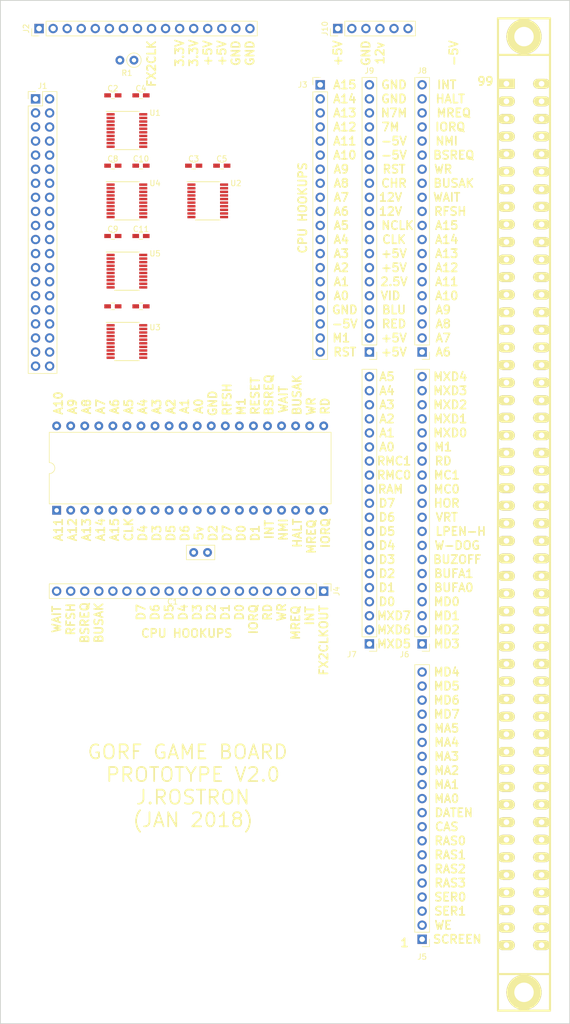
<source format=kicad_pcb>
(kicad_pcb (version 4) (host pcbnew 4.0.7)

  (general
    (links 292)
    (no_connects 292)
    (area 58.344999 39.929999 243.280001 142.950001)
    (thickness 1.6)
    (drawings 220)
    (tracks 0)
    (zones 0)
    (modules 29)
    (nets 175)
  )

  (page A3)
  (layers
    (0 F.Cu signal)
    (31 B.Cu signal)
    (33 F.Adhes user)
    (34 B.Paste user)
    (35 F.Paste user)
    (36 B.SilkS user)
    (37 F.SilkS user)
    (38 B.Mask user)
    (39 F.Mask user)
    (40 Dwgs.User user)
    (41 Cmts.User user)
    (42 Eco1.User user)
    (43 Eco2.User user)
    (44 Edge.Cuts user)
    (45 Margin user)
    (47 F.CrtYd user)
    (49 F.Fab user)
  )

  (setup
    (last_trace_width 0.254)
    (trace_clearance 0.254)
    (zone_clearance 0.508)
    (zone_45_only no)
    (trace_min 0.1524)
    (segment_width 0.2)
    (edge_width 0.15)
    (via_size 0.6858)
    (via_drill 0.3302)
    (via_min_size 0.6858)
    (via_min_drill 0.3302)
    (uvia_size 0.3)
    (uvia_drill 0.1)
    (uvias_allowed no)
    (uvia_min_size 0.2)
    (uvia_min_drill 0.1)
    (pcb_text_width 0.3)
    (pcb_text_size 1.5 1.5)
    (mod_edge_width 0.15)
    (mod_text_size 1 1)
    (mod_text_width 0.15)
    (pad_size 1.524 1.524)
    (pad_drill 0.762)
    (pad_to_mask_clearance 0.0508)
    (aux_axis_origin 0 0)
    (visible_elements 7FFFFFFF)
    (pcbplotparams
      (layerselection 0x00030_80000001)
      (usegerberextensions false)
      (excludeedgelayer true)
      (linewidth 0.100000)
      (plotframeref false)
      (viasonmask false)
      (mode 1)
      (useauxorigin false)
      (hpglpennumber 1)
      (hpglpenspeed 20)
      (hpglpendiameter 15)
      (hpglpenoverlay 2)
      (psnegative false)
      (psa4output false)
      (plotreference true)
      (plotvalue true)
      (plotinvisibletext false)
      (padsonsilk false)
      (subtractmaskfromsilk false)
      (outputformat 1)
      (mirror false)
      (drillshape 1)
      (scaleselection 1)
      (outputdirectory ""))
  )

  (net 0 "")
  (net 1 +5V)
  (net 2 GND)
  (net 3 A15)
  (net 4 A14)
  (net 5 A13)
  (net 6 A12)
  (net 7 A11)
  (net 8 10)
  (net 9 A9)
  (net 10 A8)
  (net 11 A7)
  (net 12 A6)
  (net 13 A5)
  (net 14 A4)
  (net 15 A3)
  (net 16 A2)
  (net 17 A1)
  (net 18 A0)
  (net 19 z_I_M1)
  (net 20 O_CPU_RESET)
  (net 21 z_O_INT)
  (net 22 z_I_MREQ)
  (net 23 z_I_WR)
  (net 24 z_I_RD)
  (net 25 z_I_IORQ)
  (net 26 z_OUT_BUSRQ)
  (net 27 z_I_RFSH)
  (net 28 z_O_WAIT)
  (net 29 z_I_BUSAK)
  (net 30 FX2_IO<36>)
  (net 31 FX2_IO<37>)
  (net 32 FX2_IO<38>)
  (net 33 FX2_IO<39>)
  (net 34 FX2_IO<40>)
  (net 35 z_data_io[0])
  (net 36 z_data_io[1])
  (net 37 z_data_io[2])
  (net 38 z_data_io[3])
  (net 39 z_data_io[4])
  (net 40 z_data_io[5])
  (net 41 z_data_io[6])
  (net 42 z_data_io[7])
  (net 43 "Net-(J2-Pad1)")
  (net 44 "Net-(J2-Pad2)")
  (net 45 "Net-(J2-Pad3)")
  (net 46 "Net-(J2-Pad4)")
  (net 47 "Net-(J2-Pad5)")
  (net 48 "Net-(J2-Pad6)")
  (net 49 "Net-(J2-Pad7)")
  (net 50 "Net-(J2-Pad8)")
  (net 51 FX2CLKOUT)
  (net 52 "Net-(J2-Pad10)")
  (net 53 +3V3)
  (net 54 A8_5v)
  (net 55 A9_5v)
  (net 56 A10_5v)
  (net 57 A11_5v)
  (net 58 A12_5v)
  (net 59 A13_5v)
  (net 60 A14_5v)
  (net 61 A15_5v)
  (net 62 A0_5v)
  (net 63 A1_5v)
  (net 64 A2_5v)
  (net 65 A3_5v)
  (net 66 A4_5v)
  (net 67 A5_5v)
  (net 68 A6_5v)
  (net 69 A7_5v)
  (net 70 D7)
  (net 71 D6)
  (net 72 D5)
  (net 73 D4)
  (net 74 D3)
  (net 75 D2)
  (net 76 D1)
  (net 77 D0)
  (net 78 BUSRQ)
  (net 79 IORQ)
  (net 80 RD)
  (net 81 WR)
  (net 82 MREQ)
  (net 83 INT)
  (net 84 RESET)
  (net 85 M1)
  (net 86 BUSAK)
  (net 87 WAIT)
  (net 88 RFSH)
  (net 89 "Net-(U6-Pad18)")
  (net 90 "Net-(J4-Pad15)")
  (net 91 "Net-(J4-Pad16)")
  (net 92 7M)
  (net 93 NOT_7M)
  (net 94 NOT_PHI)
  (net 95 HORIZDR)
  (net 96 VERTDR)
  (net 97 "Net-(J5-Pad1)")
  (net 98 "Net-(J5-Pad2)")
  (net 99 "Net-(J5-Pad3)")
  (net 100 "Net-(J5-Pad4)")
  (net 101 "Net-(J5-Pad5)")
  (net 102 "Net-(J5-Pad6)")
  (net 103 "Net-(J5-Pad7)")
  (net 104 "Net-(J5-Pad8)")
  (net 105 "Net-(J5-Pad9)")
  (net 106 "Net-(J5-Pad10)")
  (net 107 "Net-(J5-Pad11)")
  (net 108 "Net-(J5-Pad12)")
  (net 109 "Net-(J5-Pad13)")
  (net 110 "Net-(J5-Pad14)")
  (net 111 "Net-(J5-Pad15)")
  (net 112 "Net-(J5-Pad16)")
  (net 113 "Net-(J5-Pad17)")
  (net 114 "Net-(J5-Pad18)")
  (net 115 "Net-(J5-Pad19)")
  (net 116 "Net-(J5-Pad20)")
  (net 117 "Net-(J6-Pad1)")
  (net 118 "Net-(J6-Pad2)")
  (net 119 "Net-(J6-Pad3)")
  (net 120 "Net-(J6-Pad4)")
  (net 121 "Net-(J6-Pad5)")
  (net 122 "Net-(J6-Pad6)")
  (net 123 "Net-(J6-Pad7)")
  (net 124 "Net-(J6-Pad8)")
  (net 125 "Net-(J6-Pad12)")
  (net 126 "Net-(J6-Pad13)")
  (net 127 "Net-(J6-Pad15)")
  (net 128 "Net-(J6-Pad16)")
  (net 129 "Net-(J6-Pad17)")
  (net 130 "Net-(J6-Pad18)")
  (net 131 "Net-(J6-Pad19)")
  (net 132 "Net-(J6-Pad20)")
  (net 133 "Net-(J7-Pad1)")
  (net 134 "Net-(J7-Pad2)")
  (net 135 "Net-(J7-Pad3)")
  (net 136 "Net-(J7-Pad4)")
  (net 137 "Net-(J7-Pad5)")
  (net 138 "Net-(J7-Pad6)")
  (net 139 "Net-(J7-Pad7)")
  (net 140 "Net-(J7-Pad8)")
  (net 141 "Net-(J7-Pad9)")
  (net 142 "Net-(J7-Pad10)")
  (net 143 "Net-(J7-Pad11)")
  (net 144 "Net-(J7-Pad12)")
  (net 145 "Net-(J7-Pad13)")
  (net 146 "Net-(J7-Pad14)")
  (net 147 "Net-(J7-Pad15)")
  (net 148 "Net-(J7-Pad16)")
  (net 149 "Net-(J7-Pad17)")
  (net 150 "Net-(J7-Pad18)")
  (net 151 "Net-(J7-Pad19)")
  (net 152 "Net-(J7-Pad20)")
  (net 153 "Net-(J8-Pad1)")
  (net 154 "Net-(J8-Pad2)")
  (net 155 "Net-(J8-Pad11)")
  (net 156 "Net-(J8-Pad12)")
  (net 157 "Net-(J8-Pad13)")
  (net 158 "Net-(J8-Pad14)")
  (net 159 "Net-(J8-Pad15)")
  (net 160 "Net-(J8-Pad16)")
  (net 161 "Net-(J8-Pad18)")
  (net 162 "Net-(J8-Pad19)")
  (net 163 "Net-(J8-Pad20)")
  (net 164 "Net-(J9-Pad3)")
  (net 165 "Net-(J9-Pad4)")
  (net 166 "Net-(J9-Pad5)")
  (net 167 "Net-(J9-Pad6)")
  (net 168 "Net-(J9-Pad13)")
  (net 169 "Net-(J10-Pad1)")
  (net 170 "Net-(J10-Pad4)")
  (net 171 "Net-(J10-Pad6)")
  (net 172 "Net-(J10-Pad2)")
  (net 173 "Net-(J10-Pad5)")
  (net 174 "Net-(R1-Pad2)")

  (net_class Default "This is the default net class."
    (clearance 0.254)
    (trace_width 0.254)
    (via_dia 0.6858)
    (via_drill 0.3302)
    (uvia_dia 0.3)
    (uvia_drill 0.1)
    (add_net +3V3)
    (add_net +5V)
    (add_net 10)
    (add_net 7M)
    (add_net A0)
    (add_net A0_5v)
    (add_net A1)
    (add_net A10_5v)
    (add_net A11)
    (add_net A11_5v)
    (add_net A12)
    (add_net A12_5v)
    (add_net A13)
    (add_net A13_5v)
    (add_net A14)
    (add_net A14_5v)
    (add_net A15)
    (add_net A15_5v)
    (add_net A1_5v)
    (add_net A2)
    (add_net A2_5v)
    (add_net A3)
    (add_net A3_5v)
    (add_net A4)
    (add_net A4_5v)
    (add_net A5)
    (add_net A5_5v)
    (add_net A6)
    (add_net A6_5v)
    (add_net A7)
    (add_net A7_5v)
    (add_net A8)
    (add_net A8_5v)
    (add_net A9)
    (add_net A9_5v)
    (add_net BUSAK)
    (add_net BUSRQ)
    (add_net D0)
    (add_net D1)
    (add_net D2)
    (add_net D3)
    (add_net D4)
    (add_net D5)
    (add_net D6)
    (add_net D7)
    (add_net FX2CLKOUT)
    (add_net FX2_IO<36>)
    (add_net FX2_IO<37>)
    (add_net FX2_IO<38>)
    (add_net FX2_IO<39>)
    (add_net FX2_IO<40>)
    (add_net GND)
    (add_net HORIZDR)
    (add_net INT)
    (add_net IORQ)
    (add_net M1)
    (add_net MREQ)
    (add_net NOT_7M)
    (add_net NOT_PHI)
    (add_net "Net-(J10-Pad1)")
    (add_net "Net-(J10-Pad2)")
    (add_net "Net-(J10-Pad4)")
    (add_net "Net-(J10-Pad5)")
    (add_net "Net-(J10-Pad6)")
    (add_net "Net-(J2-Pad1)")
    (add_net "Net-(J2-Pad10)")
    (add_net "Net-(J2-Pad2)")
    (add_net "Net-(J2-Pad3)")
    (add_net "Net-(J2-Pad4)")
    (add_net "Net-(J2-Pad5)")
    (add_net "Net-(J2-Pad6)")
    (add_net "Net-(J2-Pad7)")
    (add_net "Net-(J2-Pad8)")
    (add_net "Net-(J4-Pad15)")
    (add_net "Net-(J4-Pad16)")
    (add_net "Net-(J5-Pad1)")
    (add_net "Net-(J5-Pad10)")
    (add_net "Net-(J5-Pad11)")
    (add_net "Net-(J5-Pad12)")
    (add_net "Net-(J5-Pad13)")
    (add_net "Net-(J5-Pad14)")
    (add_net "Net-(J5-Pad15)")
    (add_net "Net-(J5-Pad16)")
    (add_net "Net-(J5-Pad17)")
    (add_net "Net-(J5-Pad18)")
    (add_net "Net-(J5-Pad19)")
    (add_net "Net-(J5-Pad2)")
    (add_net "Net-(J5-Pad20)")
    (add_net "Net-(J5-Pad3)")
    (add_net "Net-(J5-Pad4)")
    (add_net "Net-(J5-Pad5)")
    (add_net "Net-(J5-Pad6)")
    (add_net "Net-(J5-Pad7)")
    (add_net "Net-(J5-Pad8)")
    (add_net "Net-(J5-Pad9)")
    (add_net "Net-(J6-Pad1)")
    (add_net "Net-(J6-Pad12)")
    (add_net "Net-(J6-Pad13)")
    (add_net "Net-(J6-Pad15)")
    (add_net "Net-(J6-Pad16)")
    (add_net "Net-(J6-Pad17)")
    (add_net "Net-(J6-Pad18)")
    (add_net "Net-(J6-Pad19)")
    (add_net "Net-(J6-Pad2)")
    (add_net "Net-(J6-Pad20)")
    (add_net "Net-(J6-Pad3)")
    (add_net "Net-(J6-Pad4)")
    (add_net "Net-(J6-Pad5)")
    (add_net "Net-(J6-Pad6)")
    (add_net "Net-(J6-Pad7)")
    (add_net "Net-(J6-Pad8)")
    (add_net "Net-(J7-Pad1)")
    (add_net "Net-(J7-Pad10)")
    (add_net "Net-(J7-Pad11)")
    (add_net "Net-(J7-Pad12)")
    (add_net "Net-(J7-Pad13)")
    (add_net "Net-(J7-Pad14)")
    (add_net "Net-(J7-Pad15)")
    (add_net "Net-(J7-Pad16)")
    (add_net "Net-(J7-Pad17)")
    (add_net "Net-(J7-Pad18)")
    (add_net "Net-(J7-Pad19)")
    (add_net "Net-(J7-Pad2)")
    (add_net "Net-(J7-Pad20)")
    (add_net "Net-(J7-Pad3)")
    (add_net "Net-(J7-Pad4)")
    (add_net "Net-(J7-Pad5)")
    (add_net "Net-(J7-Pad6)")
    (add_net "Net-(J7-Pad7)")
    (add_net "Net-(J7-Pad8)")
    (add_net "Net-(J7-Pad9)")
    (add_net "Net-(J8-Pad1)")
    (add_net "Net-(J8-Pad11)")
    (add_net "Net-(J8-Pad12)")
    (add_net "Net-(J8-Pad13)")
    (add_net "Net-(J8-Pad14)")
    (add_net "Net-(J8-Pad15)")
    (add_net "Net-(J8-Pad16)")
    (add_net "Net-(J8-Pad18)")
    (add_net "Net-(J8-Pad19)")
    (add_net "Net-(J8-Pad2)")
    (add_net "Net-(J8-Pad20)")
    (add_net "Net-(J9-Pad13)")
    (add_net "Net-(J9-Pad3)")
    (add_net "Net-(J9-Pad4)")
    (add_net "Net-(J9-Pad5)")
    (add_net "Net-(J9-Pad6)")
    (add_net "Net-(R1-Pad2)")
    (add_net "Net-(U6-Pad18)")
    (add_net O_CPU_RESET)
    (add_net RD)
    (add_net RESET)
    (add_net RFSH)
    (add_net VERTDR)
    (add_net WAIT)
    (add_net WR)
    (add_net z_I_BUSAK)
    (add_net z_I_IORQ)
    (add_net z_I_M1)
    (add_net z_I_MREQ)
    (add_net z_I_RD)
    (add_net z_I_RFSH)
    (add_net z_I_WR)
    (add_net z_OUT_BUSRQ)
    (add_net z_O_INT)
    (add_net z_O_WAIT)
    (add_net z_data_io[0])
    (add_net z_data_io[1])
    (add_net z_data_io[2])
    (add_net z_data_io[3])
    (add_net z_data_io[4])
    (add_net z_data_io[5])
    (add_net z_data_io[6])
    (add_net z_data_io[7])
  )

  (module Socket_Strips:Socket_Strip_Straight_1x16_Pitch2.54mm (layer F.Cu) (tedit 5A48CE06) (tstamp 5A4790EC)
    (at 127.635 75.565 90)
    (descr "Through hole straight socket strip, 1x16, 2.54mm pitch, single row")
    (tags "Through hole socket strip THT 1x16 2.54mm single row")
    (path /5A450433)
    (fp_text reference J2 (at 0 -2.33 90) (layer F.SilkS)
      (effects (font (size 1 1) (thickness 0.15)))
    )
    (fp_text value Conn_01x16 (at -3.81 3.175 180) (layer F.Fab) hide
      (effects (font (size 1 1) (thickness 0.15)))
    )
    (fp_line (start -1.27 -1.27) (end -1.27 39.37) (layer F.Fab) (width 0.1))
    (fp_line (start -1.27 39.37) (end 1.27 39.37) (layer F.Fab) (width 0.1))
    (fp_line (start 1.27 39.37) (end 1.27 -1.27) (layer F.Fab) (width 0.1))
    (fp_line (start 1.27 -1.27) (end -1.27 -1.27) (layer F.Fab) (width 0.1))
    (fp_line (start -1.33 1.27) (end -1.33 39.43) (layer F.SilkS) (width 0.12))
    (fp_line (start -1.33 39.43) (end 1.33 39.43) (layer F.SilkS) (width 0.12))
    (fp_line (start 1.33 39.43) (end 1.33 1.27) (layer F.SilkS) (width 0.12))
    (fp_line (start 1.33 1.27) (end -1.33 1.27) (layer F.SilkS) (width 0.12))
    (fp_line (start -1.33 0) (end -1.33 -1.33) (layer F.SilkS) (width 0.12))
    (fp_line (start -1.33 -1.33) (end 0 -1.33) (layer F.SilkS) (width 0.12))
    (fp_line (start -1.8 -1.8) (end -1.8 39.9) (layer F.CrtYd) (width 0.05))
    (fp_line (start -1.8 39.9) (end 1.8 39.9) (layer F.CrtYd) (width 0.05))
    (fp_line (start 1.8 39.9) (end 1.8 -1.8) (layer F.CrtYd) (width 0.05))
    (fp_line (start 1.8 -1.8) (end -1.8 -1.8) (layer F.CrtYd) (width 0.05))
    (fp_text user %R (at 0 -2.33 90) (layer F.Fab)
      (effects (font (size 1 1) (thickness 0.15)))
    )
    (pad 1 thru_hole rect (at 0 0 90) (size 1.7 1.7) (drill 1) (layers *.Cu *.Mask)
      (net 43 "Net-(J2-Pad1)"))
    (pad 2 thru_hole oval (at 0 2.54 90) (size 1.7 1.7) (drill 1) (layers *.Cu *.Mask)
      (net 44 "Net-(J2-Pad2)"))
    (pad 3 thru_hole oval (at 0 5.08 90) (size 1.7 1.7) (drill 1) (layers *.Cu *.Mask)
      (net 45 "Net-(J2-Pad3)"))
    (pad 4 thru_hole oval (at 0 7.62 90) (size 1.7 1.7) (drill 1) (layers *.Cu *.Mask)
      (net 46 "Net-(J2-Pad4)"))
    (pad 5 thru_hole oval (at 0 10.16 90) (size 1.7 1.7) (drill 1) (layers *.Cu *.Mask)
      (net 47 "Net-(J2-Pad5)"))
    (pad 6 thru_hole oval (at 0 12.7 90) (size 1.7 1.7) (drill 1) (layers *.Cu *.Mask)
      (net 48 "Net-(J2-Pad6)"))
    (pad 7 thru_hole oval (at 0 15.24 90) (size 1.7 1.7) (drill 1) (layers *.Cu *.Mask)
      (net 49 "Net-(J2-Pad7)"))
    (pad 8 thru_hole oval (at 0 17.78 90) (size 1.7 1.7) (drill 1) (layers *.Cu *.Mask)
      (net 50 "Net-(J2-Pad8)"))
    (pad 9 thru_hole oval (at 0 20.32 90) (size 1.7 1.7) (drill 1) (layers *.Cu *.Mask)
      (net 51 FX2CLKOUT))
    (pad 10 thru_hole oval (at 0 22.86 90) (size 1.7 1.7) (drill 1) (layers *.Cu *.Mask)
      (net 52 "Net-(J2-Pad10)"))
    (pad 11 thru_hole oval (at 0 25.4 90) (size 1.7 1.7) (drill 1) (layers *.Cu *.Mask)
      (net 53 +3V3))
    (pad 12 thru_hole oval (at 0 27.94 90) (size 1.7 1.7) (drill 1) (layers *.Cu *.Mask)
      (net 53 +3V3))
    (pad 13 thru_hole oval (at 0 30.48 90) (size 1.7 1.7) (drill 1) (layers *.Cu *.Mask)
      (net 1 +5V))
    (pad 14 thru_hole oval (at 0 33.02 90) (size 1.7 1.7) (drill 1) (layers *.Cu *.Mask)
      (net 1 +5V))
    (pad 15 thru_hole oval (at 0 35.56 90) (size 1.7 1.7) (drill 1) (layers *.Cu *.Mask)
      (net 2 GND))
    (pad 16 thru_hole oval (at 0 38.1 90) (size 1.7 1.7) (drill 1) (layers *.Cu *.Mask)
      (net 2 GND))
    (model ${KISYS3DMOD}/Socket_Strips.3dshapes/Socket_Strip_Straight_1x16_Pitch2.54mm.wrl
      (at (xyz 0 -0.75 0))
      (scale (xyz 1 1 1))
      (rotate (xyz 0 0 270))
    )
  )

  (module Housings_SSOP:TSSOP-20_4.4x6.5mm_Pitch0.65mm (layer F.Cu) (tedit 5A4A27B4) (tstamp 5A4754C4)
    (at 158.115 106.68)
    (descr "20-Lead Plastic Thin Shrink Small Outline (ST)-4.4 mm Body [TSSOP] (see Microchip Packaging Specification 00000049BS.pdf)")
    (tags "SSOP 0.65")
    (path /5A475CC3)
    (attr smd)
    (fp_text reference U2 (at 5.08 -3.175) (layer F.SilkS)
      (effects (font (size 1 1) (thickness 0.15)))
    )
    (fp_text value TXB0108 (at 0 4.3) (layer F.Fab) hide
      (effects (font (size 1 1) (thickness 0.15)))
    )
    (fp_line (start -1.2 -3.25) (end 2.2 -3.25) (layer F.Fab) (width 0.15))
    (fp_line (start 2.2 -3.25) (end 2.2 3.25) (layer F.Fab) (width 0.15))
    (fp_line (start 2.2 3.25) (end -2.2 3.25) (layer F.Fab) (width 0.15))
    (fp_line (start -2.2 3.25) (end -2.2 -2.25) (layer F.Fab) (width 0.15))
    (fp_line (start -2.2 -2.25) (end -1.2 -3.25) (layer F.Fab) (width 0.15))
    (fp_line (start -3.95 -3.55) (end -3.95 3.55) (layer F.CrtYd) (width 0.05))
    (fp_line (start 3.95 -3.55) (end 3.95 3.55) (layer F.CrtYd) (width 0.05))
    (fp_line (start -3.95 -3.55) (end 3.95 -3.55) (layer F.CrtYd) (width 0.05))
    (fp_line (start -3.95 3.55) (end 3.95 3.55) (layer F.CrtYd) (width 0.05))
    (fp_line (start -2.225 3.45) (end 2.225 3.45) (layer F.SilkS) (width 0.15))
    (fp_line (start -3.75 -3.45) (end 2.225 -3.45) (layer F.SilkS) (width 0.15))
    (fp_text user %R (at 0 -1.905) (layer F.Fab)
      (effects (font (size 0.8 0.8) (thickness 0.15)))
    )
    (pad 1 smd rect (at -2.95 -2.925) (size 1.45 0.45) (layers F.Cu F.Paste F.Mask)
      (net 11 A7))
    (pad 2 smd rect (at -2.95 -2.275) (size 1.45 0.45) (layers F.Cu F.Paste F.Mask)
      (net 53 +3V3))
    (pad 3 smd rect (at -2.95 -1.625) (size 1.45 0.45) (layers F.Cu F.Paste F.Mask)
      (net 12 A6))
    (pad 4 smd rect (at -2.95 -0.975) (size 1.45 0.45) (layers F.Cu F.Paste F.Mask)
      (net 13 A5))
    (pad 5 smd rect (at -2.95 -0.325) (size 1.45 0.45) (layers F.Cu F.Paste F.Mask)
      (net 14 A4))
    (pad 6 smd rect (at -2.95 0.325) (size 1.45 0.45) (layers F.Cu F.Paste F.Mask)
      (net 15 A3))
    (pad 7 smd rect (at -2.95 0.975) (size 1.45 0.45) (layers F.Cu F.Paste F.Mask)
      (net 16 A2))
    (pad 8 smd rect (at -2.95 1.625) (size 1.45 0.45) (layers F.Cu F.Paste F.Mask)
      (net 17 A1))
    (pad 9 smd rect (at -2.95 2.275) (size 1.45 0.45) (layers F.Cu F.Paste F.Mask)
      (net 18 A0))
    (pad 10 smd rect (at -2.95 2.925) (size 1.45 0.45) (layers F.Cu F.Paste F.Mask)
      (net 53 +3V3))
    (pad 11 smd rect (at 2.95 2.925) (size 1.45 0.45) (layers F.Cu F.Paste F.Mask)
      (net 2 GND))
    (pad 12 smd rect (at 2.95 2.275) (size 1.45 0.45) (layers F.Cu F.Paste F.Mask)
      (net 62 A0_5v))
    (pad 13 smd rect (at 2.95 1.625) (size 1.45 0.45) (layers F.Cu F.Paste F.Mask)
      (net 63 A1_5v))
    (pad 14 smd rect (at 2.95 0.975) (size 1.45 0.45) (layers F.Cu F.Paste F.Mask)
      (net 64 A2_5v))
    (pad 15 smd rect (at 2.95 0.325) (size 1.45 0.45) (layers F.Cu F.Paste F.Mask)
      (net 65 A3_5v))
    (pad 16 smd rect (at 2.95 -0.325) (size 1.45 0.45) (layers F.Cu F.Paste F.Mask)
      (net 66 A4_5v))
    (pad 17 smd rect (at 2.95 -0.975) (size 1.45 0.45) (layers F.Cu F.Paste F.Mask)
      (net 67 A5_5v))
    (pad 18 smd rect (at 2.95 -1.625) (size 1.45 0.45) (layers F.Cu F.Paste F.Mask)
      (net 68 A6_5v))
    (pad 19 smd rect (at 2.95 -2.275) (size 1.45 0.45) (layers F.Cu F.Paste F.Mask)
      (net 1 +5V))
    (pad 20 smd rect (at 2.95 -2.925) (size 1.45 0.45) (layers F.Cu F.Paste F.Mask)
      (net 69 A7_5v))
    (model ${KISYS3DMOD}/Housings_SSOP.3dshapes/TSSOP-20_4.4x6.5mm_Pitch0.65mm.wrl
      (at (xyz 0 0 0))
      (scale (xyz 1 1 1))
      (rotate (xyz 0 0 0))
    )
  )

  (module Housings_SSOP:TSSOP-20_4.4x6.5mm_Pitch0.65mm (layer F.Cu) (tedit 5A4A2966) (tstamp 5A4754AC)
    (at 143.51 93.98)
    (descr "20-Lead Plastic Thin Shrink Small Outline (ST)-4.4 mm Body [TSSOP] (see Microchip Packaging Specification 00000049BS.pdf)")
    (tags "SSOP 0.65")
    (path /5A47506C)
    (attr smd)
    (fp_text reference U1 (at 5.08 -3.175) (layer F.SilkS)
      (effects (font (size 1 1) (thickness 0.15)))
    )
    (fp_text value "" (at 0 4.3) (layer F.Fab) hide
      (effects (font (size 1 1) (thickness 0.15)))
    )
    (fp_line (start -1.2 -3.25) (end 2.2 -3.25) (layer F.Fab) (width 0.15))
    (fp_line (start 2.2 -3.25) (end 2.2 3.25) (layer F.Fab) (width 0.15))
    (fp_line (start 2.2 3.25) (end -2.2 3.25) (layer F.Fab) (width 0.15))
    (fp_line (start -2.2 3.25) (end -2.2 -2.25) (layer F.Fab) (width 0.15))
    (fp_line (start -2.2 -2.25) (end -1.2 -3.25) (layer F.Fab) (width 0.15))
    (fp_line (start -3.95 -3.55) (end -3.95 3.55) (layer F.CrtYd) (width 0.05))
    (fp_line (start 3.95 -3.55) (end 3.95 3.55) (layer F.CrtYd) (width 0.05))
    (fp_line (start -3.95 -3.55) (end 3.95 -3.55) (layer F.CrtYd) (width 0.05))
    (fp_line (start -3.95 3.55) (end 3.95 3.55) (layer F.CrtYd) (width 0.05))
    (fp_line (start -2.225 3.45) (end 2.225 3.45) (layer F.SilkS) (width 0.15))
    (fp_line (start -3.75 -3.45) (end 2.225 -3.45) (layer F.SilkS) (width 0.15))
    (fp_text user %R (at 0 0) (layer F.Fab)
      (effects (font (size 0.8 0.8) (thickness 0.15)))
    )
    (pad 1 smd rect (at -2.95 -2.925) (size 1.45 0.45) (layers F.Cu F.Paste F.Mask)
      (net 3 A15))
    (pad 2 smd rect (at -2.95 -2.275) (size 1.45 0.45) (layers F.Cu F.Paste F.Mask)
      (net 53 +3V3))
    (pad 3 smd rect (at -2.95 -1.625) (size 1.45 0.45) (layers F.Cu F.Paste F.Mask)
      (net 4 A14))
    (pad 4 smd rect (at -2.95 -0.975) (size 1.45 0.45) (layers F.Cu F.Paste F.Mask)
      (net 5 A13))
    (pad 5 smd rect (at -2.95 -0.325) (size 1.45 0.45) (layers F.Cu F.Paste F.Mask)
      (net 6 A12))
    (pad 6 smd rect (at -2.95 0.325) (size 1.45 0.45) (layers F.Cu F.Paste F.Mask)
      (net 7 A11))
    (pad 7 smd rect (at -2.95 0.975) (size 1.45 0.45) (layers F.Cu F.Paste F.Mask)
      (net 8 10))
    (pad 8 smd rect (at -2.95 1.625) (size 1.45 0.45) (layers F.Cu F.Paste F.Mask)
      (net 9 A9))
    (pad 9 smd rect (at -2.95 2.275) (size 1.45 0.45) (layers F.Cu F.Paste F.Mask)
      (net 10 A8))
    (pad 10 smd rect (at -2.95 2.925) (size 1.45 0.45) (layers F.Cu F.Paste F.Mask)
      (net 53 +3V3))
    (pad 11 smd rect (at 2.95 2.925) (size 1.45 0.45) (layers F.Cu F.Paste F.Mask)
      (net 2 GND))
    (pad 12 smd rect (at 2.95 2.275) (size 1.45 0.45) (layers F.Cu F.Paste F.Mask)
      (net 54 A8_5v))
    (pad 13 smd rect (at 2.95 1.625) (size 1.45 0.45) (layers F.Cu F.Paste F.Mask)
      (net 55 A9_5v))
    (pad 14 smd rect (at 2.95 0.975) (size 1.45 0.45) (layers F.Cu F.Paste F.Mask)
      (net 56 A10_5v))
    (pad 15 smd rect (at 2.95 0.325) (size 1.45 0.45) (layers F.Cu F.Paste F.Mask)
      (net 57 A11_5v))
    (pad 16 smd rect (at 2.95 -0.325) (size 1.45 0.45) (layers F.Cu F.Paste F.Mask)
      (net 58 A12_5v))
    (pad 17 smd rect (at 2.95 -0.975) (size 1.45 0.45) (layers F.Cu F.Paste F.Mask)
      (net 59 A13_5v))
    (pad 18 smd rect (at 2.95 -1.625) (size 1.45 0.45) (layers F.Cu F.Paste F.Mask)
      (net 60 A14_5v))
    (pad 19 smd rect (at 2.95 -2.275) (size 1.45 0.45) (layers F.Cu F.Paste F.Mask)
      (net 1 +5V))
    (pad 20 smd rect (at 2.95 -2.925) (size 1.45 0.45) (layers F.Cu F.Paste F.Mask)
      (net 61 A15_5v))
    (model ${KISYS3DMOD}/Housings_SSOP.3dshapes/TSSOP-20_4.4x6.5mm_Pitch0.65mm.wrl
      (at (xyz 0 0 0))
      (scale (xyz 1 1 1))
      (rotate (xyz 0 0 0))
    )
  )

  (module Housings_SSOP:TSSOP-20_4.4x6.5mm_Pitch0.65mm (layer F.Cu) (tedit 5A4A2975) (tstamp 5A4754DC)
    (at 143.51 132.08)
    (descr "20-Lead Plastic Thin Shrink Small Outline (ST)-4.4 mm Body [TSSOP] (see Microchip Packaging Specification 00000049BS.pdf)")
    (tags "SSOP 0.65")
    (path /5A476212)
    (attr smd)
    (fp_text reference U3 (at 5.08 -2.54) (layer F.SilkS)
      (effects (font (size 1 1) (thickness 0.15)))
    )
    (fp_text value "" (at 0 4.3) (layer F.Fab) hide
      (effects (font (size 1 1) (thickness 0.15)))
    )
    (fp_line (start -1.2 -3.25) (end 2.2 -3.25) (layer F.Fab) (width 0.15))
    (fp_line (start 2.2 -3.25) (end 2.2 3.25) (layer F.Fab) (width 0.15))
    (fp_line (start 2.2 3.25) (end -2.2 3.25) (layer F.Fab) (width 0.15))
    (fp_line (start -2.2 3.25) (end -2.2 -2.25) (layer F.Fab) (width 0.15))
    (fp_line (start -2.2 -2.25) (end -1.2 -3.25) (layer F.Fab) (width 0.15))
    (fp_line (start -3.95 -3.55) (end -3.95 3.55) (layer F.CrtYd) (width 0.05))
    (fp_line (start 3.95 -3.55) (end 3.95 3.55) (layer F.CrtYd) (width 0.05))
    (fp_line (start -3.95 -3.55) (end 3.95 -3.55) (layer F.CrtYd) (width 0.05))
    (fp_line (start -3.95 3.55) (end 3.95 3.55) (layer F.CrtYd) (width 0.05))
    (fp_line (start -2.225 3.45) (end 2.225 3.45) (layer F.SilkS) (width 0.15))
    (fp_line (start -3.75 -3.45) (end 2.225 -3.45) (layer F.SilkS) (width 0.15))
    (fp_text user %R (at 0 0) (layer F.Fab)
      (effects (font (size 0.8 0.8) (thickness 0.15)))
    )
    (pad 1 smd rect (at -2.95 -2.925) (size 1.45 0.45) (layers F.Cu F.Paste F.Mask)
      (net 35 z_data_io[0]))
    (pad 2 smd rect (at -2.95 -2.275) (size 1.45 0.45) (layers F.Cu F.Paste F.Mask)
      (net 53 +3V3))
    (pad 3 smd rect (at -2.95 -1.625) (size 1.45 0.45) (layers F.Cu F.Paste F.Mask)
      (net 36 z_data_io[1]))
    (pad 4 smd rect (at -2.95 -0.975) (size 1.45 0.45) (layers F.Cu F.Paste F.Mask)
      (net 37 z_data_io[2]))
    (pad 5 smd rect (at -2.95 -0.325) (size 1.45 0.45) (layers F.Cu F.Paste F.Mask)
      (net 38 z_data_io[3]))
    (pad 6 smd rect (at -2.95 0.325) (size 1.45 0.45) (layers F.Cu F.Paste F.Mask)
      (net 39 z_data_io[4]))
    (pad 7 smd rect (at -2.95 0.975) (size 1.45 0.45) (layers F.Cu F.Paste F.Mask)
      (net 40 z_data_io[5]))
    (pad 8 smd rect (at -2.95 1.625) (size 1.45 0.45) (layers F.Cu F.Paste F.Mask)
      (net 41 z_data_io[6]))
    (pad 9 smd rect (at -2.95 2.275) (size 1.45 0.45) (layers F.Cu F.Paste F.Mask)
      (net 42 z_data_io[7]))
    (pad 10 smd rect (at -2.95 2.925) (size 1.45 0.45) (layers F.Cu F.Paste F.Mask)
      (net 53 +3V3))
    (pad 11 smd rect (at 2.95 2.925) (size 1.45 0.45) (layers F.Cu F.Paste F.Mask)
      (net 2 GND))
    (pad 12 smd rect (at 2.95 2.275) (size 1.45 0.45) (layers F.Cu F.Paste F.Mask)
      (net 70 D7))
    (pad 13 smd rect (at 2.95 1.625) (size 1.45 0.45) (layers F.Cu F.Paste F.Mask)
      (net 71 D6))
    (pad 14 smd rect (at 2.95 0.975) (size 1.45 0.45) (layers F.Cu F.Paste F.Mask)
      (net 72 D5))
    (pad 15 smd rect (at 2.95 0.325) (size 1.45 0.45) (layers F.Cu F.Paste F.Mask)
      (net 73 D4))
    (pad 16 smd rect (at 2.95 -0.325) (size 1.45 0.45) (layers F.Cu F.Paste F.Mask)
      (net 74 D3))
    (pad 17 smd rect (at 2.95 -0.975) (size 1.45 0.45) (layers F.Cu F.Paste F.Mask)
      (net 75 D2))
    (pad 18 smd rect (at 2.95 -1.625) (size 1.45 0.45) (layers F.Cu F.Paste F.Mask)
      (net 76 D1))
    (pad 19 smd rect (at 2.95 -2.275) (size 1.45 0.45) (layers F.Cu F.Paste F.Mask)
      (net 1 +5V))
    (pad 20 smd rect (at 2.95 -2.925) (size 1.45 0.45) (layers F.Cu F.Paste F.Mask)
      (net 77 D0))
    (model ${KISYS3DMOD}/Housings_SSOP.3dshapes/TSSOP-20_4.4x6.5mm_Pitch0.65mm.wrl
      (at (xyz 0 0 0))
      (scale (xyz 1 1 1))
      (rotate (xyz 0 0 0))
    )
  )

  (module Housings_SSOP:TSSOP-20_4.4x6.5mm_Pitch0.65mm (layer F.Cu) (tedit 5A4A296D) (tstamp 5A4754F4)
    (at 143.51 106.68)
    (descr "20-Lead Plastic Thin Shrink Small Outline (ST)-4.4 mm Body [TSSOP] (see Microchip Packaging Specification 00000049BS.pdf)")
    (tags "SSOP 0.65")
    (path /5A47635A)
    (attr smd)
    (fp_text reference U4 (at 5.08 -3.175) (layer F.SilkS)
      (effects (font (size 1 1) (thickness 0.15)))
    )
    (fp_text value "" (at 0 4.3) (layer F.Fab) hide
      (effects (font (size 1 1) (thickness 0.15)))
    )
    (fp_line (start -1.2 -3.25) (end 2.2 -3.25) (layer F.Fab) (width 0.15))
    (fp_line (start 2.2 -3.25) (end 2.2 3.25) (layer F.Fab) (width 0.15))
    (fp_line (start 2.2 3.25) (end -2.2 3.25) (layer F.Fab) (width 0.15))
    (fp_line (start -2.2 3.25) (end -2.2 -2.25) (layer F.Fab) (width 0.15))
    (fp_line (start -2.2 -2.25) (end -1.2 -3.25) (layer F.Fab) (width 0.15))
    (fp_line (start -3.95 -3.55) (end -3.95 3.55) (layer F.CrtYd) (width 0.05))
    (fp_line (start 3.95 -3.55) (end 3.95 3.55) (layer F.CrtYd) (width 0.05))
    (fp_line (start -3.95 -3.55) (end 3.95 -3.55) (layer F.CrtYd) (width 0.05))
    (fp_line (start -3.95 3.55) (end 3.95 3.55) (layer F.CrtYd) (width 0.05))
    (fp_line (start -2.225 3.45) (end 2.225 3.45) (layer F.SilkS) (width 0.15))
    (fp_line (start -3.75 -3.45) (end 2.225 -3.45) (layer F.SilkS) (width 0.15))
    (fp_text user %R (at 0 0) (layer F.Fab)
      (effects (font (size 0.8 0.8) (thickness 0.15)))
    )
    (pad 1 smd rect (at -2.95 -2.925) (size 1.45 0.45) (layers F.Cu F.Paste F.Mask)
      (net 19 z_I_M1))
    (pad 2 smd rect (at -2.95 -2.275) (size 1.45 0.45) (layers F.Cu F.Paste F.Mask)
      (net 53 +3V3))
    (pad 3 smd rect (at -2.95 -1.625) (size 1.45 0.45) (layers F.Cu F.Paste F.Mask)
      (net 20 O_CPU_RESET))
    (pad 4 smd rect (at -2.95 -0.975) (size 1.45 0.45) (layers F.Cu F.Paste F.Mask)
      (net 21 z_O_INT))
    (pad 5 smd rect (at -2.95 -0.325) (size 1.45 0.45) (layers F.Cu F.Paste F.Mask)
      (net 22 z_I_MREQ))
    (pad 6 smd rect (at -2.95 0.325) (size 1.45 0.45) (layers F.Cu F.Paste F.Mask)
      (net 23 z_I_WR))
    (pad 7 smd rect (at -2.95 0.975) (size 1.45 0.45) (layers F.Cu F.Paste F.Mask)
      (net 24 z_I_RD))
    (pad 8 smd rect (at -2.95 1.625) (size 1.45 0.45) (layers F.Cu F.Paste F.Mask)
      (net 25 z_I_IORQ))
    (pad 9 smd rect (at -2.95 2.275) (size 1.45 0.45) (layers F.Cu F.Paste F.Mask)
      (net 26 z_OUT_BUSRQ))
    (pad 10 smd rect (at -2.95 2.925) (size 1.45 0.45) (layers F.Cu F.Paste F.Mask)
      (net 53 +3V3))
    (pad 11 smd rect (at 2.95 2.925) (size 1.45 0.45) (layers F.Cu F.Paste F.Mask)
      (net 2 GND))
    (pad 12 smd rect (at 2.95 2.275) (size 1.45 0.45) (layers F.Cu F.Paste F.Mask)
      (net 78 BUSRQ))
    (pad 13 smd rect (at 2.95 1.625) (size 1.45 0.45) (layers F.Cu F.Paste F.Mask)
      (net 79 IORQ))
    (pad 14 smd rect (at 2.95 0.975) (size 1.45 0.45) (layers F.Cu F.Paste F.Mask)
      (net 80 RD))
    (pad 15 smd rect (at 2.95 0.325) (size 1.45 0.45) (layers F.Cu F.Paste F.Mask)
      (net 81 WR))
    (pad 16 smd rect (at 2.95 -0.325) (size 1.45 0.45) (layers F.Cu F.Paste F.Mask)
      (net 82 MREQ))
    (pad 17 smd rect (at 2.95 -0.975) (size 1.45 0.45) (layers F.Cu F.Paste F.Mask)
      (net 83 INT))
    (pad 18 smd rect (at 2.95 -1.625) (size 1.45 0.45) (layers F.Cu F.Paste F.Mask)
      (net 84 RESET))
    (pad 19 smd rect (at 2.95 -2.275) (size 1.45 0.45) (layers F.Cu F.Paste F.Mask)
      (net 1 +5V))
    (pad 20 smd rect (at 2.95 -2.925) (size 1.45 0.45) (layers F.Cu F.Paste F.Mask)
      (net 85 M1))
    (model ${KISYS3DMOD}/Housings_SSOP.3dshapes/TSSOP-20_4.4x6.5mm_Pitch0.65mm.wrl
      (at (xyz 0 0 0))
      (scale (xyz 1 1 1))
      (rotate (xyz 0 0 0))
    )
  )

  (module Housings_SSOP:TSSOP-20_4.4x6.5mm_Pitch0.65mm (layer F.Cu) (tedit 5A4A2887) (tstamp 5A47550C)
    (at 143.51 119.38)
    (descr "20-Lead Plastic Thin Shrink Small Outline (ST)-4.4 mm Body [TSSOP] (see Microchip Packaging Specification 00000049BS.pdf)")
    (tags "SSOP 0.65")
    (path /5A4752CE)
    (attr smd)
    (fp_text reference U5 (at 5.08 -3.175) (layer F.SilkS)
      (effects (font (size 1 1) (thickness 0.15)))
    )
    (fp_text value "" (at 0 4.3) (layer F.Fab) hide
      (effects (font (size 1 1) (thickness 0.15)))
    )
    (fp_line (start -1.2 -3.25) (end 2.2 -3.25) (layer F.Fab) (width 0.15))
    (fp_line (start 2.2 -3.25) (end 2.2 3.25) (layer F.Fab) (width 0.15))
    (fp_line (start 2.2 3.25) (end -2.2 3.25) (layer F.Fab) (width 0.15))
    (fp_line (start -2.2 3.25) (end -2.2 -2.25) (layer F.Fab) (width 0.15))
    (fp_line (start -2.2 -2.25) (end -1.2 -3.25) (layer F.Fab) (width 0.15))
    (fp_line (start -3.95 -3.55) (end -3.95 3.55) (layer F.CrtYd) (width 0.05))
    (fp_line (start 3.95 -3.55) (end 3.95 3.55) (layer F.CrtYd) (width 0.05))
    (fp_line (start -3.95 -3.55) (end 3.95 -3.55) (layer F.CrtYd) (width 0.05))
    (fp_line (start -3.95 3.55) (end 3.95 3.55) (layer F.CrtYd) (width 0.05))
    (fp_line (start -2.225 3.45) (end 2.225 3.45) (layer F.SilkS) (width 0.15))
    (fp_line (start -3.75 -3.45) (end 2.225 -3.45) (layer F.SilkS) (width 0.15))
    (fp_text user %R (at 0 0) (layer F.Fab)
      (effects (font (size 0.8 0.8) (thickness 0.15)))
    )
    (pad 1 smd rect (at -2.95 -2.925) (size 1.45 0.45) (layers F.Cu F.Paste F.Mask)
      (net 27 z_I_RFSH))
    (pad 2 smd rect (at -2.95 -2.275) (size 1.45 0.45) (layers F.Cu F.Paste F.Mask)
      (net 53 +3V3))
    (pad 3 smd rect (at -2.95 -1.625) (size 1.45 0.45) (layers F.Cu F.Paste F.Mask)
      (net 28 z_O_WAIT))
    (pad 4 smd rect (at -2.95 -0.975) (size 1.45 0.45) (layers F.Cu F.Paste F.Mask)
      (net 29 z_I_BUSAK))
    (pad 5 smd rect (at -2.95 -0.325) (size 1.45 0.45) (layers F.Cu F.Paste F.Mask)
      (net 30 FX2_IO<36>))
    (pad 6 smd rect (at -2.95 0.325) (size 1.45 0.45) (layers F.Cu F.Paste F.Mask)
      (net 31 FX2_IO<37>))
    (pad 7 smd rect (at -2.95 0.975) (size 1.45 0.45) (layers F.Cu F.Paste F.Mask)
      (net 32 FX2_IO<38>))
    (pad 8 smd rect (at -2.95 1.625) (size 1.45 0.45) (layers F.Cu F.Paste F.Mask)
      (net 33 FX2_IO<39>))
    (pad 9 smd rect (at -2.95 2.275) (size 1.45 0.45) (layers F.Cu F.Paste F.Mask)
      (net 34 FX2_IO<40>))
    (pad 10 smd rect (at -2.95 2.925) (size 1.45 0.45) (layers F.Cu F.Paste F.Mask)
      (net 53 +3V3))
    (pad 11 smd rect (at 2.95 2.925) (size 1.45 0.45) (layers F.Cu F.Paste F.Mask)
      (net 2 GND))
    (pad 12 smd rect (at 2.95 2.275) (size 1.45 0.45) (layers F.Cu F.Paste F.Mask)
      (net 96 VERTDR))
    (pad 13 smd rect (at 2.95 1.625) (size 1.45 0.45) (layers F.Cu F.Paste F.Mask)
      (net 95 HORIZDR))
    (pad 14 smd rect (at 2.95 0.975) (size 1.45 0.45) (layers F.Cu F.Paste F.Mask)
      (net 94 NOT_PHI))
    (pad 15 smd rect (at 2.95 0.325) (size 1.45 0.45) (layers F.Cu F.Paste F.Mask)
      (net 93 NOT_7M))
    (pad 16 smd rect (at 2.95 -0.325) (size 1.45 0.45) (layers F.Cu F.Paste F.Mask)
      (net 92 7M))
    (pad 17 smd rect (at 2.95 -0.975) (size 1.45 0.45) (layers F.Cu F.Paste F.Mask)
      (net 86 BUSAK))
    (pad 18 smd rect (at 2.95 -1.625) (size 1.45 0.45) (layers F.Cu F.Paste F.Mask)
      (net 87 WAIT))
    (pad 19 smd rect (at 2.95 -2.275) (size 1.45 0.45) (layers F.Cu F.Paste F.Mask)
      (net 1 +5V))
    (pad 20 smd rect (at 2.95 -2.925) (size 1.45 0.45) (layers F.Cu F.Paste F.Mask)
      (net 88 RFSH))
    (model ${KISYS3DMOD}/Housings_SSOP.3dshapes/TSSOP-20_4.4x6.5mm_Pitch0.65mm.wrl
      (at (xyz 0 0 0))
      (scale (xyz 1 1 1))
      (rotate (xyz 0 0 0))
    )
  )

  (module Housings_DIP:DIP-40_W15.24mm (layer F.Cu) (tedit 5A4A2C9F) (tstamp 5A475538)
    (at 130.81 162.56 90)
    (descr "40-lead though-hole mounted DIP package, row spacing 15.24 mm (600 mils)")
    (tags "THT DIP DIL PDIP 2.54mm 15.24mm 600mil")
    (path /5A3E08CB)
    (fp_text reference "" (at 7.62 -2.33 90) (layer F.SilkS) hide
      (effects (font (size 1 1) (thickness 0.15)))
    )
    (fp_text value Z80CPU (at 7.62 -3.302 90) (layer F.Fab)
      (effects (font (size 1 1) (thickness 0.15)))
    )
    (fp_arc (start 7.62 -1.33) (end 6.62 -1.33) (angle -180) (layer F.SilkS) (width 0.12))
    (fp_line (start 1.255 -1.27) (end 14.985 -1.27) (layer F.Fab) (width 0.1))
    (fp_line (start 14.985 -1.27) (end 14.985 49.53) (layer F.Fab) (width 0.1))
    (fp_line (start 14.985 49.53) (end 0.255 49.53) (layer F.Fab) (width 0.1))
    (fp_line (start 0.255 49.53) (end 0.255 -0.27) (layer F.Fab) (width 0.1))
    (fp_line (start 0.255 -0.27) (end 1.255 -1.27) (layer F.Fab) (width 0.1))
    (fp_line (start 6.62 -1.33) (end 1.16 -1.33) (layer F.SilkS) (width 0.12))
    (fp_line (start 1.16 -1.33) (end 1.16 49.59) (layer F.SilkS) (width 0.12))
    (fp_line (start 1.16 49.59) (end 14.08 49.59) (layer F.SilkS) (width 0.12))
    (fp_line (start 14.08 49.59) (end 14.08 -1.33) (layer F.SilkS) (width 0.12))
    (fp_line (start 14.08 -1.33) (end 8.62 -1.33) (layer F.SilkS) (width 0.12))
    (fp_line (start -1.05 -1.55) (end -1.05 49.8) (layer F.CrtYd) (width 0.05))
    (fp_line (start -1.05 49.8) (end 16.3 49.8) (layer F.CrtYd) (width 0.05))
    (fp_line (start 16.3 49.8) (end 16.3 -1.55) (layer F.CrtYd) (width 0.05))
    (fp_line (start 16.3 -1.55) (end -1.05 -1.55) (layer F.CrtYd) (width 0.05))
    (fp_text user %R (at 7.62 24.13 90) (layer F.Fab)
      (effects (font (size 1 1) (thickness 0.15)))
    )
    (pad 1 thru_hole rect (at 0 0 90) (size 1.6 1.6) (drill 0.8) (layers *.Cu *.Mask)
      (net 57 A11_5v))
    (pad 21 thru_hole oval (at 15.24 48.26 90) (size 1.6 1.6) (drill 0.8) (layers *.Cu *.Mask)
      (net 80 RD))
    (pad 2 thru_hole oval (at 0 2.54 90) (size 1.6 1.6) (drill 0.8) (layers *.Cu *.Mask)
      (net 58 A12_5v))
    (pad 22 thru_hole oval (at 15.24 45.72 90) (size 1.6 1.6) (drill 0.8) (layers *.Cu *.Mask)
      (net 81 WR))
    (pad 3 thru_hole oval (at 0 5.08 90) (size 1.6 1.6) (drill 0.8) (layers *.Cu *.Mask)
      (net 59 A13_5v))
    (pad 23 thru_hole oval (at 15.24 43.18 90) (size 1.6 1.6) (drill 0.8) (layers *.Cu *.Mask)
      (net 86 BUSAK))
    (pad 4 thru_hole oval (at 0 7.62 90) (size 1.6 1.6) (drill 0.8) (layers *.Cu *.Mask)
      (net 60 A14_5v))
    (pad 24 thru_hole oval (at 15.24 40.64 90) (size 1.6 1.6) (drill 0.8) (layers *.Cu *.Mask)
      (net 87 WAIT))
    (pad 5 thru_hole oval (at 0 10.16 90) (size 1.6 1.6) (drill 0.8) (layers *.Cu *.Mask)
      (net 61 A15_5v))
    (pad 25 thru_hole oval (at 15.24 38.1 90) (size 1.6 1.6) (drill 0.8) (layers *.Cu *.Mask)
      (net 78 BUSRQ))
    (pad 6 thru_hole oval (at 0 12.7 90) (size 1.6 1.6) (drill 0.8) (layers *.Cu *.Mask)
      (net 174 "Net-(R1-Pad2)"))
    (pad 26 thru_hole oval (at 15.24 35.56 90) (size 1.6 1.6) (drill 0.8) (layers *.Cu *.Mask)
      (net 84 RESET))
    (pad 7 thru_hole oval (at 0 15.24 90) (size 1.6 1.6) (drill 0.8) (layers *.Cu *.Mask)
      (net 73 D4))
    (pad 27 thru_hole oval (at 15.24 33.02 90) (size 1.6 1.6) (drill 0.8) (layers *.Cu *.Mask)
      (net 85 M1))
    (pad 8 thru_hole oval (at 0 17.78 90) (size 1.6 1.6) (drill 0.8) (layers *.Cu *.Mask)
      (net 74 D3))
    (pad 28 thru_hole oval (at 15.24 30.48 90) (size 1.6 1.6) (drill 0.8) (layers *.Cu *.Mask)
      (net 88 RFSH))
    (pad 9 thru_hole oval (at 0 20.32 90) (size 1.6 1.6) (drill 0.8) (layers *.Cu *.Mask)
      (net 72 D5))
    (pad 29 thru_hole oval (at 15.24 27.94 90) (size 1.6 1.6) (drill 0.8) (layers *.Cu *.Mask)
      (net 2 GND))
    (pad 10 thru_hole oval (at 0 22.86 90) (size 1.6 1.6) (drill 0.8) (layers *.Cu *.Mask)
      (net 71 D6))
    (pad 30 thru_hole oval (at 15.24 25.4 90) (size 1.6 1.6) (drill 0.8) (layers *.Cu *.Mask)
      (net 62 A0_5v))
    (pad 11 thru_hole oval (at 0 25.4 90) (size 1.6 1.6) (drill 0.8) (layers *.Cu *.Mask)
      (net 1 +5V))
    (pad 31 thru_hole oval (at 15.24 22.86 90) (size 1.6 1.6) (drill 0.8) (layers *.Cu *.Mask)
      (net 63 A1_5v))
    (pad 12 thru_hole oval (at 0 27.94 90) (size 1.6 1.6) (drill 0.8) (layers *.Cu *.Mask)
      (net 75 D2))
    (pad 32 thru_hole oval (at 15.24 20.32 90) (size 1.6 1.6) (drill 0.8) (layers *.Cu *.Mask)
      (net 64 A2_5v))
    (pad 13 thru_hole oval (at 0 30.48 90) (size 1.6 1.6) (drill 0.8) (layers *.Cu *.Mask)
      (net 70 D7))
    (pad 33 thru_hole oval (at 15.24 17.78 90) (size 1.6 1.6) (drill 0.8) (layers *.Cu *.Mask)
      (net 65 A3_5v))
    (pad 14 thru_hole oval (at 0 33.02 90) (size 1.6 1.6) (drill 0.8) (layers *.Cu *.Mask)
      (net 77 D0))
    (pad 34 thru_hole oval (at 15.24 15.24 90) (size 1.6 1.6) (drill 0.8) (layers *.Cu *.Mask)
      (net 66 A4_5v))
    (pad 15 thru_hole oval (at 0 35.56 90) (size 1.6 1.6) (drill 0.8) (layers *.Cu *.Mask)
      (net 76 D1))
    (pad 35 thru_hole oval (at 15.24 12.7 90) (size 1.6 1.6) (drill 0.8) (layers *.Cu *.Mask)
      (net 67 A5_5v))
    (pad 16 thru_hole oval (at 0 38.1 90) (size 1.6 1.6) (drill 0.8) (layers *.Cu *.Mask)
      (net 83 INT))
    (pad 36 thru_hole oval (at 15.24 10.16 90) (size 1.6 1.6) (drill 0.8) (layers *.Cu *.Mask)
      (net 68 A6_5v))
    (pad 17 thru_hole oval (at 0 40.64 90) (size 1.6 1.6) (drill 0.8) (layers *.Cu *.Mask)
      (net 1 +5V))
    (pad 37 thru_hole oval (at 15.24 7.62 90) (size 1.6 1.6) (drill 0.8) (layers *.Cu *.Mask)
      (net 69 A7_5v))
    (pad 18 thru_hole oval (at 0 43.18 90) (size 1.6 1.6) (drill 0.8) (layers *.Cu *.Mask)
      (net 89 "Net-(U6-Pad18)"))
    (pad 38 thru_hole oval (at 15.24 5.08 90) (size 1.6 1.6) (drill 0.8) (layers *.Cu *.Mask)
      (net 54 A8_5v))
    (pad 19 thru_hole oval (at 0 45.72 90) (size 1.6 1.6) (drill 0.8) (layers *.Cu *.Mask)
      (net 82 MREQ))
    (pad 39 thru_hole oval (at 15.24 2.54 90) (size 1.6 1.6) (drill 0.8) (layers *.Cu *.Mask)
      (net 55 A9_5v))
    (pad 20 thru_hole oval (at 0 48.26 90) (size 1.6 1.6) (drill 0.8) (layers *.Cu *.Mask)
      (net 79 IORQ))
    (pad 40 thru_hole oval (at 15.24 0 90) (size 1.6 1.6) (drill 0.8) (layers *.Cu *.Mask)
      (net 56 A10_5v))
    (model ${KISYS3DMOD}/Housings_DIP.3dshapes/DIP-40_W15.24mm.wrl
      (at (xyz 0 0 0))
      (scale (xyz 1 1 1))
      (rotate (xyz 0 0 0))
    )
  )

  (module Capacitors_SMD:C_0603_HandSoldering (layer F.Cu) (tedit 5A479577) (tstamp 5A475BDC)
    (at 140.97 87.63)
    (descr "Capacitor SMD 0603, hand soldering")
    (tags "capacitor 0603")
    (path /5A475060)
    (attr smd)
    (fp_text reference C2 (at 0 -1.25) (layer F.SilkS)
      (effects (font (size 1 1) (thickness 0.15)))
    )
    (fp_text value 0.1uF (at 0 1.5) (layer F.Fab) hide
      (effects (font (size 1 1) (thickness 0.15)))
    )
    (fp_text user %R (at 0 -1.25) (layer F.Fab) hide
      (effects (font (size 1 1) (thickness 0.15)))
    )
    (fp_line (start -0.8 0.4) (end -0.8 -0.4) (layer F.Fab) (width 0.1))
    (fp_line (start 0.8 0.4) (end -0.8 0.4) (layer F.Fab) (width 0.1))
    (fp_line (start 0.8 -0.4) (end 0.8 0.4) (layer F.Fab) (width 0.1))
    (fp_line (start -0.8 -0.4) (end 0.8 -0.4) (layer F.Fab) (width 0.1))
    (fp_line (start -0.35 -0.6) (end 0.35 -0.6) (layer F.SilkS) (width 0.12))
    (fp_line (start 0.35 0.6) (end -0.35 0.6) (layer F.SilkS) (width 0.12))
    (fp_line (start -1.8 -0.65) (end 1.8 -0.65) (layer F.CrtYd) (width 0.05))
    (fp_line (start -1.8 -0.65) (end -1.8 0.65) (layer F.CrtYd) (width 0.05))
    (fp_line (start 1.8 0.65) (end 1.8 -0.65) (layer F.CrtYd) (width 0.05))
    (fp_line (start 1.8 0.65) (end -1.8 0.65) (layer F.CrtYd) (width 0.05))
    (pad 1 smd rect (at -0.95 0) (size 1.2 0.75) (layers F.Cu F.Paste F.Mask)
      (net 53 +3V3))
    (pad 2 smd rect (at 0.95 0) (size 1.2 0.75) (layers F.Cu F.Paste F.Mask)
      (net 2 GND))
    (model Capacitors_SMD.3dshapes/C_0603.wrl
      (at (xyz 0 0 0))
      (scale (xyz 1 1 1))
      (rotate (xyz 0 0 0))
    )
  )

  (module Capacitors_SMD:C_0603_HandSoldering (layer F.Cu) (tedit 5A4795A3) (tstamp 5A475BE2)
    (at 155.575 100.33)
    (descr "Capacitor SMD 0603, hand soldering")
    (tags "capacitor 0603")
    (path /5A475CB7)
    (attr smd)
    (fp_text reference C3 (at 0 -1.25) (layer F.SilkS)
      (effects (font (size 1 1) (thickness 0.15)))
    )
    (fp_text value 0.1uF (at 0 1.5) (layer F.Fab) hide
      (effects (font (size 1 1) (thickness 0.15)))
    )
    (fp_text user %R (at 0 -1.25) (layer F.Fab) hide
      (effects (font (size 1 1) (thickness 0.15)))
    )
    (fp_line (start -0.8 0.4) (end -0.8 -0.4) (layer F.Fab) (width 0.1))
    (fp_line (start 0.8 0.4) (end -0.8 0.4) (layer F.Fab) (width 0.1))
    (fp_line (start 0.8 -0.4) (end 0.8 0.4) (layer F.Fab) (width 0.1))
    (fp_line (start -0.8 -0.4) (end 0.8 -0.4) (layer F.Fab) (width 0.1))
    (fp_line (start -0.35 -0.6) (end 0.35 -0.6) (layer F.SilkS) (width 0.12))
    (fp_line (start 0.35 0.6) (end -0.35 0.6) (layer F.SilkS) (width 0.12))
    (fp_line (start -1.8 -0.65) (end 1.8 -0.65) (layer F.CrtYd) (width 0.05))
    (fp_line (start -1.8 -0.65) (end -1.8 0.65) (layer F.CrtYd) (width 0.05))
    (fp_line (start 1.8 0.65) (end 1.8 -0.65) (layer F.CrtYd) (width 0.05))
    (fp_line (start 1.8 0.65) (end -1.8 0.65) (layer F.CrtYd) (width 0.05))
    (pad 1 smd rect (at -0.95 0) (size 1.2 0.75) (layers F.Cu F.Paste F.Mask)
      (net 53 +3V3))
    (pad 2 smd rect (at 0.95 0) (size 1.2 0.75) (layers F.Cu F.Paste F.Mask)
      (net 2 GND))
    (model Capacitors_SMD.3dshapes/C_0603.wrl
      (at (xyz 0 0 0))
      (scale (xyz 1 1 1))
      (rotate (xyz 0 0 0))
    )
  )

  (module Capacitors_SMD:C_0603_HandSoldering (layer F.Cu) (tedit 5A47958A) (tstamp 5A475BE8)
    (at 146.05 87.63)
    (descr "Capacitor SMD 0603, hand soldering")
    (tags "capacitor 0603")
    (path /5A475066)
    (attr smd)
    (fp_text reference C4 (at 0 -1.25) (layer F.SilkS)
      (effects (font (size 1 1) (thickness 0.15)))
    )
    (fp_text value 0.1uF (at 0 1.5) (layer F.Fab) hide
      (effects (font (size 1 1) (thickness 0.15)))
    )
    (fp_text user %R (at 0 -1.25) (layer F.Fab) hide
      (effects (font (size 1 1) (thickness 0.15)))
    )
    (fp_line (start -0.8 0.4) (end -0.8 -0.4) (layer F.Fab) (width 0.1))
    (fp_line (start 0.8 0.4) (end -0.8 0.4) (layer F.Fab) (width 0.1))
    (fp_line (start 0.8 -0.4) (end 0.8 0.4) (layer F.Fab) (width 0.1))
    (fp_line (start -0.8 -0.4) (end 0.8 -0.4) (layer F.Fab) (width 0.1))
    (fp_line (start -0.35 -0.6) (end 0.35 -0.6) (layer F.SilkS) (width 0.12))
    (fp_line (start 0.35 0.6) (end -0.35 0.6) (layer F.SilkS) (width 0.12))
    (fp_line (start -1.8 -0.65) (end 1.8 -0.65) (layer F.CrtYd) (width 0.05))
    (fp_line (start -1.8 -0.65) (end -1.8 0.65) (layer F.CrtYd) (width 0.05))
    (fp_line (start 1.8 0.65) (end 1.8 -0.65) (layer F.CrtYd) (width 0.05))
    (fp_line (start 1.8 0.65) (end -1.8 0.65) (layer F.CrtYd) (width 0.05))
    (pad 1 smd rect (at -0.95 0) (size 1.2 0.75) (layers F.Cu F.Paste F.Mask)
      (net 2 GND))
    (pad 2 smd rect (at 0.95 0) (size 1.2 0.75) (layers F.Cu F.Paste F.Mask)
      (net 1 +5V))
    (model Capacitors_SMD.3dshapes/C_0603.wrl
      (at (xyz 0 0 0))
      (scale (xyz 1 1 1))
      (rotate (xyz 0 0 0))
    )
  )

  (module Capacitors_SMD:C_0603_HandSoldering (layer F.Cu) (tedit 5A4795AC) (tstamp 5A475BEE)
    (at 160.655 100.33)
    (descr "Capacitor SMD 0603, hand soldering")
    (tags "capacitor 0603")
    (path /5A475CBD)
    (attr smd)
    (fp_text reference C5 (at 0 -1.25) (layer F.SilkS)
      (effects (font (size 1 1) (thickness 0.15)))
    )
    (fp_text value 0.1uF (at 0 1.5) (layer F.Fab) hide
      (effects (font (size 1 1) (thickness 0.15)))
    )
    (fp_text user %R (at 0 -1.25) (layer F.Fab) hide
      (effects (font (size 1 1) (thickness 0.15)))
    )
    (fp_line (start -0.8 0.4) (end -0.8 -0.4) (layer F.Fab) (width 0.1))
    (fp_line (start 0.8 0.4) (end -0.8 0.4) (layer F.Fab) (width 0.1))
    (fp_line (start 0.8 -0.4) (end 0.8 0.4) (layer F.Fab) (width 0.1))
    (fp_line (start -0.8 -0.4) (end 0.8 -0.4) (layer F.Fab) (width 0.1))
    (fp_line (start -0.35 -0.6) (end 0.35 -0.6) (layer F.SilkS) (width 0.12))
    (fp_line (start 0.35 0.6) (end -0.35 0.6) (layer F.SilkS) (width 0.12))
    (fp_line (start -1.8 -0.65) (end 1.8 -0.65) (layer F.CrtYd) (width 0.05))
    (fp_line (start -1.8 -0.65) (end -1.8 0.65) (layer F.CrtYd) (width 0.05))
    (fp_line (start 1.8 0.65) (end 1.8 -0.65) (layer F.CrtYd) (width 0.05))
    (fp_line (start 1.8 0.65) (end -1.8 0.65) (layer F.CrtYd) (width 0.05))
    (pad 1 smd rect (at -0.95 0) (size 1.2 0.75) (layers F.Cu F.Paste F.Mask)
      (net 2 GND))
    (pad 2 smd rect (at 0.95 0) (size 1.2 0.75) (layers F.Cu F.Paste F.Mask)
      (net 1 +5V))
    (model Capacitors_SMD.3dshapes/C_0603.wrl
      (at (xyz 0 0 0))
      (scale (xyz 1 1 1))
      (rotate (xyz 0 0 0))
    )
  )

  (module Capacitors_SMD:C_0603_HandSoldering (layer F.Cu) (tedit 5A4A2898) (tstamp 5A475BF4)
    (at 140.97 125.73)
    (descr "Capacitor SMD 0603, hand soldering")
    (tags "capacitor 0603")
    (path /5A476206)
    (attr smd)
    (fp_text reference C6 (at 0 -1.25) (layer F.SilkS) hide
      (effects (font (size 1 1) (thickness 0.15)))
    )
    (fp_text value 0.1uF (at 0 1.5) (layer F.Fab) hide
      (effects (font (size 1 1) (thickness 0.15)))
    )
    (fp_text user %R (at 0 -1.25) (layer F.Fab) hide
      (effects (font (size 1 1) (thickness 0.15)))
    )
    (fp_line (start -0.8 0.4) (end -0.8 -0.4) (layer F.Fab) (width 0.1))
    (fp_line (start 0.8 0.4) (end -0.8 0.4) (layer F.Fab) (width 0.1))
    (fp_line (start 0.8 -0.4) (end 0.8 0.4) (layer F.Fab) (width 0.1))
    (fp_line (start -0.8 -0.4) (end 0.8 -0.4) (layer F.Fab) (width 0.1))
    (fp_line (start -0.35 -0.6) (end 0.35 -0.6) (layer F.SilkS) (width 0.12))
    (fp_line (start 0.35 0.6) (end -0.35 0.6) (layer F.SilkS) (width 0.12))
    (fp_line (start -1.8 -0.65) (end 1.8 -0.65) (layer F.CrtYd) (width 0.05))
    (fp_line (start -1.8 -0.65) (end -1.8 0.65) (layer F.CrtYd) (width 0.05))
    (fp_line (start 1.8 0.65) (end 1.8 -0.65) (layer F.CrtYd) (width 0.05))
    (fp_line (start 1.8 0.65) (end -1.8 0.65) (layer F.CrtYd) (width 0.05))
    (pad 1 smd rect (at -0.95 0) (size 1.2 0.75) (layers F.Cu F.Paste F.Mask)
      (net 53 +3V3))
    (pad 2 smd rect (at 0.95 0) (size 1.2 0.75) (layers F.Cu F.Paste F.Mask)
      (net 2 GND))
    (model Capacitors_SMD.3dshapes/C_0603.wrl
      (at (xyz 0 0 0))
      (scale (xyz 1 1 1))
      (rotate (xyz 0 0 0))
    )
  )

  (module Capacitors_SMD:C_0603_HandSoldering (layer F.Cu) (tedit 5A4A28A1) (tstamp 5A475BFA)
    (at 146.05 125.73)
    (descr "Capacitor SMD 0603, hand soldering")
    (tags "capacitor 0603")
    (path /5A47620C)
    (attr smd)
    (fp_text reference C7 (at 0 -1.25) (layer F.SilkS) hide
      (effects (font (size 1 1) (thickness 0.15)))
    )
    (fp_text value 0.1uF (at 0 1.5) (layer F.Fab) hide
      (effects (font (size 1 1) (thickness 0.15)))
    )
    (fp_text user %R (at 0 -1.25) (layer F.Fab) hide
      (effects (font (size 1 1) (thickness 0.15)))
    )
    (fp_line (start -0.8 0.4) (end -0.8 -0.4) (layer F.Fab) (width 0.1))
    (fp_line (start 0.8 0.4) (end -0.8 0.4) (layer F.Fab) (width 0.1))
    (fp_line (start 0.8 -0.4) (end 0.8 0.4) (layer F.Fab) (width 0.1))
    (fp_line (start -0.8 -0.4) (end 0.8 -0.4) (layer F.Fab) (width 0.1))
    (fp_line (start -0.35 -0.6) (end 0.35 -0.6) (layer F.SilkS) (width 0.12))
    (fp_line (start 0.35 0.6) (end -0.35 0.6) (layer F.SilkS) (width 0.12))
    (fp_line (start -1.8 -0.65) (end 1.8 -0.65) (layer F.CrtYd) (width 0.05))
    (fp_line (start -1.8 -0.65) (end -1.8 0.65) (layer F.CrtYd) (width 0.05))
    (fp_line (start 1.8 0.65) (end 1.8 -0.65) (layer F.CrtYd) (width 0.05))
    (fp_line (start 1.8 0.65) (end -1.8 0.65) (layer F.CrtYd) (width 0.05))
    (pad 1 smd rect (at -0.95 0) (size 1.2 0.75) (layers F.Cu F.Paste F.Mask)
      (net 2 GND))
    (pad 2 smd rect (at 0.95 0) (size 1.2 0.75) (layers F.Cu F.Paste F.Mask)
      (net 1 +5V))
    (model Capacitors_SMD.3dshapes/C_0603.wrl
      (at (xyz 0 0 0))
      (scale (xyz 1 1 1))
      (rotate (xyz 0 0 0))
    )
  )

  (module Capacitors_SMD:C_0603_HandSoldering (layer F.Cu) (tedit 5A4795B7) (tstamp 5A475C00)
    (at 140.97 100.33)
    (descr "Capacitor SMD 0603, hand soldering")
    (tags "capacitor 0603")
    (path /5A47634E)
    (attr smd)
    (fp_text reference C8 (at 0 -1.25) (layer F.SilkS)
      (effects (font (size 1 1) (thickness 0.15)))
    )
    (fp_text value 0.1uF (at 0 1.5) (layer F.Fab) hide
      (effects (font (size 1 1) (thickness 0.15)))
    )
    (fp_text user %R (at 0 -1.25) (layer F.Fab) hide
      (effects (font (size 1 1) (thickness 0.15)))
    )
    (fp_line (start -0.8 0.4) (end -0.8 -0.4) (layer F.Fab) (width 0.1))
    (fp_line (start 0.8 0.4) (end -0.8 0.4) (layer F.Fab) (width 0.1))
    (fp_line (start 0.8 -0.4) (end 0.8 0.4) (layer F.Fab) (width 0.1))
    (fp_line (start -0.8 -0.4) (end 0.8 -0.4) (layer F.Fab) (width 0.1))
    (fp_line (start -0.35 -0.6) (end 0.35 -0.6) (layer F.SilkS) (width 0.12))
    (fp_line (start 0.35 0.6) (end -0.35 0.6) (layer F.SilkS) (width 0.12))
    (fp_line (start -1.8 -0.65) (end 1.8 -0.65) (layer F.CrtYd) (width 0.05))
    (fp_line (start -1.8 -0.65) (end -1.8 0.65) (layer F.CrtYd) (width 0.05))
    (fp_line (start 1.8 0.65) (end 1.8 -0.65) (layer F.CrtYd) (width 0.05))
    (fp_line (start 1.8 0.65) (end -1.8 0.65) (layer F.CrtYd) (width 0.05))
    (pad 1 smd rect (at -0.95 0) (size 1.2 0.75) (layers F.Cu F.Paste F.Mask)
      (net 53 +3V3))
    (pad 2 smd rect (at 0.95 0) (size 1.2 0.75) (layers F.Cu F.Paste F.Mask)
      (net 2 GND))
    (model Capacitors_SMD.3dshapes/C_0603.wrl
      (at (xyz 0 0 0))
      (scale (xyz 1 1 1))
      (rotate (xyz 0 0 0))
    )
  )

  (module Capacitors_SMD:C_0603_HandSoldering (layer F.Cu) (tedit 5A4795D5) (tstamp 5A475C06)
    (at 140.97 113.03)
    (descr "Capacitor SMD 0603, hand soldering")
    (tags "capacitor 0603")
    (path /5A4752C2)
    (attr smd)
    (fp_text reference C9 (at 0 -1.25) (layer F.SilkS)
      (effects (font (size 1 1) (thickness 0.15)))
    )
    (fp_text value 0.1uF (at 0 1.5) (layer F.Fab) hide
      (effects (font (size 1 1) (thickness 0.15)))
    )
    (fp_text user %R (at 0 -1.25) (layer F.Fab) hide
      (effects (font (size 1 1) (thickness 0.15)))
    )
    (fp_line (start -0.8 0.4) (end -0.8 -0.4) (layer F.Fab) (width 0.1))
    (fp_line (start 0.8 0.4) (end -0.8 0.4) (layer F.Fab) (width 0.1))
    (fp_line (start 0.8 -0.4) (end 0.8 0.4) (layer F.Fab) (width 0.1))
    (fp_line (start -0.8 -0.4) (end 0.8 -0.4) (layer F.Fab) (width 0.1))
    (fp_line (start -0.35 -0.6) (end 0.35 -0.6) (layer F.SilkS) (width 0.12))
    (fp_line (start 0.35 0.6) (end -0.35 0.6) (layer F.SilkS) (width 0.12))
    (fp_line (start -1.8 -0.65) (end 1.8 -0.65) (layer F.CrtYd) (width 0.05))
    (fp_line (start -1.8 -0.65) (end -1.8 0.65) (layer F.CrtYd) (width 0.05))
    (fp_line (start 1.8 0.65) (end 1.8 -0.65) (layer F.CrtYd) (width 0.05))
    (fp_line (start 1.8 0.65) (end -1.8 0.65) (layer F.CrtYd) (width 0.05))
    (pad 1 smd rect (at -0.95 0) (size 1.2 0.75) (layers F.Cu F.Paste F.Mask)
      (net 53 +3V3))
    (pad 2 smd rect (at 0.95 0) (size 1.2 0.75) (layers F.Cu F.Paste F.Mask)
      (net 2 GND))
    (model Capacitors_SMD.3dshapes/C_0603.wrl
      (at (xyz 0 0 0))
      (scale (xyz 1 1 1))
      (rotate (xyz 0 0 0))
    )
  )

  (module Capacitors_SMD:C_0603_HandSoldering (layer F.Cu) (tedit 5A4795C9) (tstamp 5A475C0C)
    (at 146.05 100.33)
    (descr "Capacitor SMD 0603, hand soldering")
    (tags "capacitor 0603")
    (path /5A476354)
    (attr smd)
    (fp_text reference C10 (at 0 -1.25) (layer F.SilkS)
      (effects (font (size 1 1) (thickness 0.15)))
    )
    (fp_text value 0.1uF (at 0 1.5) (layer F.Fab) hide
      (effects (font (size 1 1) (thickness 0.15)))
    )
    (fp_text user %R (at 0 -1.25) (layer F.Fab) hide
      (effects (font (size 1 1) (thickness 0.15)))
    )
    (fp_line (start -0.8 0.4) (end -0.8 -0.4) (layer F.Fab) (width 0.1))
    (fp_line (start 0.8 0.4) (end -0.8 0.4) (layer F.Fab) (width 0.1))
    (fp_line (start 0.8 -0.4) (end 0.8 0.4) (layer F.Fab) (width 0.1))
    (fp_line (start -0.8 -0.4) (end 0.8 -0.4) (layer F.Fab) (width 0.1))
    (fp_line (start -0.35 -0.6) (end 0.35 -0.6) (layer F.SilkS) (width 0.12))
    (fp_line (start 0.35 0.6) (end -0.35 0.6) (layer F.SilkS) (width 0.12))
    (fp_line (start -1.8 -0.65) (end 1.8 -0.65) (layer F.CrtYd) (width 0.05))
    (fp_line (start -1.8 -0.65) (end -1.8 0.65) (layer F.CrtYd) (width 0.05))
    (fp_line (start 1.8 0.65) (end 1.8 -0.65) (layer F.CrtYd) (width 0.05))
    (fp_line (start 1.8 0.65) (end -1.8 0.65) (layer F.CrtYd) (width 0.05))
    (pad 1 smd rect (at -0.95 0) (size 1.2 0.75) (layers F.Cu F.Paste F.Mask)
      (net 2 GND))
    (pad 2 smd rect (at 0.95 0) (size 1.2 0.75) (layers F.Cu F.Paste F.Mask)
      (net 1 +5V))
    (model Capacitors_SMD.3dshapes/C_0603.wrl
      (at (xyz 0 0 0))
      (scale (xyz 1 1 1))
      (rotate (xyz 0 0 0))
    )
  )

  (module Capacitors_SMD:C_0603_HandSoldering (layer F.Cu) (tedit 5A479609) (tstamp 5A475C12)
    (at 146.05 113.03)
    (descr "Capacitor SMD 0603, hand soldering")
    (tags "capacitor 0603")
    (path /5A4752C8)
    (attr smd)
    (fp_text reference C11 (at 0 -1.25) (layer F.SilkS)
      (effects (font (size 1 1) (thickness 0.15)))
    )
    (fp_text value 0.1uF (at 0 1.5) (layer F.Fab) hide
      (effects (font (size 1 1) (thickness 0.15)))
    )
    (fp_text user %R (at 0 -1.25) (layer F.Fab) hide
      (effects (font (size 1 1) (thickness 0.15)))
    )
    (fp_line (start -0.8 0.4) (end -0.8 -0.4) (layer F.Fab) (width 0.1))
    (fp_line (start 0.8 0.4) (end -0.8 0.4) (layer F.Fab) (width 0.1))
    (fp_line (start 0.8 -0.4) (end 0.8 0.4) (layer F.Fab) (width 0.1))
    (fp_line (start -0.8 -0.4) (end 0.8 -0.4) (layer F.Fab) (width 0.1))
    (fp_line (start -0.35 -0.6) (end 0.35 -0.6) (layer F.SilkS) (width 0.12))
    (fp_line (start 0.35 0.6) (end -0.35 0.6) (layer F.SilkS) (width 0.12))
    (fp_line (start -1.8 -0.65) (end 1.8 -0.65) (layer F.CrtYd) (width 0.05))
    (fp_line (start -1.8 -0.65) (end -1.8 0.65) (layer F.CrtYd) (width 0.05))
    (fp_line (start 1.8 0.65) (end 1.8 -0.65) (layer F.CrtYd) (width 0.05))
    (fp_line (start 1.8 0.65) (end -1.8 0.65) (layer F.CrtYd) (width 0.05))
    (pad 1 smd rect (at -0.95 0) (size 1.2 0.75) (layers F.Cu F.Paste F.Mask)
      (net 2 GND))
    (pad 2 smd rect (at 0.95 0) (size 1.2 0.75) (layers F.Cu F.Paste F.Mask)
      (net 1 +5V))
    (model Capacitors_SMD.3dshapes/C_0603.wrl
      (at (xyz 0 0 0))
      (scale (xyz 1 1 1))
      (rotate (xyz 0 0 0))
    )
  )

  (module Pin_Headers:Pin_Header_Straight_1x20_Pitch2.54mm (layer F.Cu) (tedit 5A4A2B6C) (tstamp 5A4765CC)
    (at 178.435 85.725)
    (descr "Through hole straight pin header, 1x20, 2.54mm pitch, single row")
    (tags "Through hole pin header THT 1x20 2.54mm single row")
    (path /5A477693)
    (fp_text reference J3 (at -3.175 0) (layer F.SilkS)
      (effects (font (size 1 1) (thickness 0.15)))
    )
    (fp_text value "" (at 0 50.59) (layer F.Fab) hide
      (effects (font (size 1 1) (thickness 0.15)))
    )
    (fp_line (start -0.635 -1.27) (end 1.27 -1.27) (layer F.Fab) (width 0.1))
    (fp_line (start 1.27 -1.27) (end 1.27 49.53) (layer F.Fab) (width 0.1))
    (fp_line (start 1.27 49.53) (end -1.27 49.53) (layer F.Fab) (width 0.1))
    (fp_line (start -1.27 49.53) (end -1.27 -0.635) (layer F.Fab) (width 0.1))
    (fp_line (start -1.27 -0.635) (end -0.635 -1.27) (layer F.Fab) (width 0.1))
    (fp_line (start -1.33 49.59) (end 1.33 49.59) (layer F.SilkS) (width 0.12))
    (fp_line (start -1.33 1.27) (end -1.33 49.59) (layer F.SilkS) (width 0.12))
    (fp_line (start 1.33 1.27) (end 1.33 49.59) (layer F.SilkS) (width 0.12))
    (fp_line (start -1.33 1.27) (end 1.33 1.27) (layer F.SilkS) (width 0.12))
    (fp_line (start -1.33 0) (end -1.33 -1.33) (layer F.SilkS) (width 0.12))
    (fp_line (start -1.33 -1.33) (end 0 -1.33) (layer F.SilkS) (width 0.12))
    (fp_line (start -1.8 -1.8) (end -1.8 50.05) (layer F.CrtYd) (width 0.05))
    (fp_line (start -1.8 50.05) (end 1.8 50.05) (layer F.CrtYd) (width 0.05))
    (fp_line (start 1.8 50.05) (end 1.8 -1.8) (layer F.CrtYd) (width 0.05))
    (fp_line (start 1.8 -1.8) (end -1.8 -1.8) (layer F.CrtYd) (width 0.05))
    (fp_text user %R (at 0 24.13 90) (layer F.Fab)
      (effects (font (size 1 1) (thickness 0.15)))
    )
    (pad 1 thru_hole rect (at 0 0) (size 1.7 1.7) (drill 1) (layers *.Cu *.Mask)
      (net 61 A15_5v))
    (pad 2 thru_hole oval (at 0 2.54) (size 1.7 1.7) (drill 1) (layers *.Cu *.Mask)
      (net 60 A14_5v))
    (pad 3 thru_hole oval (at 0 5.08) (size 1.7 1.7) (drill 1) (layers *.Cu *.Mask)
      (net 59 A13_5v))
    (pad 4 thru_hole oval (at 0 7.62) (size 1.7 1.7) (drill 1) (layers *.Cu *.Mask)
      (net 58 A12_5v))
    (pad 5 thru_hole oval (at 0 10.16) (size 1.7 1.7) (drill 1) (layers *.Cu *.Mask)
      (net 57 A11_5v))
    (pad 6 thru_hole oval (at 0 12.7) (size 1.7 1.7) (drill 1) (layers *.Cu *.Mask)
      (net 56 A10_5v))
    (pad 7 thru_hole oval (at 0 15.24) (size 1.7 1.7) (drill 1) (layers *.Cu *.Mask)
      (net 55 A9_5v))
    (pad 8 thru_hole oval (at 0 17.78) (size 1.7 1.7) (drill 1) (layers *.Cu *.Mask)
      (net 54 A8_5v))
    (pad 9 thru_hole oval (at 0 20.32) (size 1.7 1.7) (drill 1) (layers *.Cu *.Mask)
      (net 69 A7_5v))
    (pad 10 thru_hole oval (at 0 22.86) (size 1.7 1.7) (drill 1) (layers *.Cu *.Mask)
      (net 68 A6_5v))
    (pad 11 thru_hole oval (at 0 25.4) (size 1.7 1.7) (drill 1) (layers *.Cu *.Mask)
      (net 67 A5_5v))
    (pad 12 thru_hole oval (at 0 27.94) (size 1.7 1.7) (drill 1) (layers *.Cu *.Mask)
      (net 66 A4_5v))
    (pad 13 thru_hole oval (at 0 30.48) (size 1.7 1.7) (drill 1) (layers *.Cu *.Mask)
      (net 65 A3_5v))
    (pad 14 thru_hole oval (at 0 33.02) (size 1.7 1.7) (drill 1) (layers *.Cu *.Mask)
      (net 64 A2_5v))
    (pad 15 thru_hole oval (at 0 35.56) (size 1.7 1.7) (drill 1) (layers *.Cu *.Mask)
      (net 63 A1_5v))
    (pad 16 thru_hole oval (at 0 38.1) (size 1.7 1.7) (drill 1) (layers *.Cu *.Mask)
      (net 62 A0_5v))
    (pad 17 thru_hole oval (at 0 40.64) (size 1.7 1.7) (drill 1) (layers *.Cu *.Mask)
      (net 2 GND))
    (pad 18 thru_hole oval (at 0 43.18) (size 1.7 1.7) (drill 1) (layers *.Cu *.Mask)
      (net 1 +5V))
    (pad 19 thru_hole oval (at 0 45.72) (size 1.7 1.7) (drill 1) (layers *.Cu *.Mask)
      (net 85 M1))
    (pad 20 thru_hole oval (at 0 48.26) (size 1.7 1.7) (drill 1) (layers *.Cu *.Mask)
      (net 84 RESET))
    (model ${KISYS3DMOD}/Pin_Headers.3dshapes/Pin_Header_Straight_1x20_Pitch2.54mm.wrl
      (at (xyz 0 0 0))
      (scale (xyz 1 1 1))
      (rotate (xyz 0 0 0))
    )
  )

  (module Pin_Headers:Pin_Header_Straight_1x20_Pitch2.54mm (layer F.Cu) (tedit 5A48CD5A) (tstamp 5A4765E4)
    (at 179.07 177.165 270)
    (descr "Through hole straight pin header, 1x20, 2.54mm pitch, single row")
    (tags "Through hole pin header THT 1x20 2.54mm single row")
    (path /5A477798)
    (fp_text reference J4 (at 0 -2.33 270) (layer F.SilkS)
      (effects (font (size 1 1) (thickness 0.15)))
    )
    (fp_text value Conn_01x20_Male (at 0 50.59 270) (layer F.Fab) hide
      (effects (font (size 1 1) (thickness 0.15)))
    )
    (fp_line (start -0.635 -1.27) (end 1.27 -1.27) (layer F.Fab) (width 0.1))
    (fp_line (start 1.27 -1.27) (end 1.27 49.53) (layer F.Fab) (width 0.1))
    (fp_line (start 1.27 49.53) (end -1.27 49.53) (layer F.Fab) (width 0.1))
    (fp_line (start -1.27 49.53) (end -1.27 -0.635) (layer F.Fab) (width 0.1))
    (fp_line (start -1.27 -0.635) (end -0.635 -1.27) (layer F.Fab) (width 0.1))
    (fp_line (start -1.33 49.59) (end 1.33 49.59) (layer F.SilkS) (width 0.12))
    (fp_line (start -1.33 1.27) (end -1.33 49.59) (layer F.SilkS) (width 0.12))
    (fp_line (start 1.33 1.27) (end 1.33 49.59) (layer F.SilkS) (width 0.12))
    (fp_line (start -1.33 1.27) (end 1.33 1.27) (layer F.SilkS) (width 0.12))
    (fp_line (start -1.33 0) (end -1.33 -1.33) (layer F.SilkS) (width 0.12))
    (fp_line (start -1.33 -1.33) (end 0 -1.33) (layer F.SilkS) (width 0.12))
    (fp_line (start -1.8 -1.8) (end -1.8 50.05) (layer F.CrtYd) (width 0.05))
    (fp_line (start -1.8 50.05) (end 1.8 50.05) (layer F.CrtYd) (width 0.05))
    (fp_line (start 1.8 50.05) (end 1.8 -1.8) (layer F.CrtYd) (width 0.05))
    (fp_line (start 1.8 -1.8) (end -1.8 -1.8) (layer F.CrtYd) (width 0.05))
    (fp_text user %R (at 0 24.13 360) (layer F.Fab)
      (effects (font (size 1 1) (thickness 0.15)))
    )
    (pad 1 thru_hole rect (at 0 0 270) (size 1.7 1.7) (drill 1) (layers *.Cu *.Mask)
      (net 51 FX2CLKOUT))
    (pad 2 thru_hole oval (at 0 2.54 270) (size 1.7 1.7) (drill 1) (layers *.Cu *.Mask)
      (net 83 INT))
    (pad 3 thru_hole oval (at 0 5.08 270) (size 1.7 1.7) (drill 1) (layers *.Cu *.Mask)
      (net 82 MREQ))
    (pad 4 thru_hole oval (at 0 7.62 270) (size 1.7 1.7) (drill 1) (layers *.Cu *.Mask)
      (net 81 WR))
    (pad 5 thru_hole oval (at 0 10.16 270) (size 1.7 1.7) (drill 1) (layers *.Cu *.Mask)
      (net 80 RD))
    (pad 6 thru_hole oval (at 0 12.7 270) (size 1.7 1.7) (drill 1) (layers *.Cu *.Mask)
      (net 79 IORQ))
    (pad 7 thru_hole oval (at 0 15.24 270) (size 1.7 1.7) (drill 1) (layers *.Cu *.Mask)
      (net 77 D0))
    (pad 8 thru_hole oval (at 0 17.78 270) (size 1.7 1.7) (drill 1) (layers *.Cu *.Mask)
      (net 76 D1))
    (pad 9 thru_hole oval (at 0 20.32 270) (size 1.7 1.7) (drill 1) (layers *.Cu *.Mask)
      (net 75 D2))
    (pad 10 thru_hole oval (at 0 22.86 270) (size 1.7 1.7) (drill 1) (layers *.Cu *.Mask)
      (net 74 D3))
    (pad 11 thru_hole oval (at 0 25.4 270) (size 1.7 1.7) (drill 1) (layers *.Cu *.Mask)
      (net 73 D4))
    (pad 12 thru_hole oval (at 0 27.94 270) (size 1.7 1.7) (drill 1) (layers *.Cu *.Mask)
      (net 72 D5))
    (pad 13 thru_hole oval (at 0 30.48 270) (size 1.7 1.7) (drill 1) (layers *.Cu *.Mask)
      (net 71 D6))
    (pad 14 thru_hole oval (at 0 33.02 270) (size 1.7 1.7) (drill 1) (layers *.Cu *.Mask)
      (net 70 D7))
    (pad 15 thru_hole oval (at 0 35.56 270) (size 1.7 1.7) (drill 1) (layers *.Cu *.Mask)
      (net 90 "Net-(J4-Pad15)"))
    (pad 16 thru_hole oval (at 0 38.1 270) (size 1.7 1.7) (drill 1) (layers *.Cu *.Mask)
      (net 91 "Net-(J4-Pad16)"))
    (pad 17 thru_hole oval (at 0 40.64 270) (size 1.7 1.7) (drill 1) (layers *.Cu *.Mask)
      (net 86 BUSAK))
    (pad 18 thru_hole oval (at 0 43.18 270) (size 1.7 1.7) (drill 1) (layers *.Cu *.Mask)
      (net 78 BUSRQ))
    (pad 19 thru_hole oval (at 0 45.72 270) (size 1.7 1.7) (drill 1) (layers *.Cu *.Mask)
      (net 88 RFSH))
    (pad 20 thru_hole oval (at 0 48.26 270) (size 1.7 1.7) (drill 1) (layers *.Cu *.Mask)
      (net 87 WAIT))
    (model ${KISYS3DMOD}/Pin_Headers.3dshapes/Pin_Header_Straight_1x20_Pitch2.54mm.wrl
      (at (xyz 0 0 0))
      (scale (xyz 1 1 1))
      (rotate (xyz 0 0 0))
    )
  )

  (module Pin_Headers:Pin_Header_Straight_2x20_Pitch2.54mm (layer F.Cu) (tedit 5A48CA73) (tstamp 5A476778)
    (at 127 88.265)
    (descr "Through hole straight pin header, 2x20, 2.54mm pitch, double rows")
    (tags "Through hole pin header THT 2x20 2.54mm double row")
    (path /5A3E5D14)
    (fp_text reference J1 (at 1.27 -2.33) (layer F.SilkS)
      (effects (font (size 1 1) (thickness 0.15)))
    )
    (fp_text value Conn_02x20_Odd_Even (at 5.715 24.13 90) (layer F.Fab) hide
      (effects (font (size 1 1) (thickness 0.15)))
    )
    (fp_line (start 0 -1.27) (end 3.81 -1.27) (layer F.Fab) (width 0.1))
    (fp_line (start 3.81 -1.27) (end 3.81 49.53) (layer F.Fab) (width 0.1))
    (fp_line (start 3.81 49.53) (end -1.27 49.53) (layer F.Fab) (width 0.1))
    (fp_line (start -1.27 49.53) (end -1.27 0) (layer F.Fab) (width 0.1))
    (fp_line (start -1.27 0) (end 0 -1.27) (layer F.Fab) (width 0.1))
    (fp_line (start -1.33 49.59) (end 3.87 49.59) (layer F.SilkS) (width 0.12))
    (fp_line (start -1.33 1.27) (end -1.33 49.59) (layer F.SilkS) (width 0.12))
    (fp_line (start 3.87 -1.33) (end 3.87 49.59) (layer F.SilkS) (width 0.12))
    (fp_line (start -1.33 1.27) (end 1.27 1.27) (layer F.SilkS) (width 0.12))
    (fp_line (start 1.27 1.27) (end 1.27 -1.33) (layer F.SilkS) (width 0.12))
    (fp_line (start 1.27 -1.33) (end 3.87 -1.33) (layer F.SilkS) (width 0.12))
    (fp_line (start -1.33 0) (end -1.33 -1.33) (layer F.SilkS) (width 0.12))
    (fp_line (start -1.33 -1.33) (end 0 -1.33) (layer F.SilkS) (width 0.12))
    (fp_line (start -1.8 -1.8) (end -1.8 50.05) (layer F.CrtYd) (width 0.05))
    (fp_line (start -1.8 50.05) (end 4.35 50.05) (layer F.CrtYd) (width 0.05))
    (fp_line (start 4.35 50.05) (end 4.35 -1.8) (layer F.CrtYd) (width 0.05))
    (fp_line (start 4.35 -1.8) (end -1.8 -1.8) (layer F.CrtYd) (width 0.05))
    (fp_text user %R (at 1.27 24.13 90) (layer F.Fab)
      (effects (font (size 1 1) (thickness 0.15)))
    )
    (pad 1 thru_hole rect (at 0 0) (size 1.7 1.7) (drill 1) (layers *.Cu *.Mask)
      (net 3 A15))
    (pad 2 thru_hole oval (at 2.54 0) (size 1.7 1.7) (drill 1) (layers *.Cu *.Mask)
      (net 4 A14))
    (pad 3 thru_hole oval (at 0 2.54) (size 1.7 1.7) (drill 1) (layers *.Cu *.Mask)
      (net 5 A13))
    (pad 4 thru_hole oval (at 2.54 2.54) (size 1.7 1.7) (drill 1) (layers *.Cu *.Mask)
      (net 6 A12))
    (pad 5 thru_hole oval (at 0 5.08) (size 1.7 1.7) (drill 1) (layers *.Cu *.Mask)
      (net 7 A11))
    (pad 6 thru_hole oval (at 2.54 5.08) (size 1.7 1.7) (drill 1) (layers *.Cu *.Mask)
      (net 8 10))
    (pad 7 thru_hole oval (at 0 7.62) (size 1.7 1.7) (drill 1) (layers *.Cu *.Mask)
      (net 9 A9))
    (pad 8 thru_hole oval (at 2.54 7.62) (size 1.7 1.7) (drill 1) (layers *.Cu *.Mask)
      (net 10 A8))
    (pad 9 thru_hole oval (at 0 10.16) (size 1.7 1.7) (drill 1) (layers *.Cu *.Mask)
      (net 11 A7))
    (pad 10 thru_hole oval (at 2.54 10.16) (size 1.7 1.7) (drill 1) (layers *.Cu *.Mask)
      (net 12 A6))
    (pad 11 thru_hole oval (at 0 12.7) (size 1.7 1.7) (drill 1) (layers *.Cu *.Mask)
      (net 13 A5))
    (pad 12 thru_hole oval (at 2.54 12.7) (size 1.7 1.7) (drill 1) (layers *.Cu *.Mask)
      (net 14 A4))
    (pad 13 thru_hole oval (at 0 15.24) (size 1.7 1.7) (drill 1) (layers *.Cu *.Mask)
      (net 15 A3))
    (pad 14 thru_hole oval (at 2.54 15.24) (size 1.7 1.7) (drill 1) (layers *.Cu *.Mask)
      (net 16 A2))
    (pad 15 thru_hole oval (at 0 17.78) (size 1.7 1.7) (drill 1) (layers *.Cu *.Mask)
      (net 17 A1))
    (pad 16 thru_hole oval (at 2.54 17.78) (size 1.7 1.7) (drill 1) (layers *.Cu *.Mask)
      (net 18 A0))
    (pad 17 thru_hole oval (at 0 20.32) (size 1.7 1.7) (drill 1) (layers *.Cu *.Mask)
      (net 19 z_I_M1))
    (pad 18 thru_hole oval (at 2.54 20.32) (size 1.7 1.7) (drill 1) (layers *.Cu *.Mask)
      (net 20 O_CPU_RESET))
    (pad 19 thru_hole oval (at 0 22.86) (size 1.7 1.7) (drill 1) (layers *.Cu *.Mask)
      (net 21 z_O_INT))
    (pad 20 thru_hole oval (at 2.54 22.86) (size 1.7 1.7) (drill 1) (layers *.Cu *.Mask)
      (net 22 z_I_MREQ))
    (pad 21 thru_hole oval (at 0 25.4) (size 1.7 1.7) (drill 1) (layers *.Cu *.Mask)
      (net 23 z_I_WR))
    (pad 22 thru_hole oval (at 2.54 25.4) (size 1.7 1.7) (drill 1) (layers *.Cu *.Mask)
      (net 24 z_I_RD))
    (pad 23 thru_hole oval (at 0 27.94) (size 1.7 1.7) (drill 1) (layers *.Cu *.Mask)
      (net 25 z_I_IORQ))
    (pad 24 thru_hole oval (at 2.54 27.94) (size 1.7 1.7) (drill 1) (layers *.Cu *.Mask)
      (net 26 z_OUT_BUSRQ))
    (pad 25 thru_hole oval (at 0 30.48) (size 1.7 1.7) (drill 1) (layers *.Cu *.Mask)
      (net 27 z_I_RFSH))
    (pad 26 thru_hole oval (at 2.54 30.48) (size 1.7 1.7) (drill 1) (layers *.Cu *.Mask)
      (net 28 z_O_WAIT))
    (pad 27 thru_hole oval (at 0 33.02) (size 1.7 1.7) (drill 1) (layers *.Cu *.Mask)
      (net 29 z_I_BUSAK))
    (pad 28 thru_hole oval (at 2.54 33.02) (size 1.7 1.7) (drill 1) (layers *.Cu *.Mask)
      (net 30 FX2_IO<36>))
    (pad 29 thru_hole oval (at 0 35.56) (size 1.7 1.7) (drill 1) (layers *.Cu *.Mask)
      (net 31 FX2_IO<37>))
    (pad 30 thru_hole oval (at 2.54 35.56) (size 1.7 1.7) (drill 1) (layers *.Cu *.Mask)
      (net 32 FX2_IO<38>))
    (pad 31 thru_hole oval (at 0 38.1) (size 1.7 1.7) (drill 1) (layers *.Cu *.Mask)
      (net 33 FX2_IO<39>))
    (pad 32 thru_hole oval (at 2.54 38.1) (size 1.7 1.7) (drill 1) (layers *.Cu *.Mask)
      (net 34 FX2_IO<40>))
    (pad 33 thru_hole oval (at 0 40.64) (size 1.7 1.7) (drill 1) (layers *.Cu *.Mask)
      (net 35 z_data_io[0]))
    (pad 34 thru_hole oval (at 2.54 40.64) (size 1.7 1.7) (drill 1) (layers *.Cu *.Mask)
      (net 36 z_data_io[1]))
    (pad 35 thru_hole oval (at 0 43.18) (size 1.7 1.7) (drill 1) (layers *.Cu *.Mask)
      (net 37 z_data_io[2]))
    (pad 36 thru_hole oval (at 2.54 43.18) (size 1.7 1.7) (drill 1) (layers *.Cu *.Mask)
      (net 38 z_data_io[3]))
    (pad 37 thru_hole oval (at 0 45.72) (size 1.7 1.7) (drill 1) (layers *.Cu *.Mask)
      (net 39 z_data_io[4]))
    (pad 38 thru_hole oval (at 2.54 45.72) (size 1.7 1.7) (drill 1) (layers *.Cu *.Mask)
      (net 40 z_data_io[5]))
    (pad 39 thru_hole oval (at 0 48.26) (size 1.7 1.7) (drill 1) (layers *.Cu *.Mask)
      (net 41 z_data_io[6]))
    (pad 40 thru_hole oval (at 2.54 48.26) (size 1.7 1.7) (drill 1) (layers *.Cu *.Mask)
      (net 42 z_data_io[7]))
    (model ${KISYS3DMOD}/Pin_Headers.3dshapes/Pin_Header_Straight_2x20_Pitch2.54mm.wrl
      (at (xyz 0 0 0))
      (scale (xyz 1 1 1))
      (rotate (xyz 0 0 0))
    )
  )

  (module Pin_Headers:Pin_Header_Straight_1x20_Pitch2.54mm (layer F.Cu) (tedit 5A48F143) (tstamp 5A479116)
    (at 196.85 240.03 180)
    (descr "Through hole straight pin header, 1x20, 2.54mm pitch, single row")
    (tags "Through hole pin header THT 1x20 2.54mm single row")
    (path /5A485AD1)
    (fp_text reference J5 (at 0 -3.175 180) (layer F.SilkS)
      (effects (font (size 1 1) (thickness 0.15)))
    )
    (fp_text value Conn_01x20_Male (at 0 50.59 180) (layer F.Fab) hide
      (effects (font (size 1 1) (thickness 0.15)))
    )
    (fp_line (start -0.635 -1.27) (end 1.27 -1.27) (layer F.Fab) (width 0.1))
    (fp_line (start 1.27 -1.27) (end 1.27 49.53) (layer F.Fab) (width 0.1))
    (fp_line (start 1.27 49.53) (end -1.27 49.53) (layer F.Fab) (width 0.1))
    (fp_line (start -1.27 49.53) (end -1.27 -0.635) (layer F.Fab) (width 0.1))
    (fp_line (start -1.27 -0.635) (end -0.635 -1.27) (layer F.Fab) (width 0.1))
    (fp_line (start -1.33 49.59) (end 1.33 49.59) (layer F.SilkS) (width 0.12))
    (fp_line (start -1.33 1.27) (end -1.33 49.59) (layer F.SilkS) (width 0.12))
    (fp_line (start 1.33 1.27) (end 1.33 49.59) (layer F.SilkS) (width 0.12))
    (fp_line (start -1.33 1.27) (end 1.33 1.27) (layer F.SilkS) (width 0.12))
    (fp_line (start -1.33 0) (end -1.33 -1.33) (layer F.SilkS) (width 0.12))
    (fp_line (start -1.33 -1.33) (end 0 -1.33) (layer F.SilkS) (width 0.12))
    (fp_line (start -1.8 -1.8) (end -1.8 50.05) (layer F.CrtYd) (width 0.05))
    (fp_line (start -1.8 50.05) (end 1.8 50.05) (layer F.CrtYd) (width 0.05))
    (fp_line (start 1.8 50.05) (end 1.8 -1.8) (layer F.CrtYd) (width 0.05))
    (fp_line (start 1.8 -1.8) (end -1.8 -1.8) (layer F.CrtYd) (width 0.05))
    (fp_text user %R (at 0 24.13 270) (layer F.Fab)
      (effects (font (size 1 1) (thickness 0.15)))
    )
    (pad 1 thru_hole rect (at 0 0 180) (size 1.7 1.7) (drill 1) (layers *.Cu *.Mask)
      (net 97 "Net-(J5-Pad1)"))
    (pad 2 thru_hole oval (at 0 2.54 180) (size 1.7 1.7) (drill 1) (layers *.Cu *.Mask)
      (net 98 "Net-(J5-Pad2)"))
    (pad 3 thru_hole oval (at 0 5.08 180) (size 1.7 1.7) (drill 1) (layers *.Cu *.Mask)
      (net 99 "Net-(J5-Pad3)"))
    (pad 4 thru_hole oval (at 0 7.62 180) (size 1.7 1.7) (drill 1) (layers *.Cu *.Mask)
      (net 100 "Net-(J5-Pad4)"))
    (pad 5 thru_hole oval (at 0 10.16 180) (size 1.7 1.7) (drill 1) (layers *.Cu *.Mask)
      (net 101 "Net-(J5-Pad5)"))
    (pad 6 thru_hole oval (at 0 12.7 180) (size 1.7 1.7) (drill 1) (layers *.Cu *.Mask)
      (net 102 "Net-(J5-Pad6)"))
    (pad 7 thru_hole oval (at 0 15.24 180) (size 1.7 1.7) (drill 1) (layers *.Cu *.Mask)
      (net 103 "Net-(J5-Pad7)"))
    (pad 8 thru_hole oval (at 0 17.78 180) (size 1.7 1.7) (drill 1) (layers *.Cu *.Mask)
      (net 104 "Net-(J5-Pad8)"))
    (pad 9 thru_hole oval (at 0 20.32 180) (size 1.7 1.7) (drill 1) (layers *.Cu *.Mask)
      (net 105 "Net-(J5-Pad9)"))
    (pad 10 thru_hole oval (at 0 22.86 180) (size 1.7 1.7) (drill 1) (layers *.Cu *.Mask)
      (net 106 "Net-(J5-Pad10)"))
    (pad 11 thru_hole oval (at 0 25.4 180) (size 1.7 1.7) (drill 1) (layers *.Cu *.Mask)
      (net 107 "Net-(J5-Pad11)"))
    (pad 12 thru_hole oval (at 0 27.94 180) (size 1.7 1.7) (drill 1) (layers *.Cu *.Mask)
      (net 108 "Net-(J5-Pad12)"))
    (pad 13 thru_hole oval (at 0 30.48 180) (size 1.7 1.7) (drill 1) (layers *.Cu *.Mask)
      (net 109 "Net-(J5-Pad13)"))
    (pad 14 thru_hole oval (at 0 33.02 180) (size 1.7 1.7) (drill 1) (layers *.Cu *.Mask)
      (net 110 "Net-(J5-Pad14)"))
    (pad 15 thru_hole oval (at 0 35.56 180) (size 1.7 1.7) (drill 1) (layers *.Cu *.Mask)
      (net 111 "Net-(J5-Pad15)"))
    (pad 16 thru_hole oval (at 0 38.1 180) (size 1.7 1.7) (drill 1) (layers *.Cu *.Mask)
      (net 112 "Net-(J5-Pad16)"))
    (pad 17 thru_hole oval (at 0 40.64 180) (size 1.7 1.7) (drill 1) (layers *.Cu *.Mask)
      (net 113 "Net-(J5-Pad17)"))
    (pad 18 thru_hole oval (at 0 43.18 180) (size 1.7 1.7) (drill 1) (layers *.Cu *.Mask)
      (net 114 "Net-(J5-Pad18)"))
    (pad 19 thru_hole oval (at 0 45.72 180) (size 1.7 1.7) (drill 1) (layers *.Cu *.Mask)
      (net 115 "Net-(J5-Pad19)"))
    (pad 20 thru_hole oval (at 0 48.26 180) (size 1.7 1.7) (drill 1) (layers *.Cu *.Mask)
      (net 116 "Net-(J5-Pad20)"))
    (model ${KISYS3DMOD}/Pin_Headers.3dshapes/Pin_Header_Straight_1x20_Pitch2.54mm.wrl
      (at (xyz 0 0 0))
      (scale (xyz 1 1 1))
      (rotate (xyz 0 0 0))
    )
  )

  (module Pin_Headers:Pin_Header_Straight_1x20_Pitch2.54mm (layer F.Cu) (tedit 5A4A2B75) (tstamp 5A47912E)
    (at 196.85 186.69 180)
    (descr "Through hole straight pin header, 1x20, 2.54mm pitch, single row")
    (tags "Through hole pin header THT 1x20 2.54mm single row")
    (path /5A485BAE)
    (fp_text reference J6 (at 3.175 -1.905 180) (layer F.SilkS)
      (effects (font (size 1 1) (thickness 0.15)))
    )
    (fp_text value "" (at 0 50.59 180) (layer F.Fab) hide
      (effects (font (size 1 1) (thickness 0.15)))
    )
    (fp_line (start -0.635 -1.27) (end 1.27 -1.27) (layer F.Fab) (width 0.1))
    (fp_line (start 1.27 -1.27) (end 1.27 49.53) (layer F.Fab) (width 0.1))
    (fp_line (start 1.27 49.53) (end -1.27 49.53) (layer F.Fab) (width 0.1))
    (fp_line (start -1.27 49.53) (end -1.27 -0.635) (layer F.Fab) (width 0.1))
    (fp_line (start -1.27 -0.635) (end -0.635 -1.27) (layer F.Fab) (width 0.1))
    (fp_line (start -1.33 49.59) (end 1.33 49.59) (layer F.SilkS) (width 0.12))
    (fp_line (start -1.33 1.27) (end -1.33 49.59) (layer F.SilkS) (width 0.12))
    (fp_line (start 1.33 1.27) (end 1.33 49.59) (layer F.SilkS) (width 0.12))
    (fp_line (start -1.33 1.27) (end 1.33 1.27) (layer F.SilkS) (width 0.12))
    (fp_line (start -1.33 0) (end -1.33 -1.33) (layer F.SilkS) (width 0.12))
    (fp_line (start -1.33 -1.33) (end 0 -1.33) (layer F.SilkS) (width 0.12))
    (fp_line (start -1.8 -1.8) (end -1.8 50.05) (layer F.CrtYd) (width 0.05))
    (fp_line (start -1.8 50.05) (end 1.8 50.05) (layer F.CrtYd) (width 0.05))
    (fp_line (start 1.8 50.05) (end 1.8 -1.8) (layer F.CrtYd) (width 0.05))
    (fp_line (start 1.8 -1.8) (end -1.8 -1.8) (layer F.CrtYd) (width 0.05))
    (fp_text user %R (at 0 24.13 270) (layer F.Fab)
      (effects (font (size 1 1) (thickness 0.15)))
    )
    (pad 1 thru_hole rect (at 0 0 180) (size 1.7 1.7) (drill 1) (layers *.Cu *.Mask)
      (net 117 "Net-(J6-Pad1)"))
    (pad 2 thru_hole oval (at 0 2.54 180) (size 1.7 1.7) (drill 1) (layers *.Cu *.Mask)
      (net 118 "Net-(J6-Pad2)"))
    (pad 3 thru_hole oval (at 0 5.08 180) (size 1.7 1.7) (drill 1) (layers *.Cu *.Mask)
      (net 119 "Net-(J6-Pad3)"))
    (pad 4 thru_hole oval (at 0 7.62 180) (size 1.7 1.7) (drill 1) (layers *.Cu *.Mask)
      (net 120 "Net-(J6-Pad4)"))
    (pad 5 thru_hole oval (at 0 10.16 180) (size 1.7 1.7) (drill 1) (layers *.Cu *.Mask)
      (net 121 "Net-(J6-Pad5)"))
    (pad 6 thru_hole oval (at 0 12.7 180) (size 1.7 1.7) (drill 1) (layers *.Cu *.Mask)
      (net 122 "Net-(J6-Pad6)"))
    (pad 7 thru_hole oval (at 0 15.24 180) (size 1.7 1.7) (drill 1) (layers *.Cu *.Mask)
      (net 123 "Net-(J6-Pad7)"))
    (pad 8 thru_hole oval (at 0 17.78 180) (size 1.7 1.7) (drill 1) (layers *.Cu *.Mask)
      (net 124 "Net-(J6-Pad8)"))
    (pad 9 thru_hole oval (at 0 20.32 180) (size 1.7 1.7) (drill 1) (layers *.Cu *.Mask)
      (net 95 HORIZDR))
    (pad 10 thru_hole oval (at 0 22.86 180) (size 1.7 1.7) (drill 1) (layers *.Cu *.Mask)
      (net 96 VERTDR))
    (pad 11 thru_hole oval (at 0 25.4 180) (size 1.7 1.7) (drill 1) (layers *.Cu *.Mask)
      (net 95 HORIZDR))
    (pad 12 thru_hole oval (at 0 27.94 180) (size 1.7 1.7) (drill 1) (layers *.Cu *.Mask)
      (net 125 "Net-(J6-Pad12)"))
    (pad 13 thru_hole oval (at 0 30.48 180) (size 1.7 1.7) (drill 1) (layers *.Cu *.Mask)
      (net 126 "Net-(J6-Pad13)"))
    (pad 14 thru_hole oval (at 0 33.02 180) (size 1.7 1.7) (drill 1) (layers *.Cu *.Mask)
      (net 80 RD))
    (pad 15 thru_hole oval (at 0 35.56 180) (size 1.7 1.7) (drill 1) (layers *.Cu *.Mask)
      (net 127 "Net-(J6-Pad15)"))
    (pad 16 thru_hole oval (at 0 38.1 180) (size 1.7 1.7) (drill 1) (layers *.Cu *.Mask)
      (net 128 "Net-(J6-Pad16)"))
    (pad 17 thru_hole oval (at 0 40.64 180) (size 1.7 1.7) (drill 1) (layers *.Cu *.Mask)
      (net 129 "Net-(J6-Pad17)"))
    (pad 18 thru_hole oval (at 0 43.18 180) (size 1.7 1.7) (drill 1) (layers *.Cu *.Mask)
      (net 130 "Net-(J6-Pad18)"))
    (pad 19 thru_hole oval (at 0 45.72 180) (size 1.7 1.7) (drill 1) (layers *.Cu *.Mask)
      (net 131 "Net-(J6-Pad19)"))
    (pad 20 thru_hole oval (at 0 48.26 180) (size 1.7 1.7) (drill 1) (layers *.Cu *.Mask)
      (net 132 "Net-(J6-Pad20)"))
    (model ${KISYS3DMOD}/Pin_Headers.3dshapes/Pin_Header_Straight_1x20_Pitch2.54mm.wrl
      (at (xyz 0 0 0))
      (scale (xyz 1 1 1))
      (rotate (xyz 0 0 0))
    )
  )

  (module Pin_Headers:Pin_Header_Straight_1x20_Pitch2.54mm (layer F.Cu) (tedit 5A4A2B7B) (tstamp 5A479146)
    (at 187.325 186.69 180)
    (descr "Through hole straight pin header, 1x20, 2.54mm pitch, single row")
    (tags "Through hole pin header THT 1x20 2.54mm single row")
    (path /5A48707E)
    (fp_text reference J7 (at 3.175 -1.905 180) (layer F.SilkS)
      (effects (font (size 1 1) (thickness 0.15)))
    )
    (fp_text value "" (at 0 50.59 180) (layer F.Fab) hide
      (effects (font (size 1 1) (thickness 0.15)))
    )
    (fp_line (start -0.635 -1.27) (end 1.27 -1.27) (layer F.Fab) (width 0.1))
    (fp_line (start 1.27 -1.27) (end 1.27 49.53) (layer F.Fab) (width 0.1))
    (fp_line (start 1.27 49.53) (end -1.27 49.53) (layer F.Fab) (width 0.1))
    (fp_line (start -1.27 49.53) (end -1.27 -0.635) (layer F.Fab) (width 0.1))
    (fp_line (start -1.27 -0.635) (end -0.635 -1.27) (layer F.Fab) (width 0.1))
    (fp_line (start -1.33 49.59) (end 1.33 49.59) (layer F.SilkS) (width 0.12))
    (fp_line (start -1.33 1.27) (end -1.33 49.59) (layer F.SilkS) (width 0.12))
    (fp_line (start 1.33 1.27) (end 1.33 49.59) (layer F.SilkS) (width 0.12))
    (fp_line (start -1.33 1.27) (end 1.33 1.27) (layer F.SilkS) (width 0.12))
    (fp_line (start -1.33 0) (end -1.33 -1.33) (layer F.SilkS) (width 0.12))
    (fp_line (start -1.33 -1.33) (end 0 -1.33) (layer F.SilkS) (width 0.12))
    (fp_line (start -1.8 -1.8) (end -1.8 50.05) (layer F.CrtYd) (width 0.05))
    (fp_line (start -1.8 50.05) (end 1.8 50.05) (layer F.CrtYd) (width 0.05))
    (fp_line (start 1.8 50.05) (end 1.8 -1.8) (layer F.CrtYd) (width 0.05))
    (fp_line (start 1.8 -1.8) (end -1.8 -1.8) (layer F.CrtYd) (width 0.05))
    (fp_text user %R (at 0 24.13 270) (layer F.Fab)
      (effects (font (size 1 1) (thickness 0.15)))
    )
    (pad 1 thru_hole rect (at 0 0 180) (size 1.7 1.7) (drill 1) (layers *.Cu *.Mask)
      (net 133 "Net-(J7-Pad1)"))
    (pad 2 thru_hole oval (at 0 2.54 180) (size 1.7 1.7) (drill 1) (layers *.Cu *.Mask)
      (net 134 "Net-(J7-Pad2)"))
    (pad 3 thru_hole oval (at 0 5.08 180) (size 1.7 1.7) (drill 1) (layers *.Cu *.Mask)
      (net 135 "Net-(J7-Pad3)"))
    (pad 4 thru_hole oval (at 0 7.62 180) (size 1.7 1.7) (drill 1) (layers *.Cu *.Mask)
      (net 136 "Net-(J7-Pad4)"))
    (pad 5 thru_hole oval (at 0 10.16 180) (size 1.7 1.7) (drill 1) (layers *.Cu *.Mask)
      (net 137 "Net-(J7-Pad5)"))
    (pad 6 thru_hole oval (at 0 12.7 180) (size 1.7 1.7) (drill 1) (layers *.Cu *.Mask)
      (net 138 "Net-(J7-Pad6)"))
    (pad 7 thru_hole oval (at 0 15.24 180) (size 1.7 1.7) (drill 1) (layers *.Cu *.Mask)
      (net 139 "Net-(J7-Pad7)"))
    (pad 8 thru_hole oval (at 0 17.78 180) (size 1.7 1.7) (drill 1) (layers *.Cu *.Mask)
      (net 140 "Net-(J7-Pad8)"))
    (pad 9 thru_hole oval (at 0 20.32 180) (size 1.7 1.7) (drill 1) (layers *.Cu *.Mask)
      (net 141 "Net-(J7-Pad9)"))
    (pad 10 thru_hole oval (at 0 22.86 180) (size 1.7 1.7) (drill 1) (layers *.Cu *.Mask)
      (net 142 "Net-(J7-Pad10)"))
    (pad 11 thru_hole oval (at 0 25.4 180) (size 1.7 1.7) (drill 1) (layers *.Cu *.Mask)
      (net 143 "Net-(J7-Pad11)"))
    (pad 12 thru_hole oval (at 0 27.94 180) (size 1.7 1.7) (drill 1) (layers *.Cu *.Mask)
      (net 144 "Net-(J7-Pad12)"))
    (pad 13 thru_hole oval (at 0 30.48 180) (size 1.7 1.7) (drill 1) (layers *.Cu *.Mask)
      (net 145 "Net-(J7-Pad13)"))
    (pad 14 thru_hole oval (at 0 33.02 180) (size 1.7 1.7) (drill 1) (layers *.Cu *.Mask)
      (net 146 "Net-(J7-Pad14)"))
    (pad 15 thru_hole oval (at 0 35.56 180) (size 1.7 1.7) (drill 1) (layers *.Cu *.Mask)
      (net 147 "Net-(J7-Pad15)"))
    (pad 16 thru_hole oval (at 0 38.1 180) (size 1.7 1.7) (drill 1) (layers *.Cu *.Mask)
      (net 148 "Net-(J7-Pad16)"))
    (pad 17 thru_hole oval (at 0 40.64 180) (size 1.7 1.7) (drill 1) (layers *.Cu *.Mask)
      (net 149 "Net-(J7-Pad17)"))
    (pad 18 thru_hole oval (at 0 43.18 180) (size 1.7 1.7) (drill 1) (layers *.Cu *.Mask)
      (net 150 "Net-(J7-Pad18)"))
    (pad 19 thru_hole oval (at 0 45.72 180) (size 1.7 1.7) (drill 1) (layers *.Cu *.Mask)
      (net 151 "Net-(J7-Pad19)"))
    (pad 20 thru_hole oval (at 0 48.26 180) (size 1.7 1.7) (drill 1) (layers *.Cu *.Mask)
      (net 152 "Net-(J7-Pad20)"))
    (model ${KISYS3DMOD}/Pin_Headers.3dshapes/Pin_Header_Straight_1x20_Pitch2.54mm.wrl
      (at (xyz 0 0 0))
      (scale (xyz 1 1 1))
      (rotate (xyz 0 0 0))
    )
  )

  (module Pin_Headers:Pin_Header_Straight_1x20_Pitch2.54mm (layer F.Cu) (tedit 5A48F85A) (tstamp 5A47915E)
    (at 196.85 133.985 180)
    (descr "Through hole straight pin header, 1x20, 2.54mm pitch, single row")
    (tags "Through hole pin header THT 1x20 2.54mm single row")
    (path /5A48711D)
    (fp_text reference J8 (at 0 50.8 180) (layer F.SilkS)
      (effects (font (size 1 1) (thickness 0.15)))
    )
    (fp_text value Conn_01x20_Male (at 0 50.59 180) (layer F.Fab) hide
      (effects (font (size 1 1) (thickness 0.15)))
    )
    (fp_line (start -0.635 -1.27) (end 1.27 -1.27) (layer F.Fab) (width 0.1))
    (fp_line (start 1.27 -1.27) (end 1.27 49.53) (layer F.Fab) (width 0.1))
    (fp_line (start 1.27 49.53) (end -1.27 49.53) (layer F.Fab) (width 0.1))
    (fp_line (start -1.27 49.53) (end -1.27 -0.635) (layer F.Fab) (width 0.1))
    (fp_line (start -1.27 -0.635) (end -0.635 -1.27) (layer F.Fab) (width 0.1))
    (fp_line (start -1.33 49.59) (end 1.33 49.59) (layer F.SilkS) (width 0.12))
    (fp_line (start -1.33 1.27) (end -1.33 49.59) (layer F.SilkS) (width 0.12))
    (fp_line (start 1.33 1.27) (end 1.33 49.59) (layer F.SilkS) (width 0.12))
    (fp_line (start -1.33 1.27) (end 1.33 1.27) (layer F.SilkS) (width 0.12))
    (fp_line (start -1.33 0) (end -1.33 -1.33) (layer F.SilkS) (width 0.12))
    (fp_line (start -1.33 -1.33) (end 0 -1.33) (layer F.SilkS) (width 0.12))
    (fp_line (start -1.8 -1.8) (end -1.8 50.05) (layer F.CrtYd) (width 0.05))
    (fp_line (start -1.8 50.05) (end 1.8 50.05) (layer F.CrtYd) (width 0.05))
    (fp_line (start 1.8 50.05) (end 1.8 -1.8) (layer F.CrtYd) (width 0.05))
    (fp_line (start 1.8 -1.8) (end -1.8 -1.8) (layer F.CrtYd) (width 0.05))
    (fp_text user %R (at 0 24.13 270) (layer F.Fab)
      (effects (font (size 1 1) (thickness 0.15)))
    )
    (pad 1 thru_hole rect (at 0 0 180) (size 1.7 1.7) (drill 1) (layers *.Cu *.Mask)
      (net 153 "Net-(J8-Pad1)"))
    (pad 2 thru_hole oval (at 0 2.54 180) (size 1.7 1.7) (drill 1) (layers *.Cu *.Mask)
      (net 154 "Net-(J8-Pad2)"))
    (pad 3 thru_hole oval (at 0 5.08 180) (size 1.7 1.7) (drill 1) (layers *.Cu *.Mask)
      (net 54 A8_5v))
    (pad 4 thru_hole oval (at 0 7.62 180) (size 1.7 1.7) (drill 1) (layers *.Cu *.Mask)
      (net 55 A9_5v))
    (pad 5 thru_hole oval (at 0 10.16 180) (size 1.7 1.7) (drill 1) (layers *.Cu *.Mask)
      (net 56 A10_5v))
    (pad 6 thru_hole oval (at 0 12.7 180) (size 1.7 1.7) (drill 1) (layers *.Cu *.Mask)
      (net 57 A11_5v))
    (pad 7 thru_hole oval (at 0 15.24 180) (size 1.7 1.7) (drill 1) (layers *.Cu *.Mask)
      (net 58 A12_5v))
    (pad 8 thru_hole oval (at 0 17.78 180) (size 1.7 1.7) (drill 1) (layers *.Cu *.Mask)
      (net 59 A13_5v))
    (pad 9 thru_hole oval (at 0 20.32 180) (size 1.7 1.7) (drill 1) (layers *.Cu *.Mask)
      (net 60 A14_5v))
    (pad 10 thru_hole oval (at 0 22.86 180) (size 1.7 1.7) (drill 1) (layers *.Cu *.Mask)
      (net 61 A15_5v))
    (pad 11 thru_hole oval (at 0 25.4 180) (size 1.7 1.7) (drill 1) (layers *.Cu *.Mask)
      (net 155 "Net-(J8-Pad11)"))
    (pad 12 thru_hole oval (at 0 27.94 180) (size 1.7 1.7) (drill 1) (layers *.Cu *.Mask)
      (net 156 "Net-(J8-Pad12)"))
    (pad 13 thru_hole oval (at 0 30.48 180) (size 1.7 1.7) (drill 1) (layers *.Cu *.Mask)
      (net 157 "Net-(J8-Pad13)"))
    (pad 14 thru_hole oval (at 0 33.02 180) (size 1.7 1.7) (drill 1) (layers *.Cu *.Mask)
      (net 158 "Net-(J8-Pad14)"))
    (pad 15 thru_hole oval (at 0 35.56 180) (size 1.7 1.7) (drill 1) (layers *.Cu *.Mask)
      (net 159 "Net-(J8-Pad15)"))
    (pad 16 thru_hole oval (at 0 38.1 180) (size 1.7 1.7) (drill 1) (layers *.Cu *.Mask)
      (net 160 "Net-(J8-Pad16)"))
    (pad 17 thru_hole oval (at 0 40.64 180) (size 1.7 1.7) (drill 1) (layers *.Cu *.Mask)
      (net 79 IORQ))
    (pad 18 thru_hole oval (at 0 43.18 180) (size 1.7 1.7) (drill 1) (layers *.Cu *.Mask)
      (net 161 "Net-(J8-Pad18)"))
    (pad 19 thru_hole oval (at 0 45.72 180) (size 1.7 1.7) (drill 1) (layers *.Cu *.Mask)
      (net 162 "Net-(J8-Pad19)"))
    (pad 20 thru_hole oval (at 0 48.26 180) (size 1.7 1.7) (drill 1) (layers *.Cu *.Mask)
      (net 163 "Net-(J8-Pad20)"))
    (model ${KISYS3DMOD}/Pin_Headers.3dshapes/Pin_Header_Straight_1x20_Pitch2.54mm.wrl
      (at (xyz 0 0 0))
      (scale (xyz 1 1 1))
      (rotate (xyz 0 0 0))
    )
  )

  (module Pin_Headers:Pin_Header_Straight_1x20_Pitch2.54mm (layer F.Cu) (tedit 5A48F858) (tstamp 5A479176)
    (at 187.325 133.985 180)
    (descr "Through hole straight pin header, 1x20, 2.54mm pitch, single row")
    (tags "Through hole pin header THT 1x20 2.54mm single row")
    (path /5A487209)
    (fp_text reference J9 (at 0 50.8 180) (layer F.SilkS)
      (effects (font (size 1 1) (thickness 0.15)))
    )
    (fp_text value Conn_01x20_Male (at 0 50.59 180) (layer F.Fab) hide
      (effects (font (size 1 1) (thickness 0.15)))
    )
    (fp_line (start -0.635 -1.27) (end 1.27 -1.27) (layer F.Fab) (width 0.1))
    (fp_line (start 1.27 -1.27) (end 1.27 49.53) (layer F.Fab) (width 0.1))
    (fp_line (start 1.27 49.53) (end -1.27 49.53) (layer F.Fab) (width 0.1))
    (fp_line (start -1.27 49.53) (end -1.27 -0.635) (layer F.Fab) (width 0.1))
    (fp_line (start -1.27 -0.635) (end -0.635 -1.27) (layer F.Fab) (width 0.1))
    (fp_line (start -1.33 49.59) (end 1.33 49.59) (layer F.SilkS) (width 0.12))
    (fp_line (start -1.33 1.27) (end -1.33 49.59) (layer F.SilkS) (width 0.12))
    (fp_line (start 1.33 1.27) (end 1.33 49.59) (layer F.SilkS) (width 0.12))
    (fp_line (start -1.33 1.27) (end 1.33 1.27) (layer F.SilkS) (width 0.12))
    (fp_line (start -1.33 0) (end -1.33 -1.33) (layer F.SilkS) (width 0.12))
    (fp_line (start -1.33 -1.33) (end 0 -1.33) (layer F.SilkS) (width 0.12))
    (fp_line (start -1.8 -1.8) (end -1.8 50.05) (layer F.CrtYd) (width 0.05))
    (fp_line (start -1.8 50.05) (end 1.8 50.05) (layer F.CrtYd) (width 0.05))
    (fp_line (start 1.8 50.05) (end 1.8 -1.8) (layer F.CrtYd) (width 0.05))
    (fp_line (start 1.8 -1.8) (end -1.8 -1.8) (layer F.CrtYd) (width 0.05))
    (fp_text user %R (at 0 24.13 270) (layer F.Fab)
      (effects (font (size 1 1) (thickness 0.15)))
    )
    (pad 1 thru_hole rect (at 0 0 180) (size 1.7 1.7) (drill 1) (layers *.Cu *.Mask)
      (net 169 "Net-(J10-Pad1)"))
    (pad 2 thru_hole oval (at 0 2.54 180) (size 1.7 1.7) (drill 1) (layers *.Cu *.Mask)
      (net 169 "Net-(J10-Pad1)"))
    (pad 3 thru_hole oval (at 0 5.08 180) (size 1.7 1.7) (drill 1) (layers *.Cu *.Mask)
      (net 164 "Net-(J9-Pad3)"))
    (pad 4 thru_hole oval (at 0 7.62 180) (size 1.7 1.7) (drill 1) (layers *.Cu *.Mask)
      (net 165 "Net-(J9-Pad4)"))
    (pad 5 thru_hole oval (at 0 10.16 180) (size 1.7 1.7) (drill 1) (layers *.Cu *.Mask)
      (net 166 "Net-(J9-Pad5)"))
    (pad 6 thru_hole oval (at 0 12.7 180) (size 1.7 1.7) (drill 1) (layers *.Cu *.Mask)
      (net 167 "Net-(J9-Pad6)"))
    (pad 7 thru_hole oval (at 0 15.24 180) (size 1.7 1.7) (drill 1) (layers *.Cu *.Mask)
      (net 169 "Net-(J10-Pad1)"))
    (pad 8 thru_hole oval (at 0 17.78 180) (size 1.7 1.7) (drill 1) (layers *.Cu *.Mask)
      (net 169 "Net-(J10-Pad1)"))
    (pad 9 thru_hole oval (at 0 20.32 180) (size 1.7 1.7) (drill 1) (layers *.Cu *.Mask)
      (net 93 NOT_7M))
    (pad 10 thru_hole oval (at 0 22.86 180) (size 1.7 1.7) (drill 1) (layers *.Cu *.Mask)
      (net 94 NOT_PHI))
    (pad 11 thru_hole oval (at 0 25.4 180) (size 1.7 1.7) (drill 1) (layers *.Cu *.Mask)
      (net 170 "Net-(J10-Pad4)"))
    (pad 12 thru_hole oval (at 0 27.94 180) (size 1.7 1.7) (drill 1) (layers *.Cu *.Mask)
      (net 170 "Net-(J10-Pad4)"))
    (pad 13 thru_hole oval (at 0 30.48 180) (size 1.7 1.7) (drill 1) (layers *.Cu *.Mask)
      (net 168 "Net-(J9-Pad13)"))
    (pad 14 thru_hole oval (at 0 33.02 180) (size 1.7 1.7) (drill 1) (layers *.Cu *.Mask)
      (net 84 RESET))
    (pad 15 thru_hole oval (at 0 35.56 180) (size 1.7 1.7) (drill 1) (layers *.Cu *.Mask)
      (net 171 "Net-(J10-Pad6)"))
    (pad 16 thru_hole oval (at 0 38.1 180) (size 1.7 1.7) (drill 1) (layers *.Cu *.Mask)
      (net 171 "Net-(J10-Pad6)"))
    (pad 17 thru_hole oval (at 0 40.64 180) (size 1.7 1.7) (drill 1) (layers *.Cu *.Mask)
      (net 92 7M))
    (pad 18 thru_hole oval (at 0 43.18 180) (size 1.7 1.7) (drill 1) (layers *.Cu *.Mask)
      (net 93 NOT_7M))
    (pad 19 thru_hole oval (at 0 45.72 180) (size 1.7 1.7) (drill 1) (layers *.Cu *.Mask)
      (net 2 GND))
    (pad 20 thru_hole oval (at 0 48.26 180) (size 1.7 1.7) (drill 1) (layers *.Cu *.Mask)
      (net 2 GND))
    (model ${KISYS3DMOD}/Pin_Headers.3dshapes/Pin_Header_Straight_1x20_Pitch2.54mm.wrl
      (at (xyz 0 0 0))
      (scale (xyz 1 1 1))
      (rotate (xyz 0 0 0))
    )
  )

  (module Pin_Headers:Pin_Header_Straight_1x06_Pitch2.54mm (layer F.Cu) (tedit 5A48F87A) (tstamp 5A47952C)
    (at 181.61 75.565 90)
    (descr "Through hole straight pin header, 1x06, 2.54mm pitch, single row")
    (tags "Through hole pin header THT 1x06 2.54mm single row")
    (path /5A49823B)
    (fp_text reference J10 (at 0 -2.33 90) (layer F.SilkS)
      (effects (font (size 1 1) (thickness 0.15)))
    )
    (fp_text value "Game B Power" (at -3.175 5.715 180) (layer F.Fab) hide
      (effects (font (size 1 1) (thickness 0.15)))
    )
    (fp_line (start -0.635 -1.27) (end 1.27 -1.27) (layer F.Fab) (width 0.1))
    (fp_line (start 1.27 -1.27) (end 1.27 13.97) (layer F.Fab) (width 0.1))
    (fp_line (start 1.27 13.97) (end -1.27 13.97) (layer F.Fab) (width 0.1))
    (fp_line (start -1.27 13.97) (end -1.27 -0.635) (layer F.Fab) (width 0.1))
    (fp_line (start -1.27 -0.635) (end -0.635 -1.27) (layer F.Fab) (width 0.1))
    (fp_line (start -1.33 14.03) (end 1.33 14.03) (layer F.SilkS) (width 0.12))
    (fp_line (start -1.33 1.27) (end -1.33 14.03) (layer F.SilkS) (width 0.12))
    (fp_line (start 1.33 1.27) (end 1.33 14.03) (layer F.SilkS) (width 0.12))
    (fp_line (start -1.33 1.27) (end 1.33 1.27) (layer F.SilkS) (width 0.12))
    (fp_line (start -1.33 0) (end -1.33 -1.33) (layer F.SilkS) (width 0.12))
    (fp_line (start -1.33 -1.33) (end 0 -1.33) (layer F.SilkS) (width 0.12))
    (fp_line (start -1.8 -1.8) (end -1.8 14.5) (layer F.CrtYd) (width 0.05))
    (fp_line (start -1.8 14.5) (end 1.8 14.5) (layer F.CrtYd) (width 0.05))
    (fp_line (start 1.8 14.5) (end 1.8 -1.8) (layer F.CrtYd) (width 0.05))
    (fp_line (start 1.8 -1.8) (end -1.8 -1.8) (layer F.CrtYd) (width 0.05))
    (fp_text user %R (at 0 6.35 180) (layer F.Fab)
      (effects (font (size 1 1) (thickness 0.15)))
    )
    (pad 1 thru_hole rect (at 0 0 90) (size 1.7 1.7) (drill 1) (layers *.Cu *.Mask)
      (net 169 "Net-(J10-Pad1)"))
    (pad 2 thru_hole oval (at 0 2.54 90) (size 1.7 1.7) (drill 1) (layers *.Cu *.Mask)
      (net 172 "Net-(J10-Pad2)"))
    (pad 3 thru_hole oval (at 0 5.08 90) (size 1.7 1.7) (drill 1) (layers *.Cu *.Mask)
      (net 2 GND))
    (pad 4 thru_hole oval (at 0 7.62 90) (size 1.7 1.7) (drill 1) (layers *.Cu *.Mask)
      (net 170 "Net-(J10-Pad4)"))
    (pad 5 thru_hole oval (at 0 10.16 90) (size 1.7 1.7) (drill 1) (layers *.Cu *.Mask)
      (net 173 "Net-(J10-Pad5)"))
    (pad 6 thru_hole oval (at 0 12.7 90) (size 1.7 1.7) (drill 1) (layers *.Cu *.Mask)
      (net 171 "Net-(J10-Pad6)"))
    (model ${KISYS3DMOD}/Pin_Headers.3dshapes/Pin_Header_Straight_1x06_Pitch2.54mm.wrl
      (at (xyz 0 0 0))
      (scale (xyz 1 1 1))
      (rotate (xyz 0 0 0))
    )
  )

  (module S100:S100_FEMALE (layer F.Cu) (tedit 5A48C246) (tstamp 5A49083D)
    (at 215.265 163.195 270)
    (descr "Double rangee de contacts 2 x 12 pins")
    (tags CONN)
    (path /5A47E4CC)
    (fp_text reference P1 (at 0.127 -4.699 270) (layer F.SilkS)
      (effects (font (size 0.127 0.127) (thickness 0.0254)))
    )
    (fp_text value S100_FEMALE (at 0.635 5.715 270) (layer F.SilkS) hide
      (effects (font (size 1.016 1.016) (thickness 0.2032)))
    )
    (fp_line (start -82.87258 -4.69392) (end -82.87258 4.70408) (layer F.SilkS) (width 0.381))
    (fp_line (start 83.11642 -4.69392) (end 83.11642 4.70408) (layer F.SilkS) (width 0.381))
    (fp_line (start 89.72042 -4.69392) (end -89.47658 -4.69392) (layer F.SilkS) (width 0.381))
    (fp_line (start -89.47658 4.70408) (end 89.72042 4.70408) (layer F.SilkS) (width 0.381))
    (fp_line (start -89.47658 4.70408) (end -89.47658 -4.69392) (layer F.SilkS) (width 0.381))
    (fp_line (start 89.72042 4.70408) (end 89.72042 -4.69392) (layer F.SilkS) (width 0.381))
    (pad 100 thru_hole oval (at -77.66558 -3.16992 270) (size 1.778 3.048) (drill 1.016) (layers *.Cu *.Mask F.SilkS)
      (net 2 GND))
    (pad 99 thru_hole rect (at -77.66558 3.18008 270) (size 1.778 3.048) (drill 1.016) (layers *.Cu *.Mask F.SilkS)
      (net 2 GND))
    (pad 90 thru_hole oval (at -61.79058 -3.16992 270) (size 1.778 3.048) (drill 1.016) (layers *.Cu *.Mask F.SilkS)
      (net 94 NOT_PHI))
    (pad 97 thru_hole oval (at -74.49058 3.18008 270) (size 1.778 3.048) (drill 1.016) (layers *.Cu *.Mask F.SilkS)
      (net 92 7M))
    (pad 88 thru_hole oval (at -58.61558 -3.16992 270) (size 1.778 3.048) (drill 1.016) (layers *.Cu *.Mask F.SilkS)
      (net 1 +5V))
    (pad 95 thru_hole oval (at -71.31558 3.18008 270) (size 1.778 3.048) (drill 1.016) (layers *.Cu *.Mask F.SilkS)
      (net 171 "Net-(J10-Pad6)"))
    (pad 86 thru_hole oval (at -55.44058 -3.16992 270) (size 1.778 3.048) (drill 1.016) (layers *.Cu *.Mask F.SilkS)
      (net 167 "Net-(J9-Pad6)"))
    (pad 93 thru_hole oval (at -68.14058 3.18008 270) (size 1.778 3.048) (drill 1.016) (layers *.Cu *.Mask F.SilkS)
      (net 168 "Net-(J9-Pad13)"))
    (pad 84 thru_hole oval (at -52.26558 -3.16992 270) (size 1.778 3.048) (drill 1.016) (layers *.Cu *.Mask F.SilkS)
      (net 165 "Net-(J9-Pad4)"))
    (pad 91 thru_hole oval (at -64.96558 3.18008 270) (size 1.778 3.048) (drill 1.016) (layers *.Cu *.Mask F.SilkS)
      (net 170 "Net-(J10-Pad4)"))
    (pad 82 thru_hole oval (at -49.09058 -3.16992 270) (size 1.778 3.048) (drill 1.016) (layers *.Cu *.Mask F.SilkS)
      (net 1 +5V))
    (pad 89 thru_hole oval (at -61.79058 3.18008 270) (size 1.778 3.048) (drill 1.016) (layers *.Cu *.Mask F.SilkS)
      (net 93 NOT_7M))
    (pad 80 thru_hole oval (at -45.91558 -3.16992 270) (size 1.778 3.048) (drill 1.016) (layers *.Cu *.Mask F.SilkS)
      (net 163 "Net-(J8-Pad20)"))
    (pad 87 thru_hole oval (at -58.61558 3.18008 270) (size 1.778 3.048) (drill 1.016) (layers *.Cu *.Mask F.SilkS)
      (net 1 +5V))
    (pad 78 thru_hole oval (at -42.74058 -3.16992 270) (size 1.778 3.048) (drill 1.016) (layers *.Cu *.Mask F.SilkS)
      (net 161 "Net-(J8-Pad18)"))
    (pad 85 thru_hole oval (at -55.44058 3.18008 270) (size 1.778 3.048) (drill 1.016) (layers *.Cu *.Mask F.SilkS)
      (net 166 "Net-(J9-Pad5)"))
    (pad 76 thru_hole oval (at -39.56558 -3.16992 270) (size 1.778 3.048) (drill 1.016) (layers *.Cu *.Mask F.SilkS)
      (net 160 "Net-(J8-Pad16)"))
    (pad 83 thru_hole oval (at -52.26558 3.18008 270) (size 1.778 3.048) (drill 1.016) (layers *.Cu *.Mask F.SilkS)
      (net 164 "Net-(J9-Pad3)"))
    (pad 74 thru_hole oval (at -36.39058 -3.16992 270) (size 1.778 3.048) (drill 1.016) (layers *.Cu *.Mask F.SilkS)
      (net 158 "Net-(J8-Pad14)"))
    (pad 81 thru_hole oval (at -49.09058 3.18008 270) (size 1.778 3.048) (drill 1.016) (layers *.Cu *.Mask F.SilkS)
      (net 1 +5V))
    (pad 72 thru_hole oval (at -33.21558 -3.16992 270) (size 1.778 3.048) (drill 1.016) (layers *.Cu *.Mask F.SilkS)
      (net 156 "Net-(J8-Pad12)"))
    (pad 79 thru_hole oval (at -45.91558 3.18008 270) (size 1.778 3.048) (drill 1.016) (layers *.Cu *.Mask F.SilkS)
      (net 162 "Net-(J8-Pad19)"))
    (pad 70 thru_hole oval (at -30.04058 -3.16992 270) (size 1.778 3.048) (drill 1.016) (layers *.Cu *.Mask F.SilkS)
      (net 61 A15_5v))
    (pad 77 thru_hole oval (at -42.74058 3.18008 270) (size 1.778 3.048) (drill 1.016) (layers *.Cu *.Mask F.SilkS)
      (net 79 IORQ))
    (pad 75 thru_hole oval (at -39.56558 3.18008 270) (size 1.778 3.048) (drill 1.016) (layers *.Cu *.Mask F.SilkS)
      (net 159 "Net-(J8-Pad15)"))
    (pad 68 thru_hole oval (at -26.86558 -3.16992 270) (size 1.778 3.048) (drill 1.016) (layers *.Cu *.Mask F.SilkS)
      (net 59 A13_5v))
    (pad 73 thru_hole oval (at -36.39058 3.18008 270) (size 1.778 3.048) (drill 1.016) (layers *.Cu *.Mask F.SilkS)
      (net 157 "Net-(J8-Pad13)"))
    (pad 69 thru_hole oval (at -30.04058 3.18008 270) (size 1.778 3.048) (drill 1.016) (layers *.Cu *.Mask F.SilkS)
      (net 60 A14_5v))
    (pad 67 thru_hole oval (at -26.86558 3.18008 270) (size 1.778 3.048) (drill 1.016) (layers *.Cu *.Mask F.SilkS)
      (net 58 A12_5v))
    (pad 65 thru_hole oval (at -23.69058 3.18008 270) (size 1.778 3.048) (drill 1.016) (layers *.Cu *.Mask F.SilkS)
      (net 56 A10_5v))
    (pad 63 thru_hole oval (at -20.51558 3.18008 270) (size 1.778 3.048) (drill 1.016) (layers *.Cu *.Mask F.SilkS)
      (net 54 A8_5v))
    (pad 66 thru_hole oval (at -23.69058 -3.16992 270) (size 1.778 3.048) (drill 1.016) (layers *.Cu *.Mask F.SilkS)
      (net 57 A11_5v))
    (pad 64 thru_hole oval (at -20.51558 -3.16992 270) (size 1.778 3.048) (drill 1.016) (layers *.Cu *.Mask F.SilkS)
      (net 55 A9_5v))
    (pad 98 thru_hole oval (at -74.49058 -3.16992 270) (size 1.778 3.048) (drill 1.016) (layers *.Cu *.Mask F.SilkS)
      (net 93 NOT_7M))
    (pad 96 thru_hole oval (at -71.31558 -3.16992 270) (size 1.778 3.048) (drill 1.016) (layers *.Cu *.Mask F.SilkS)
      (net 171 "Net-(J10-Pad6)"))
    (pad 94 thru_hole oval (at -68.14058 -3.16992 270) (size 1.778 3.048) (drill 1.016) (layers *.Cu *.Mask F.SilkS)
      (net 84 RESET))
    (pad 92 thru_hole oval (at -64.96558 -3.16992 270) (size 1.778 3.048) (drill 1.016) (layers *.Cu *.Mask F.SilkS)
      (net 170 "Net-(J10-Pad4)"))
    (pad 62 thru_hole oval (at -17.34058 -3.16992 270) (size 1.778 3.048) (drill 1.016) (layers *.Cu *.Mask F.SilkS)
      (net 154 "Net-(J8-Pad2)"))
    (pad 61 thru_hole oval (at -17.34058 3.18008 270) (size 1.778 3.048) (drill 1.016) (layers *.Cu *.Mask F.SilkS)
      (net 153 "Net-(J8-Pad1)"))
    (pad 71 thru_hole oval (at -33.21558 3.18008 270) (size 1.778 3.048) (drill 1.016) (layers *.Cu *.Mask F.SilkS)
      (net 155 "Net-(J8-Pad11)"))
    (pad 59 thru_hole oval (at -14.16558 3.18008 270) (size 1.778 3.048) (drill 1.016) (layers *.Cu *.Mask F.SilkS)
      (net 151 "Net-(J7-Pad19)"))
    (pad 60 thru_hole oval (at -14.16558 -3.16992 270) (size 1.778 3.048) (drill 1.016) (layers *.Cu *.Mask F.SilkS)
      (net 152 "Net-(J7-Pad20)"))
    (pad 57 thru_hole oval (at -10.99058 3.18008 270) (size 1.778 3.048) (drill 1.016) (layers *.Cu *.Mask F.SilkS)
      (net 149 "Net-(J7-Pad17)"))
    (pad 58 thru_hole oval (at -10.99058 -3.16992 270) (size 1.778 3.048) (drill 1.016) (layers *.Cu *.Mask F.SilkS)
      (net 150 "Net-(J7-Pad18)"))
    (pad 55 thru_hole oval (at -7.81558 3.18008 270) (size 1.778 3.048) (drill 1.016) (layers *.Cu *.Mask F.SilkS)
      (net 147 "Net-(J7-Pad15)"))
    (pad 56 thru_hole oval (at -7.81558 -3.16992 270) (size 1.778 3.048) (drill 1.016) (layers *.Cu *.Mask F.SilkS)
      (net 148 "Net-(J7-Pad16)"))
    (pad 53 thru_hole oval (at -4.64058 3.18008 270) (size 1.778 3.048) (drill 1.016) (layers *.Cu *.Mask F.SilkS)
      (net 145 "Net-(J7-Pad13)"))
    (pad 54 thru_hole oval (at -4.64058 -3.16992 270) (size 1.778 3.048) (drill 1.016) (layers *.Cu *.Mask F.SilkS)
      (net 146 "Net-(J7-Pad14)"))
    (pad 51 thru_hole oval (at -1.46558 3.18008 270) (size 1.778 3.048) (drill 1.016) (layers *.Cu *.Mask F.SilkS)
      (net 143 "Net-(J7-Pad11)"))
    (pad 52 thru_hole oval (at -1.46558 -3.16992 270) (size 1.778 3.048) (drill 1.016) (layers *.Cu *.Mask F.SilkS)
      (net 144 "Net-(J7-Pad12)"))
    (pad 49 thru_hole oval (at 1.70942 3.18008 270) (size 1.778 3.048) (drill 1.016) (layers *.Cu *.Mask F.SilkS)
      (net 141 "Net-(J7-Pad9)"))
    (pad 50 thru_hole oval (at 1.70942 -3.16992 270) (size 1.778 3.048) (drill 1.016) (layers *.Cu *.Mask F.SilkS)
      (net 142 "Net-(J7-Pad10)"))
    (pad 47 thru_hole oval (at 4.88442 3.18008 270) (size 1.778 3.048) (drill 1.016) (layers *.Cu *.Mask F.SilkS)
      (net 139 "Net-(J7-Pad7)"))
    (pad 48 thru_hole oval (at 4.88442 -3.16992 270) (size 1.778 3.048) (drill 1.016) (layers *.Cu *.Mask F.SilkS)
      (net 140 "Net-(J7-Pad8)"))
    (pad 45 thru_hole oval (at 8.05942 3.18008 270) (size 1.778 3.048) (drill 1.016) (layers *.Cu *.Mask F.SilkS)
      (net 137 "Net-(J7-Pad5)"))
    (pad 46 thru_hole oval (at 8.05942 -3.16992 270) (size 1.778 3.048) (drill 1.016) (layers *.Cu *.Mask F.SilkS)
      (net 138 "Net-(J7-Pad6)"))
    (pad 43 thru_hole oval (at 11.23442 3.18008 270) (size 1.778 3.048) (drill 1.016) (layers *.Cu *.Mask F.SilkS)
      (net 135 "Net-(J7-Pad3)"))
    (pad 44 thru_hole oval (at 11.23442 -3.16992 270) (size 1.778 3.048) (drill 1.016) (layers *.Cu *.Mask F.SilkS)
      (net 136 "Net-(J7-Pad4)"))
    (pad 41 thru_hole oval (at 14.40942 3.18008 270) (size 1.778 3.048) (drill 1.016) (layers *.Cu *.Mask F.SilkS)
      (net 133 "Net-(J7-Pad1)"))
    (pad 42 thru_hole oval (at 14.40942 -3.16992 270) (size 1.778 3.048) (drill 1.016) (layers *.Cu *.Mask F.SilkS)
      (net 134 "Net-(J7-Pad2)"))
    (pad 39 thru_hole oval (at 17.58442 3.18008 270) (size 1.778 3.048) (drill 1.016) (layers *.Cu *.Mask F.SilkS)
      (net 131 "Net-(J6-Pad19)"))
    (pad 40 thru_hole oval (at 17.58442 -3.16992 270) (size 1.778 3.048) (drill 1.016) (layers *.Cu *.Mask F.SilkS)
      (net 132 "Net-(J6-Pad20)"))
    (pad 37 thru_hole oval (at 20.75942 3.18008 270) (size 1.778 3.048) (drill 1.016) (layers *.Cu *.Mask F.SilkS)
      (net 129 "Net-(J6-Pad17)"))
    (pad 38 thru_hole oval (at 20.75942 -3.16992 270) (size 1.778 3.048) (drill 1.016) (layers *.Cu *.Mask F.SilkS)
      (net 130 "Net-(J6-Pad18)"))
    (pad 35 thru_hole oval (at 23.93442 3.18008 270) (size 1.778 3.048) (drill 1.016) (layers *.Cu *.Mask F.SilkS)
      (net 127 "Net-(J6-Pad15)"))
    (pad 36 thru_hole oval (at 23.93442 -3.16992 270) (size 1.778 3.048) (drill 1.016) (layers *.Cu *.Mask F.SilkS)
      (net 128 "Net-(J6-Pad16)"))
    (pad 33 thru_hole oval (at 27.10942 3.18008 270) (size 1.778 3.048) (drill 1.016) (layers *.Cu *.Mask F.SilkS)
      (net 126 "Net-(J6-Pad13)"))
    (pad 34 thru_hole oval (at 27.10942 -3.16992 270) (size 1.778 3.048) (drill 1.016) (layers *.Cu *.Mask F.SilkS)
      (net 80 RD))
    (pad 31 thru_hole oval (at 30.28442 3.18008 270) (size 1.778 3.048) (drill 1.016) (layers *.Cu *.Mask F.SilkS)
      (net 95 HORIZDR))
    (pad 32 thru_hole oval (at 30.28442 -3.16992 270) (size 1.778 3.048) (drill 1.016) (layers *.Cu *.Mask F.SilkS)
      (net 125 "Net-(J6-Pad12)"))
    (pad 29 thru_hole oval (at 33.45942 3.18008 270) (size 1.778 3.048) (drill 1.016) (layers *.Cu *.Mask F.SilkS)
      (net 95 HORIZDR))
    (pad 30 thru_hole oval (at 33.45942 -3.16992 270) (size 1.778 3.048) (drill 1.016) (layers *.Cu *.Mask F.SilkS)
      (net 96 VERTDR))
    (pad 27 thru_hole oval (at 36.63442 3.18008 270) (size 1.778 3.048) (drill 1.016) (layers *.Cu *.Mask F.SilkS)
      (net 123 "Net-(J6-Pad7)"))
    (pad 28 thru_hole oval (at 36.63442 -3.16992 270) (size 1.778 3.048) (drill 1.016) (layers *.Cu *.Mask F.SilkS)
      (net 124 "Net-(J6-Pad8)"))
    (pad 25 thru_hole oval (at 39.80942 3.18008 270) (size 1.778 3.048) (drill 1.016) (layers *.Cu *.Mask F.SilkS)
      (net 121 "Net-(J6-Pad5)"))
    (pad 26 thru_hole oval (at 39.80942 -3.16992 270) (size 1.778 3.048) (drill 1.016) (layers *.Cu *.Mask F.SilkS)
      (net 122 "Net-(J6-Pad6)"))
    (pad 23 thru_hole oval (at 42.98442 3.18008 270) (size 1.778 3.048) (drill 1.016) (layers *.Cu *.Mask F.SilkS)
      (net 119 "Net-(J6-Pad3)"))
    (pad 24 thru_hole oval (at 42.98442 -3.16992 270) (size 1.778 3.048) (drill 1.016) (layers *.Cu *.Mask F.SilkS)
      (net 120 "Net-(J6-Pad4)"))
    (pad 21 thru_hole oval (at 46.15942 3.18008 270) (size 1.778 3.048) (drill 1.016) (layers *.Cu *.Mask F.SilkS)
      (net 117 "Net-(J6-Pad1)"))
    (pad 22 thru_hole oval (at 46.15942 -3.16992 270) (size 1.778 3.048) (drill 1.016) (layers *.Cu *.Mask F.SilkS)
      (net 118 "Net-(J6-Pad2)"))
    (pad 19 thru_hole oval (at 49.33442 3.18008 270) (size 1.778 3.048) (drill 1.016) (layers *.Cu *.Mask F.SilkS)
      (net 115 "Net-(J5-Pad19)"))
    (pad 20 thru_hole oval (at 49.33442 -3.16992 270) (size 1.778 3.048) (drill 1.016) (layers *.Cu *.Mask F.SilkS)
      (net 116 "Net-(J5-Pad20)"))
    (pad 17 thru_hole oval (at 52.50942 3.18008 270) (size 1.778 3.048) (drill 1.016) (layers *.Cu *.Mask F.SilkS)
      (net 113 "Net-(J5-Pad17)"))
    (pad 18 thru_hole oval (at 52.50942 -3.16992 270) (size 1.778 3.048) (drill 1.016) (layers *.Cu *.Mask F.SilkS)
      (net 114 "Net-(J5-Pad18)"))
    (pad 15 thru_hole oval (at 55.68442 3.18008 270) (size 1.778 3.048) (drill 1.016) (layers *.Cu *.Mask F.SilkS)
      (net 111 "Net-(J5-Pad15)"))
    (pad 16 thru_hole oval (at 55.68442 -3.16992 270) (size 1.778 3.048) (drill 1.016) (layers *.Cu *.Mask F.SilkS)
      (net 112 "Net-(J5-Pad16)"))
    (pad 13 thru_hole oval (at 58.85942 3.18008 270) (size 1.778 3.048) (drill 1.016) (layers *.Cu *.Mask F.SilkS)
      (net 109 "Net-(J5-Pad13)"))
    (pad 14 thru_hole oval (at 58.85942 -3.16992 270) (size 1.778 3.048) (drill 1.016) (layers *.Cu *.Mask F.SilkS)
      (net 110 "Net-(J5-Pad14)"))
    (pad 11 thru_hole oval (at 62.03442 3.18008 270) (size 1.778 3.048) (drill 1.016) (layers *.Cu *.Mask F.SilkS)
      (net 107 "Net-(J5-Pad11)"))
    (pad 12 thru_hole oval (at 62.03442 -3.16992 270) (size 1.778 3.048) (drill 1.016) (layers *.Cu *.Mask F.SilkS)
      (net 108 "Net-(J5-Pad12)"))
    (pad 9 thru_hole oval (at 65.20942 3.18008 270) (size 1.778 3.048) (drill 1.016) (layers *.Cu *.Mask F.SilkS)
      (net 105 "Net-(J5-Pad9)"))
    (pad 10 thru_hole oval (at 65.20942 -3.16992 270) (size 1.778 3.048) (drill 1.016) (layers *.Cu *.Mask F.SilkS)
      (net 106 "Net-(J5-Pad10)"))
    (pad 7 thru_hole oval (at 68.38442 3.18008 270) (size 1.778 3.048) (drill 1.016) (layers *.Cu *.Mask F.SilkS)
      (net 103 "Net-(J5-Pad7)"))
    (pad 8 thru_hole oval (at 68.38442 -3.16992 270) (size 1.778 3.048) (drill 1.016) (layers *.Cu *.Mask F.SilkS)
      (net 104 "Net-(J5-Pad8)"))
    (pad 5 thru_hole oval (at 71.55942 3.18008 270) (size 1.778 3.048) (drill 1.016) (layers *.Cu *.Mask F.SilkS)
      (net 101 "Net-(J5-Pad5)"))
    (pad 6 thru_hole oval (at 71.55942 -3.16992 270) (size 1.778 3.048) (drill 1.016) (layers *.Cu *.Mask F.SilkS)
      (net 102 "Net-(J5-Pad6)"))
    (pad 3 thru_hole oval (at 74.73442 3.18008 270) (size 1.778 3.048) (drill 1.016) (layers *.Cu *.Mask F.SilkS)
      (net 99 "Net-(J5-Pad3)"))
    (pad 4 thru_hole oval (at 74.73442 -3.16992 270) (size 1.778 3.048) (drill 1.016) (layers *.Cu *.Mask F.SilkS)
      (net 100 "Net-(J5-Pad4)"))
    (pad 1 thru_hole oval (at 77.90942 3.18008 270) (size 1.778 3.048) (drill 1.016) (layers *.Cu *.Mask F.SilkS)
      (net 97 "Net-(J5-Pad1)"))
    (pad 2 thru_hole oval (at 77.90942 -3.16992 270) (size 1.778 3.048) (drill 1.016) (layers *.Cu *.Mask F.SilkS)
      (net 98 "Net-(J5-Pad2)"))
    (pad 102 thru_hole circle (at 86.41842 0.00508 270) (size 6.35 6.35) (drill 3.5052) (layers *.Cu *.Mask F.SilkS))
    (pad 101 thru_hole circle (at -86.17458 0.00508 270) (size 6.35 6.35) (drill 3.5052) (layers *.Cu *.Mask F.SilkS))
    (model pin_array/pins_array_20x2.wrl
      (at (xyz 0 0 0))
      (scale (xyz 1 1 1))
      (rotate (xyz 0 0 0))
    )
  )

  (module Capacitors_THT:C_Disc_D5.0mm_W2.5mm_P2.50mm (layer F.Cu) (tedit 5A48EC2D) (tstamp 5A491001)
    (at 155.575 170.18)
    (descr "C, Disc series, Radial, pin pitch=2.50mm, , diameter*width=5*2.5mm^2, Capacitor, http://cdn-reichelt.de/documents/datenblatt/B300/DS_KERKO_TC.pdf")
    (tags "C Disc series Radial pin pitch 2.50mm  diameter 5mm width 2.5mm Capacitor")
    (path /5A44C510)
    (fp_text reference C1 (at -3.81 8.89) (layer F.SilkS)
      (effects (font (size 1 1) (thickness 0.15)))
    )
    (fp_text value 100nf (at 1.25 2.56) (layer F.Fab)
      (effects (font (size 1 1) (thickness 0.15)))
    )
    (fp_line (start -1.25 -1.25) (end -1.25 1.25) (layer F.Fab) (width 0.1))
    (fp_line (start -1.25 1.25) (end 3.75 1.25) (layer F.Fab) (width 0.1))
    (fp_line (start 3.75 1.25) (end 3.75 -1.25) (layer F.Fab) (width 0.1))
    (fp_line (start 3.75 -1.25) (end -1.25 -1.25) (layer F.Fab) (width 0.1))
    (fp_line (start -1.31 -1.31) (end 3.81 -1.31) (layer F.SilkS) (width 0.12))
    (fp_line (start -1.31 1.31) (end 3.81 1.31) (layer F.SilkS) (width 0.12))
    (fp_line (start -1.31 -1.31) (end -1.31 1.31) (layer F.SilkS) (width 0.12))
    (fp_line (start 3.81 -1.31) (end 3.81 1.31) (layer F.SilkS) (width 0.12))
    (fp_line (start -1.6 -1.6) (end -1.6 1.6) (layer F.CrtYd) (width 0.05))
    (fp_line (start -1.6 1.6) (end 4.1 1.6) (layer F.CrtYd) (width 0.05))
    (fp_line (start 4.1 1.6) (end 4.1 -1.6) (layer F.CrtYd) (width 0.05))
    (fp_line (start 4.1 -1.6) (end -1.6 -1.6) (layer F.CrtYd) (width 0.05))
    (fp_text user %R (at 1.25 0) (layer F.Fab)
      (effects (font (size 1 1) (thickness 0.15)))
    )
    (pad 1 thru_hole circle (at 0 0) (size 1.6 1.6) (drill 0.8) (layers *.Cu *.Mask)
      (net 1 +5V))
    (pad 2 thru_hole circle (at 2.5 0) (size 1.6 1.6) (drill 0.8) (layers *.Cu *.Mask)
      (net 2 GND))
    (model ${KISYS3DMOD}/Capacitors_THT.3dshapes/C_Disc_D5.0mm_W2.5mm_P2.50mm.wrl
      (at (xyz 0 0 0))
      (scale (xyz 1 1 1))
      (rotate (xyz 0 0 0))
    )
  )

  (module Resistors_THT:R_Axial_DIN0207_L6.3mm_D2.5mm_P2.54mm_Vertical (layer F.Cu) (tedit 5874F706) (tstamp 5A49E2F2)
    (at 144.78 81.28 180)
    (descr "Resistor, Axial_DIN0207 series, Axial, Vertical, pin pitch=2.54mm, 0.25W = 1/4W, length*diameter=6.3*2.5mm^2, http://cdn-reichelt.de/documents/datenblatt/B400/1_4W%23YAG.pdf")
    (tags "Resistor Axial_DIN0207 series Axial Vertical pin pitch 2.54mm 0.25W = 1/4W length 6.3mm diameter 2.5mm")
    (path /5A4BDF23)
    (fp_text reference R1 (at 1.27 -2.31 180) (layer F.SilkS)
      (effects (font (size 1 1) (thickness 0.15)))
    )
    (fp_text value R_Small (at 1.27 2.31 180) (layer F.Fab)
      (effects (font (size 1 1) (thickness 0.15)))
    )
    (fp_circle (center 0 0) (end 1.25 0) (layer F.Fab) (width 0.1))
    (fp_circle (center 0 0) (end 1.31 0) (layer F.SilkS) (width 0.12))
    (fp_line (start 0 0) (end 2.54 0) (layer F.Fab) (width 0.1))
    (fp_line (start 1.31 0) (end 1.44 0) (layer F.SilkS) (width 0.12))
    (fp_line (start -1.6 -1.6) (end -1.6 1.6) (layer F.CrtYd) (width 0.05))
    (fp_line (start -1.6 1.6) (end 3.65 1.6) (layer F.CrtYd) (width 0.05))
    (fp_line (start 3.65 1.6) (end 3.65 -1.6) (layer F.CrtYd) (width 0.05))
    (fp_line (start 3.65 -1.6) (end -1.6 -1.6) (layer F.CrtYd) (width 0.05))
    (pad 1 thru_hole circle (at 0 0 180) (size 1.6 1.6) (drill 0.8) (layers *.Cu *.Mask)
      (net 51 FX2CLKOUT))
    (pad 2 thru_hole oval (at 2.54 0 180) (size 1.6 1.6) (drill 0.8) (layers *.Cu *.Mask)
      (net 174 "Net-(R1-Pad2)"))
    (model ${KISYS3DMOD}/Resistors_THT.3dshapes/R_Axial_DIN0207_L6.3mm_D2.5mm_P2.54mm_Vertical.wrl
      (at (xyz 0 0 0))
      (scale (xyz 0.393701 0.393701 0.393701))
      (rotate (xyz 0 0 0))
    )
  )

  (gr_text GND (at 159.004 143.256 90) (layer F.SilkS)
    (effects (font (size 1.5 1.5) (thickness 0.3)))
  )
  (gr_text "A0\n" (at 156.464 143.764 90) (layer F.SilkS)
    (effects (font (size 1.5 1.5) (thickness 0.3)))
  )
  (gr_text A1 (at 153.924 143.764 90) (layer F.SilkS)
    (effects (font (size 1.5 1.5) (thickness 0.3)))
  )
  (gr_text A3 (at 148.9075 143.8275 90) (layer F.SilkS) (tstamp 5A4A5A1A)
    (effects (font (size 1.5 1.5) (thickness 0.3)))
  )
  (gr_text A2 (at 151.4475 143.8275 90) (layer F.SilkS) (tstamp 5A4A5A19)
    (effects (font (size 1.5 1.5) (thickness 0.3)))
  )
  (gr_text A2 (at 151.4475 143.8275 90) (layer F.SilkS) (tstamp 5A4A5A18)
    (effects (font (size 1.5 1.5) (thickness 0.3)))
  )
  (gr_text A3 (at 148.9075 143.8275 90) (layer F.SilkS) (tstamp 5A4A5A17)
    (effects (font (size 1.5 1.5) (thickness 0.3)))
  )
  (gr_text A3 (at 148.9075 143.8275 90) (layer F.SilkS) (tstamp 5A4A5A16)
    (effects (font (size 1.5 1.5) (thickness 0.3)))
  )
  (gr_text A2 (at 151.4475 143.8275 90) (layer F.SilkS) (tstamp 5A4A5A15)
    (effects (font (size 1.5 1.5) (thickness 0.3)))
  )
  (gr_text A2 (at 151.4475 143.8275 90) (layer F.SilkS) (tstamp 5A4A5A14)
    (effects (font (size 1.5 1.5) (thickness 0.3)))
  )
  (gr_text A3 (at 148.9075 143.8275 90) (layer F.SilkS) (tstamp 5A4A5A13)
    (effects (font (size 1.5 1.5) (thickness 0.3)))
  )
  (gr_text A3 (at 148.9075 143.8275 90) (layer F.SilkS) (tstamp 5A4A5A12)
    (effects (font (size 1.5 1.5) (thickness 0.3)))
  )
  (gr_text A2 (at 151.4475 143.8275 90) (layer F.SilkS) (tstamp 5A4A5A11)
    (effects (font (size 1.5 1.5) (thickness 0.3)))
  )
  (gr_text A2 (at 151.4475 143.8275 90) (layer F.SilkS) (tstamp 5A4A5A10)
    (effects (font (size 1.5 1.5) (thickness 0.3)))
  )
  (gr_text A3 (at 148.9075 143.8275 90) (layer F.SilkS) (tstamp 5A4A5A0F)
    (effects (font (size 1.5 1.5) (thickness 0.3)))
  )
  (gr_text "CPU HOOKUPS" (at 175.26 107.95 90) (layer F.SilkS)
    (effects (font (size 1.5 1.5) (thickness 0.3)))
  )
  (gr_text "CPU HOOKUPS" (at 154.305 184.785 360) (layer F.SilkS)
    (effects (font (size 1.5 1.5) (thickness 0.3)))
  )
  (gr_text GND (at 165.735 80.01 90) (layer F.SilkS)
    (effects (font (size 1.5 1.5) (thickness 0.3)))
  )
  (gr_text +5V (at 158.115 80.01 90) (layer F.SilkS)
    (effects (font (size 1.5 1.5) (thickness 0.3)))
  )
  (gr_text 3.3V (at 153.035 80.01 90) (layer F.SilkS)
    (effects (font (size 1.5 1.5) (thickness 0.3)))
  )
  (gr_text FX2CLK (at 147.955 81.915 90) (layer F.SilkS)
    (effects (font (size 1.5 1.5) (thickness 0.3)))
  )
  (gr_text GND (at 191.77 85.725 360) (layer F.SilkS)
    (effects (font (size 1.5 1.5) (thickness 0.3)))
  )
  (gr_text GND (at 191.77 88.265 360) (layer F.SilkS)
    (effects (font (size 1.5 1.5) (thickness 0.3)))
  )
  (gr_text N7M (at 191.77 90.805 360) (layer F.SilkS)
    (effects (font (size 1.5 1.5) (thickness 0.3)))
  )
  (gr_text 7M (at 191.135 93.345 360) (layer F.SilkS)
    (effects (font (size 1.5 1.5) (thickness 0.3)))
  )
  (gr_text -5V (at 191.77 95.885 360) (layer F.SilkS)
    (effects (font (size 1.5 1.5) (thickness 0.3)))
  )
  (gr_text -5V (at 191.77 98.425 360) (layer F.SilkS)
    (effects (font (size 1.5 1.5) (thickness 0.3)))
  )
  (gr_text RST (at 191.77 100.965 360) (layer F.SilkS)
    (effects (font (size 1.5 1.5) (thickness 0.3)))
  )
  (gr_text CHR (at 191.77 103.505 360) (layer F.SilkS)
    (effects (font (size 1.5 1.5) (thickness 0.3)))
  )
  (gr_text 12V (at 191.135 106.045 360) (layer F.SilkS)
    (effects (font (size 1.5 1.5) (thickness 0.3)))
  )
  (gr_text 12V (at 191.135 108.585 360) (layer F.SilkS)
    (effects (font (size 1.5 1.5) (thickness 0.3)))
  )
  (gr_text NCLK (at 192.405 111.125 360) (layer F.SilkS)
    (effects (font (size 1.5 1.5) (thickness 0.3)))
  )
  (gr_text "CLK\n" (at 191.77 113.665 360) (layer F.SilkS)
    (effects (font (size 1.5 1.5) (thickness 0.3)))
  )
  (gr_text +5V (at 191.77 116.205 360) (layer F.SilkS)
    (effects (font (size 1.5 1.5) (thickness 0.3)))
  )
  (gr_text +5V (at 191.77 118.745 360) (layer F.SilkS)
    (effects (font (size 1.5 1.5) (thickness 0.3)))
  )
  (gr_text 2.5V (at 191.77 121.285 360) (layer F.SilkS)
    (effects (font (size 1.5 1.5) (thickness 0.3)))
  )
  (gr_text VID (at 191.135 123.825 360) (layer F.SilkS)
    (effects (font (size 1.5 1.5) (thickness 0.3)))
  )
  (gr_text BLU (at 191.77 126.365 360) (layer F.SilkS)
    (effects (font (size 1.5 1.5) (thickness 0.3)))
  )
  (gr_text RED (at 191.77 128.905 360) (layer F.SilkS)
    (effects (font (size 1.5 1.5) (thickness 0.3)))
  )
  (gr_text +5V (at 191.77 131.445 360) (layer F.SilkS)
    (effects (font (size 1.5 1.5) (thickness 0.3)))
  )
  (gr_text +5V (at 191.77 133.985 360) (layer F.SilkS)
    (effects (font (size 1.5 1.5) (thickness 0.3)))
  )
  (gr_text INT (at 201.295 85.725 360) (layer F.SilkS)
    (effects (font (size 1.5 1.5) (thickness 0.3)))
  )
  (gr_text HALT (at 201.93 88.265 360) (layer F.SilkS)
    (effects (font (size 1.5 1.5) (thickness 0.3)))
  )
  (gr_text MREQ (at 202.565 90.805 360) (layer F.SilkS)
    (effects (font (size 1.5 1.5) (thickness 0.3)))
  )
  (gr_text IORQ (at 201.93 93.345 360) (layer F.SilkS)
    (effects (font (size 1.5 1.5) (thickness 0.3)))
  )
  (gr_text NMI (at 201.295 95.885 360) (layer F.SilkS)
    (effects (font (size 1.5 1.5) (thickness 0.3)))
  )
  (gr_text BSREQ (at 202.565 98.425 360) (layer F.SilkS)
    (effects (font (size 1.5 1.5) (thickness 0.3)))
  )
  (gr_text WR (at 200.66 100.965 360) (layer F.SilkS)
    (effects (font (size 1.5 1.5) (thickness 0.3)))
  )
  (gr_text BUSAK (at 202.565 103.505 360) (layer F.SilkS)
    (effects (font (size 1.5 1.5) (thickness 0.3)))
  )
  (gr_text WAIT (at 201.295 106.045 360) (layer F.SilkS)
    (effects (font (size 1.5 1.5) (thickness 0.3)))
  )
  (gr_text RFSH (at 201.93 108.585 360) (layer F.SilkS)
    (effects (font (size 1.5 1.5) (thickness 0.3)))
  )
  (gr_text A15 (at 201.295 111.125 360) (layer F.SilkS)
    (effects (font (size 1.5 1.5) (thickness 0.3)))
  )
  (gr_text A14 (at 201.295 113.665 360) (layer F.SilkS)
    (effects (font (size 1.5 1.5) (thickness 0.3)))
  )
  (gr_text A13 (at 201.295 116.205 360) (layer F.SilkS)
    (effects (font (size 1.5 1.5) (thickness 0.3)))
  )
  (gr_text A12 (at 201.295 118.745 360) (layer F.SilkS)
    (effects (font (size 1.5 1.5) (thickness 0.3)))
  )
  (gr_text A11 (at 201.295 121.285 360) (layer F.SilkS)
    (effects (font (size 1.5 1.5) (thickness 0.3)))
  )
  (gr_text A10 (at 201.295 123.825 360) (layer F.SilkS)
    (effects (font (size 1.5 1.5) (thickness 0.3)))
  )
  (gr_text "A9\n" (at 200.66 126.365 360) (layer F.SilkS)
    (effects (font (size 1.5 1.5) (thickness 0.3)))
  )
  (gr_text "A8\n" (at 200.66 128.905 360) (layer F.SilkS)
    (effects (font (size 1.5 1.5) (thickness 0.3)))
  )
  (gr_text A7 (at 200.66 131.445 360) (layer F.SilkS)
    (effects (font (size 1.5 1.5) (thickness 0.3)))
  )
  (gr_text A5 (at 190.5 138.43 360) (layer F.SilkS)
    (effects (font (size 1.5 1.5) (thickness 0.3)))
  )
  (gr_text A4 (at 190.5 140.97 360) (layer F.SilkS)
    (effects (font (size 1.5 1.5) (thickness 0.3)))
  )
  (gr_text A3 (at 190.5 143.51 360) (layer F.SilkS)
    (effects (font (size 1.5 1.5) (thickness 0.3)))
  )
  (gr_text A2 (at 190.5 146.05 360) (layer F.SilkS)
    (effects (font (size 1.5 1.5) (thickness 0.3)))
  )
  (gr_text A1 (at 190.5 148.59 360) (layer F.SilkS)
    (effects (font (size 1.5 1.5) (thickness 0.3)))
  )
  (gr_text A0 (at 190.5 151.13 360) (layer F.SilkS)
    (effects (font (size 1.5 1.5) (thickness 0.3)))
  )
  (gr_text "RMC1\n" (at 191.77 153.67 360) (layer F.SilkS)
    (effects (font (size 1.5 1.5) (thickness 0.3)))
  )
  (gr_text RMC0 (at 191.77 156.21 360) (layer F.SilkS)
    (effects (font (size 1.5 1.5) (thickness 0.3)))
  )
  (gr_text RAM (at 191.135 158.75 360) (layer F.SilkS)
    (effects (font (size 1.5 1.5) (thickness 0.3)))
  )
  (gr_text D7 (at 190.5 161.29 360) (layer F.SilkS)
    (effects (font (size 1.5 1.5) (thickness 0.3)))
  )
  (gr_text D6 (at 190.5 163.83 360) (layer F.SilkS)
    (effects (font (size 1.5 1.5) (thickness 0.3)))
  )
  (gr_text D5 (at 190.5 166.37 360) (layer F.SilkS)
    (effects (font (size 1.5 1.5) (thickness 0.3)))
  )
  (gr_text D4 (at 190.5 168.91 360) (layer F.SilkS)
    (effects (font (size 1.5 1.5) (thickness 0.3)))
  )
  (gr_text D3 (at 190.5 171.45 360) (layer F.SilkS)
    (effects (font (size 1.5 1.5) (thickness 0.3)))
  )
  (gr_text D2 (at 190.5 173.99 360) (layer F.SilkS)
    (effects (font (size 1.5 1.5) (thickness 0.3)))
  )
  (gr_text D1 (at 190.5 176.53 360) (layer F.SilkS)
    (effects (font (size 1.5 1.5) (thickness 0.3)))
  )
  (gr_text D0 (at 190.5 179.07 360) (layer F.SilkS)
    (effects (font (size 1.5 1.5) (thickness 0.3)))
  )
  (gr_text MXD7 (at 191.77 181.61 360) (layer F.SilkS)
    (effects (font (size 1.5 1.5) (thickness 0.3)))
  )
  (gr_text MXD6 (at 191.77 184.15 360) (layer F.SilkS)
    (effects (font (size 1.5 1.5) (thickness 0.3)))
  )
  (gr_text MXD5 (at 191.77 186.69 360) (layer F.SilkS)
    (effects (font (size 1.5 1.5) (thickness 0.3)))
  )
  (gr_text A6 (at 200.66 133.985 360) (layer F.SilkS)
    (effects (font (size 1.5 1.5) (thickness 0.3)))
  )
  (gr_text MXD4 (at 201.93 138.43 360) (layer F.SilkS)
    (effects (font (size 1.5 1.5) (thickness 0.3)))
  )
  (gr_text MXD3 (at 201.93 140.97 360) (layer F.SilkS)
    (effects (font (size 1.5 1.5) (thickness 0.3)))
  )
  (gr_text MXD2 (at 201.93 143.51 360) (layer F.SilkS)
    (effects (font (size 1.5 1.5) (thickness 0.3)))
  )
  (gr_text "MXD1\n" (at 201.93 146.05 360) (layer F.SilkS)
    (effects (font (size 1.5 1.5) (thickness 0.3)))
  )
  (gr_text MXD0 (at 201.93 148.59 360) (layer F.SilkS)
    (effects (font (size 1.5 1.5) (thickness 0.3)))
  )
  (gr_text M1 (at 200.66 151.13 360) (layer F.SilkS)
    (effects (font (size 1.5 1.5) (thickness 0.3)))
  )
  (gr_text RD (at 200.66 153.67 360) (layer F.SilkS)
    (effects (font (size 1.5 1.5) (thickness 0.3)))
  )
  (gr_text MC1 (at 201.295 156.21 360) (layer F.SilkS)
    (effects (font (size 1.5 1.5) (thickness 0.3)))
  )
  (gr_text MC0 (at 201.295 158.75 360) (layer F.SilkS)
    (effects (font (size 1.5 1.5) (thickness 0.3)))
  )
  (gr_text LPEN-H (at 203.835 166.37 360) (layer F.SilkS)
    (effects (font (size 1.5 1.5) (thickness 0.3)))
  )
  (gr_text W-DOG (at 203.2 168.91 360) (layer F.SilkS)
    (effects (font (size 1.5 1.5) (thickness 0.3)))
  )
  (gr_text BUZOFF (at 203.2 171.45 360) (layer F.SilkS)
    (effects (font (size 1.5 1.5) (thickness 0.3)))
  )
  (gr_text BUFA1 (at 202.565 173.99 360) (layer F.SilkS)
    (effects (font (size 1.5 1.5) (thickness 0.3)))
  )
  (gr_text BUFA0 (at 202.565 176.53 360) (layer F.SilkS)
    (effects (font (size 1.5 1.5) (thickness 0.3)))
  )
  (gr_text MD0 (at 201.295 179.07 360) (layer F.SilkS)
    (effects (font (size 1.5 1.5) (thickness 0.3)))
  )
  (gr_text MD1 (at 201.295 181.61 360) (layer F.SilkS)
    (effects (font (size 1.5 1.5) (thickness 0.3)))
  )
  (gr_text MD2 (at 201.295 184.15 360) (layer F.SilkS)
    (effects (font (size 1.5 1.5) (thickness 0.3)))
  )
  (gr_text MD3 (at 201.295 186.69 360) (layer F.SilkS)
    (effects (font (size 1.5 1.5) (thickness 0.3)))
  )
  (gr_text MD4 (at 201.295 191.77 360) (layer F.SilkS)
    (effects (font (size 1.5 1.5) (thickness 0.3)))
  )
  (gr_text MD5 (at 201.295 194.31 360) (layer F.SilkS)
    (effects (font (size 1.5 1.5) (thickness 0.3)))
  )
  (gr_text MD6 (at 201.295 196.85 360) (layer F.SilkS)
    (effects (font (size 1.5 1.5) (thickness 0.3)))
  )
  (gr_text MD7 (at 201.295 199.39 360) (layer F.SilkS)
    (effects (font (size 1.5 1.5) (thickness 0.3)))
  )
  (gr_text "MA5\n" (at 201.295 201.93 360) (layer F.SilkS)
    (effects (font (size 1.5 1.5) (thickness 0.3)))
  )
  (gr_text MA4 (at 201.295 204.47 360) (layer F.SilkS)
    (effects (font (size 1.5 1.5) (thickness 0.3)))
  )
  (gr_text MA3 (at 201.295 207.01 360) (layer F.SilkS)
    (effects (font (size 1.5 1.5) (thickness 0.3)))
  )
  (gr_text "MA2\n" (at 201.295 209.55 360) (layer F.SilkS)
    (effects (font (size 1.5 1.5) (thickness 0.3)))
  )
  (gr_text MA1 (at 201.295 212.09 360) (layer F.SilkS)
    (effects (font (size 1.5 1.5) (thickness 0.3)))
  )
  (gr_text MA0 (at 201.295 214.63 360) (layer F.SilkS)
    (effects (font (size 1.5 1.5) (thickness 0.3)))
  )
  (gr_text DATEN (at 202.565 217.17 360) (layer F.SilkS)
    (effects (font (size 1.5 1.5) (thickness 0.3)))
  )
  (gr_text CAS (at 201.295 219.71 360) (layer F.SilkS)
    (effects (font (size 1.5 1.5) (thickness 0.3)))
  )
  (gr_text RAS0 (at 201.93 222.25 360) (layer F.SilkS)
    (effects (font (size 1.5 1.5) (thickness 0.3)))
  )
  (gr_text RAS1 (at 201.93 224.79 360) (layer F.SilkS)
    (effects (font (size 1.5 1.5) (thickness 0.3)))
  )
  (gr_text RAS2 (at 201.93 227.33 360) (layer F.SilkS)
    (effects (font (size 1.5 1.5) (thickness 0.3)))
  )
  (gr_text "RAS3\n" (at 201.93 229.87 360) (layer F.SilkS)
    (effects (font (size 1.5 1.5) (thickness 0.3)))
  )
  (gr_text SER0 (at 201.93 232.41 360) (layer F.SilkS)
    (effects (font (size 1.5 1.5) (thickness 0.3)))
  )
  (gr_text SER1 (at 201.93 234.95 360) (layer F.SilkS)
    (effects (font (size 1.5 1.5) (thickness 0.3)))
  )
  (gr_text WE (at 200.66 237.49 360) (layer F.SilkS)
    (effects (font (size 1.5 1.5) (thickness 0.3)))
  )
  (gr_text SCREEN (at 203.2 240.03 360) (layer F.SilkS)
    (effects (font (size 1.5 1.5) (thickness 0.3)))
  )
  (gr_text "GORF GAME BOARD \nPROTOTYPE V2.0\nJ.ROSTRON\n(JAN 2018)\n" (at 155.448 212.344) (layer F.SilkS)
    (effects (font (size 2.54 2.54) (thickness 0.3)))
  )
  (gr_text VRT (at 201.295 163.83 360) (layer F.SilkS)
    (effects (font (size 1.5 1.5) (thickness 0.3)))
  )
  (gr_text HOR (at 201.295 161.29 360) (layer F.SilkS)
    (effects (font (size 1.5 1.5) (thickness 0.3)))
  )
  (gr_text RST (at 182.88 133.985 360) (layer F.SilkS)
    (effects (font (size 1.5 1.5) (thickness 0.3)))
  )
  (gr_text M1 (at 182.245 131.445 360) (layer F.SilkS)
    (effects (font (size 1.5 1.5) (thickness 0.3)))
  )
  (gr_text -5V (at 182.88 128.905 360) (layer F.SilkS)
    (effects (font (size 1.5 1.5) (thickness 0.3)))
  )
  (gr_text GND (at 182.88 126.365 360) (layer F.SilkS)
    (effects (font (size 1.5 1.5) (thickness 0.3)))
  )
  (gr_text A0 (at 182.245 123.825 360) (layer F.SilkS)
    (effects (font (size 1.5 1.5) (thickness 0.3)))
  )
  (gr_text A1 (at 182.245 121.285 360) (layer F.SilkS)
    (effects (font (size 1.5 1.5) (thickness 0.3)))
  )
  (gr_text A2 (at 182.245 118.745 360) (layer F.SilkS)
    (effects (font (size 1.5 1.5) (thickness 0.3)))
  )
  (gr_text A3 (at 182.245 116.205 360) (layer F.SilkS)
    (effects (font (size 1.5 1.5) (thickness 0.3)))
  )
  (gr_text A4 (at 182.245 113.665 360) (layer F.SilkS)
    (effects (font (size 1.5 1.5) (thickness 0.3)))
  )
  (gr_text A5 (at 182.245 111.125 360) (layer F.SilkS)
    (effects (font (size 1.5 1.5) (thickness 0.3)))
  )
  (gr_text A6 (at 182.245 108.585 360) (layer F.SilkS)
    (effects (font (size 1.5 1.5) (thickness 0.3)))
  )
  (gr_text A7 (at 182.245 106.045 360) (layer F.SilkS)
    (effects (font (size 1.5 1.5) (thickness 0.3)))
  )
  (gr_text "A8\n" (at 182.245 103.505 360) (layer F.SilkS)
    (effects (font (size 1.5 1.5) (thickness 0.3)))
  )
  (gr_text "A9\n" (at 182.245 100.965 360) (layer F.SilkS)
    (effects (font (size 1.5 1.5) (thickness 0.3)))
  )
  (gr_text A10 (at 182.88 98.425 360) (layer F.SilkS)
    (effects (font (size 1.5 1.5) (thickness 0.3)))
  )
  (gr_text A10 (at 131.1275 143.1925 90) (layer F.SilkS) (tstamp 5A491D87)
    (effects (font (size 1.5 1.5) (thickness 0.3)))
  )
  (gr_text "A9\n" (at 133.6675 143.8275 90) (layer F.SilkS) (tstamp 5A491D86)
    (effects (font (size 1.5 1.5) (thickness 0.3)))
  )
  (gr_text "A8\n" (at 136.2075 143.8275 90) (layer F.SilkS) (tstamp 5A491D85)
    (effects (font (size 1.5 1.5) (thickness 0.3)))
  )
  (gr_text A7 (at 138.7475 143.8275 90) (layer F.SilkS) (tstamp 5A491D84)
    (effects (font (size 1.5 1.5) (thickness 0.3)))
  )
  (gr_text A6 (at 141.2875 143.8275 90) (layer F.SilkS) (tstamp 5A491D83)
    (effects (font (size 1.5 1.5) (thickness 0.3)))
  )
  (gr_text A5 (at 143.8275 143.8275 90) (layer F.SilkS) (tstamp 5A491D82)
    (effects (font (size 1.5 1.5) (thickness 0.3)))
  )
  (gr_text A4 (at 146.3675 143.8275 90) (layer F.SilkS) (tstamp 5A491D81)
    (effects (font (size 1.5 1.5) (thickness 0.3)))
  )
  (gr_text A3 (at 148.9075 143.8275 90) (layer F.SilkS) (tstamp 5A491D80)
    (effects (font (size 1.5 1.5) (thickness 0.3)))
  )
  (gr_text A2 (at 151.4475 143.8275 90) (layer F.SilkS) (tstamp 5A491D7F)
    (effects (font (size 1.5 1.5) (thickness 0.3)))
  )
  (gr_text A11 (at 182.88 95.885 360) (layer F.SilkS)
    (effects (font (size 1.5 1.5) (thickness 0.3)))
  )
  (gr_text A12 (at 182.88 93.345 360) (layer F.SilkS)
    (effects (font (size 1.5 1.5) (thickness 0.3)))
  )
  (gr_text A13 (at 182.88 90.805 360) (layer F.SilkS)
    (effects (font (size 1.5 1.5) (thickness 0.3)))
  )
  (gr_text A14 (at 182.88 88.265 360) (layer F.SilkS)
    (effects (font (size 1.5 1.5) (thickness 0.3)))
  )
  (gr_text A15 (at 182.88 85.725 360) (layer F.SilkS)
    (effects (font (size 1.5 1.5) (thickness 0.3)))
  )
  (gr_text FX2CLKOUT (at 179.07 186.055 90) (layer F.SilkS)
    (effects (font (size 1.5 1.5) (thickness 0.3)))
  )
  (gr_text INT (at 176.53 181.61 90) (layer F.SilkS)
    (effects (font (size 1.5 1.5) (thickness 0.3)))
  )
  (gr_text MREQ (at 173.99 182.88 90) (layer F.SilkS)
    (effects (font (size 1.5 1.5) (thickness 0.3)))
  )
  (gr_text WR (at 171.45 180.975 90) (layer F.SilkS)
    (effects (font (size 1.5 1.5) (thickness 0.3)))
  )
  (gr_text RD (at 168.91 180.975 90) (layer F.SilkS)
    (effects (font (size 1.5 1.5) (thickness 0.3)))
  )
  (gr_text IORQ (at 166.37 182.245 90) (layer F.SilkS)
    (effects (font (size 1.5 1.5) (thickness 0.3)))
  )
  (gr_text "D0\n" (at 163.83 180.975 90) (layer F.SilkS)
    (effects (font (size 1.5 1.5) (thickness 0.3)))
  )
  (gr_text D1 (at 161.29 180.975 90) (layer F.SilkS)
    (effects (font (size 1.5 1.5) (thickness 0.3)))
  )
  (gr_text D2 (at 158.75 180.975 90) (layer F.SilkS)
    (effects (font (size 1.5 1.5) (thickness 0.3)))
  )
  (gr_text D3 (at 156.21 180.975 90) (layer F.SilkS)
    (effects (font (size 1.5 1.5) (thickness 0.3)))
  )
  (gr_text D4 (at 153.67 180.975 90) (layer F.SilkS)
    (effects (font (size 1.5 1.5) (thickness 0.3)))
  )
  (gr_text D5 (at 151.13 180.975 90) (layer F.SilkS)
    (effects (font (size 1.5 1.5) (thickness 0.3)))
  )
  (gr_text D6 (at 148.59 180.975 90) (layer F.SilkS)
    (effects (font (size 1.5 1.5) (thickness 0.3)))
  )
  (gr_text D7 (at 146.05 180.975 90) (layer F.SilkS)
    (effects (font (size 1.5 1.5) (thickness 0.3)))
  )
  (gr_text BUSAK (at 138.43 182.88 90) (layer F.SilkS)
    (effects (font (size 1.5 1.5) (thickness 0.3)))
  )
  (gr_text BSREQ (at 135.89 182.88 90) (layer F.SilkS)
    (effects (font (size 1.5 1.5) (thickness 0.3)))
  )
  (gr_text RFSH (at 133.35 182.245 90) (layer F.SilkS)
    (effects (font (size 1.5 1.5) (thickness 0.3)))
  )
  (gr_text WAIT (at 130.81 182.245 90) (layer F.SilkS)
    (effects (font (size 1.5 1.5) (thickness 0.3)))
  )
  (gr_text RD (at 179.324 143.764 90) (layer F.SilkS)
    (effects (font (size 1.5 1.5) (thickness 0.3)))
  )
  (gr_text WR (at 176.784 143.764 90) (layer F.SilkS)
    (effects (font (size 1.5 1.5) (thickness 0.3)))
  )
  (gr_text BUSAK (at 174.244 141.732 90) (layer F.SilkS)
    (effects (font (size 1.5 1.5) (thickness 0.3)))
  )
  (gr_text WAIT (at 171.7675 142.5575 90) (layer F.SilkS)
    (effects (font (size 1.5 1.5) (thickness 0.3)))
  )
  (gr_text BSREQ (at 169.164 141.732 90) (layer F.SilkS)
    (effects (font (size 1.5 1.5) (thickness 0.3)))
  )
  (gr_text RESET (at 166.6875 141.9225 90) (layer F.SilkS)
    (effects (font (size 1.5 1.5) (thickness 0.3)))
  )
  (gr_text M1 (at 164.1475 143.8275 90) (layer F.SilkS)
    (effects (font (size 1.5 1.5) (thickness 0.3)))
  )
  (gr_text RFSH (at 161.6075 142.5575 90) (layer F.SilkS)
    (effects (font (size 1.5 1.5) (thickness 0.3)))
  )
  (gr_text A2 (at 151.4475 143.8275 90) (layer F.SilkS)
    (effects (font (size 1.5 1.5) (thickness 0.3)))
  )
  (gr_text A3 (at 148.9075 143.8275 90) (layer F.SilkS)
    (effects (font (size 1.5 1.5) (thickness 0.3)))
  )
  (gr_text A4 (at 146.3675 143.8275 90) (layer F.SilkS)
    (effects (font (size 1.5 1.5) (thickness 0.3)))
  )
  (gr_text A5 (at 143.8275 143.8275 90) (layer F.SilkS)
    (effects (font (size 1.5 1.5) (thickness 0.3)))
  )
  (gr_text A6 (at 141.2875 143.8275 90) (layer F.SilkS)
    (effects (font (size 1.5 1.5) (thickness 0.3)))
  )
  (gr_text A7 (at 138.7475 143.8275 90) (layer F.SilkS)
    (effects (font (size 1.5 1.5) (thickness 0.3)))
  )
  (gr_text "A8\n" (at 136.2075 143.8275 90) (layer F.SilkS)
    (effects (font (size 1.5 1.5) (thickness 0.3)))
  )
  (gr_text "A9\n" (at 133.6675 143.8275 90) (layer F.SilkS)
    (effects (font (size 1.5 1.5) (thickness 0.3)))
  )
  (gr_text A10 (at 131.1275 143.1925 90) (layer F.SilkS)
    (effects (font (size 1.5 1.5) (thickness 0.3)))
  )
  (gr_text IORQ (at 179.3875 166.6875 90) (layer F.SilkS)
    (effects (font (size 1.5 1.5) (thickness 0.3)))
  )
  (gr_text MREQ (at 176.8475 167.3225 90) (layer F.SilkS)
    (effects (font (size 1.5 1.5) (thickness 0.3)))
  )
  (gr_text HALT (at 174.3075 166.6875 90) (layer F.SilkS)
    (effects (font (size 1.5 1.5) (thickness 0.3)))
  )
  (gr_text NMI (at 171.7675 166.0525 90) (layer F.SilkS)
    (effects (font (size 1.5 1.5) (thickness 0.3)))
  )
  (gr_text INT (at 169.2275 166.0525 90) (layer F.SilkS)
    (effects (font (size 1.5 1.5) (thickness 0.3)))
  )
  (gr_text D1 (at 166.6875 166.6875 90) (layer F.SilkS)
    (effects (font (size 1.5 1.5) (thickness 0.3)))
  )
  (gr_text "D0\n" (at 164.1475 166.6875 90) (layer F.SilkS)
    (effects (font (size 1.5 1.5) (thickness 0.3)))
  )
  (gr_text D7 (at 161.6075 166.6875 90) (layer F.SilkS)
    (effects (font (size 1.5 1.5) (thickness 0.3)))
  )
  (gr_text D2 (at 159.0675 166.6875 90) (layer F.SilkS)
    (effects (font (size 1.5 1.5) (thickness 0.3)))
  )
  (gr_text 5v (at 156.5275 166.6875 90) (layer F.SilkS)
    (effects (font (size 1.5 1.5) (thickness 0.3)))
  )
  (gr_text D6 (at 153.9875 166.6875 90) (layer F.SilkS)
    (effects (font (size 1.5 1.5) (thickness 0.3)))
  )
  (gr_text D5 (at 151.4475 166.6875 90) (layer F.SilkS)
    (effects (font (size 1.5 1.5) (thickness 0.3)))
  )
  (gr_text D3 (at 148.9075 166.6875 90) (layer F.SilkS)
    (effects (font (size 1.5 1.5) (thickness 0.3)))
  )
  (gr_text D4 (at 146.3675 166.6875 90) (layer F.SilkS)
    (effects (font (size 1.5 1.5) (thickness 0.3)))
  )
  (gr_text CLK (at 143.8275 166.0525 90) (layer F.SilkS)
    (effects (font (size 1.5 1.5) (thickness 0.3)))
  )
  (gr_text A15 (at 141.2875 166.0525 90) (layer F.SilkS)
    (effects (font (size 1.5 1.5) (thickness 0.3)))
  )
  (gr_text A14 (at 138.7475 166.0525 90) (layer F.SilkS)
    (effects (font (size 1.5 1.5) (thickness 0.3)))
  )
  (gr_text A13 (at 136.2075 166.0525 90) (layer F.SilkS)
    (effects (font (size 1.5 1.5) (thickness 0.3)))
  )
  (gr_text A12 (at 133.6675 166.0525 90) (layer F.SilkS)
    (effects (font (size 1.5 1.5) (thickness 0.3)))
  )
  (gr_text A11 (at 131.1275 166.0525 90) (layer F.SilkS)
    (effects (font (size 1.5 1.5) (thickness 0.3)))
  )
  (gr_text 99 (at 208.28 85.09 360) (layer F.SilkS)
    (effects (font (size 1.5 1.5) (thickness 0.3)))
  )
  (gr_text 1 (at 193.675 240.665 360) (layer F.SilkS)
    (effects (font (size 1.5 1.5) (thickness 0.3)))
  )
  (gr_text -5V (at 202.565 80.01 90) (layer F.SilkS)
    (effects (font (size 1.5 1.5) (thickness 0.3)))
  )
  (gr_text 12v (at 189.23 80.01 90) (layer F.SilkS)
    (effects (font (size 1.5 1.5) (thickness 0.3)))
  )
  (gr_text GND (at 186.69 80.01 90) (layer F.SilkS)
    (effects (font (size 1.5 1.5) (thickness 0.3)))
  )
  (gr_text +5V (at 181.61 80.01 90) (layer F.SilkS)
    (effects (font (size 1.5 1.5) (thickness 0.3)))
  )
  (gr_text GND (at 163.195 80.01 90) (layer F.SilkS)
    (effects (font (size 1.5 1.5) (thickness 0.3)))
  )
  (gr_text +5V (at 160.655 80.01 90) (layer F.SilkS)
    (effects (font (size 1.5 1.5) (thickness 0.3)))
  )
  (gr_text 3.3V (at 155.575 80.01 90) (layer F.SilkS)
    (effects (font (size 1.5 1.5) (thickness 0.3)))
  )
  (gr_line (start 223.52 255.27) (end 120.65 255.27) (angle 90) (layer Edge.Cuts) (width 0.15))
  (gr_line (start 223.52 70.485) (end 223.52 255.27) (angle 90) (layer Edge.Cuts) (width 0.15))
  (gr_line (start 120.65 70.485) (end 223.52 70.485) (angle 90) (layer Edge.Cuts) (width 0.15))
  (gr_line (start 120.65 77.47) (end 120.65 70.485) (angle 90) (layer Edge.Cuts) (width 0.15))
  (gr_line (start 120.65 255.27) (end 120.65 77.47) (angle 90) (layer Edge.Cuts) (width 0.15))

)

</source>
